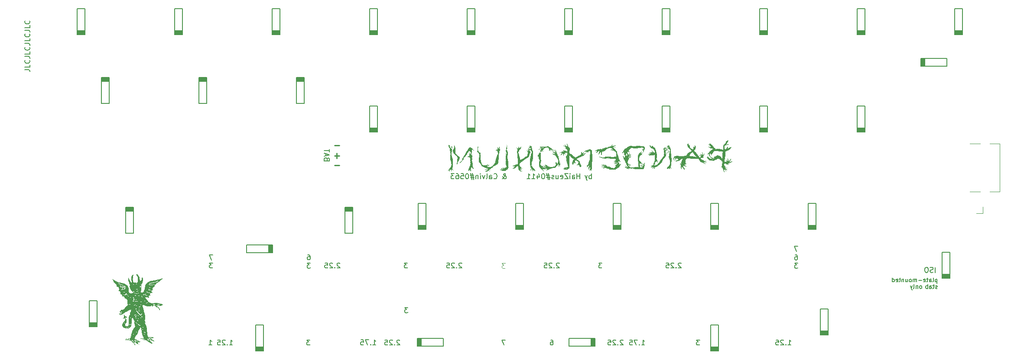
<source format=gbr>
%TF.GenerationSoftware,KiCad,Pcbnew,(7.0.0)*%
%TF.CreationDate,2023-05-17T15:52:52+02:00*%
%TF.ProjectId,Alpha-ISO BLE,416c7068-612d-4495-934f-20424c452e6b,rev?*%
%TF.SameCoordinates,Original*%
%TF.FileFunction,Legend,Bot*%
%TF.FilePolarity,Positive*%
%FSLAX46Y46*%
G04 Gerber Fmt 4.6, Leading zero omitted, Abs format (unit mm)*
G04 Created by KiCad (PCBNEW (7.0.0)) date 2023-05-17 15:52:52*
%MOMM*%
%LPD*%
G01*
G04 APERTURE LIST*
%ADD10C,0.250000*%
%ADD11C,0.150000*%
%ADD12C,0.200000*%
%ADD13C,0.125000*%
%ADD14C,0.120000*%
G04 APERTURE END LIST*
D10*
X94980008Y-59955684D02*
X94027628Y-59955684D01*
D11*
X88799961Y-81316802D02*
X88990437Y-81316802D01*
X88990437Y-81316802D02*
X89085675Y-81364422D01*
X89085675Y-81364422D02*
X89133294Y-81412041D01*
X89133294Y-81412041D02*
X89228532Y-81554898D01*
X89228532Y-81554898D02*
X89276151Y-81745374D01*
X89276151Y-81745374D02*
X89276151Y-82126326D01*
X89276151Y-82126326D02*
X89228532Y-82221564D01*
X89228532Y-82221564D02*
X89180913Y-82269183D01*
X89180913Y-82269183D02*
X89085675Y-82316802D01*
X89085675Y-82316802D02*
X88895199Y-82316802D01*
X88895199Y-82316802D02*
X88799961Y-82269183D01*
X88799961Y-82269183D02*
X88752342Y-82221564D01*
X88752342Y-82221564D02*
X88704723Y-82126326D01*
X88704723Y-82126326D02*
X88704723Y-81888231D01*
X88704723Y-81888231D02*
X88752342Y-81792993D01*
X88752342Y-81792993D02*
X88799961Y-81745374D01*
X88799961Y-81745374D02*
X88895199Y-81697755D01*
X88895199Y-81697755D02*
X89085675Y-81697755D01*
X89085675Y-81697755D02*
X89180913Y-81745374D01*
X89180913Y-81745374D02*
X89228532Y-81792993D01*
X89228532Y-81792993D02*
X89276151Y-81888231D01*
D12*
X144224404Y-66457380D02*
X144224404Y-65457380D01*
X144224404Y-65838333D02*
X144129166Y-65790714D01*
X144129166Y-65790714D02*
X143938690Y-65790714D01*
X143938690Y-65790714D02*
X143843452Y-65838333D01*
X143843452Y-65838333D02*
X143795833Y-65885952D01*
X143795833Y-65885952D02*
X143748214Y-65981190D01*
X143748214Y-65981190D02*
X143748214Y-66266904D01*
X143748214Y-66266904D02*
X143795833Y-66362142D01*
X143795833Y-66362142D02*
X143843452Y-66409761D01*
X143843452Y-66409761D02*
X143938690Y-66457380D01*
X143938690Y-66457380D02*
X144129166Y-66457380D01*
X144129166Y-66457380D02*
X144224404Y-66409761D01*
X143414880Y-65790714D02*
X143176785Y-66457380D01*
X142938690Y-65790714D02*
X143176785Y-66457380D01*
X143176785Y-66457380D02*
X143272023Y-66695476D01*
X143272023Y-66695476D02*
X143319642Y-66743095D01*
X143319642Y-66743095D02*
X143414880Y-66790714D01*
X141957737Y-66457380D02*
X141957737Y-65457380D01*
X141957737Y-65933571D02*
X141386309Y-65933571D01*
X141386309Y-66457380D02*
X141386309Y-65457380D01*
X140481547Y-66457380D02*
X140481547Y-65933571D01*
X140481547Y-65933571D02*
X140529166Y-65838333D01*
X140529166Y-65838333D02*
X140624404Y-65790714D01*
X140624404Y-65790714D02*
X140814880Y-65790714D01*
X140814880Y-65790714D02*
X140910118Y-65838333D01*
X140481547Y-66409761D02*
X140576785Y-66457380D01*
X140576785Y-66457380D02*
X140814880Y-66457380D01*
X140814880Y-66457380D02*
X140910118Y-66409761D01*
X140910118Y-66409761D02*
X140957737Y-66314523D01*
X140957737Y-66314523D02*
X140957737Y-66219285D01*
X140957737Y-66219285D02*
X140910118Y-66124047D01*
X140910118Y-66124047D02*
X140814880Y-66076428D01*
X140814880Y-66076428D02*
X140576785Y-66076428D01*
X140576785Y-66076428D02*
X140481547Y-66028809D01*
X140005356Y-66457380D02*
X140005356Y-65790714D01*
X140005356Y-65457380D02*
X140052975Y-65505000D01*
X140052975Y-65505000D02*
X140005356Y-65552619D01*
X140005356Y-65552619D02*
X139957737Y-65505000D01*
X139957737Y-65505000D02*
X140005356Y-65457380D01*
X140005356Y-65457380D02*
X140005356Y-65552619D01*
X139624404Y-65457380D02*
X138957738Y-65457380D01*
X138957738Y-65457380D02*
X139624404Y-66457380D01*
X139624404Y-66457380D02*
X138957738Y-66457380D01*
X138195833Y-66409761D02*
X138291071Y-66457380D01*
X138291071Y-66457380D02*
X138481547Y-66457380D01*
X138481547Y-66457380D02*
X138576785Y-66409761D01*
X138576785Y-66409761D02*
X138624404Y-66314523D01*
X138624404Y-66314523D02*
X138624404Y-65933571D01*
X138624404Y-65933571D02*
X138576785Y-65838333D01*
X138576785Y-65838333D02*
X138481547Y-65790714D01*
X138481547Y-65790714D02*
X138291071Y-65790714D01*
X138291071Y-65790714D02*
X138195833Y-65838333D01*
X138195833Y-65838333D02*
X138148214Y-65933571D01*
X138148214Y-65933571D02*
X138148214Y-66028809D01*
X138148214Y-66028809D02*
X138624404Y-66124047D01*
X137291071Y-65790714D02*
X137291071Y-66457380D01*
X137719642Y-65790714D02*
X137719642Y-66314523D01*
X137719642Y-66314523D02*
X137672023Y-66409761D01*
X137672023Y-66409761D02*
X137576785Y-66457380D01*
X137576785Y-66457380D02*
X137433928Y-66457380D01*
X137433928Y-66457380D02*
X137338690Y-66409761D01*
X137338690Y-66409761D02*
X137291071Y-66362142D01*
X136862499Y-66409761D02*
X136767261Y-66457380D01*
X136767261Y-66457380D02*
X136576785Y-66457380D01*
X136576785Y-66457380D02*
X136481547Y-66409761D01*
X136481547Y-66409761D02*
X136433928Y-66314523D01*
X136433928Y-66314523D02*
X136433928Y-66266904D01*
X136433928Y-66266904D02*
X136481547Y-66171666D01*
X136481547Y-66171666D02*
X136576785Y-66124047D01*
X136576785Y-66124047D02*
X136719642Y-66124047D01*
X136719642Y-66124047D02*
X136814880Y-66076428D01*
X136814880Y-66076428D02*
X136862499Y-65981190D01*
X136862499Y-65981190D02*
X136862499Y-65933571D01*
X136862499Y-65933571D02*
X136814880Y-65838333D01*
X136814880Y-65838333D02*
X136719642Y-65790714D01*
X136719642Y-65790714D02*
X136576785Y-65790714D01*
X136576785Y-65790714D02*
X136481547Y-65838333D01*
X136052975Y-65790714D02*
X135338690Y-65790714D01*
X135767261Y-65362142D02*
X136052975Y-66647857D01*
X135433928Y-66219285D02*
X136148213Y-66219285D01*
X135719642Y-66647857D02*
X135433928Y-65362142D01*
X134814880Y-65457380D02*
X134719642Y-65457380D01*
X134719642Y-65457380D02*
X134624404Y-65505000D01*
X134624404Y-65505000D02*
X134576785Y-65552619D01*
X134576785Y-65552619D02*
X134529166Y-65647857D01*
X134529166Y-65647857D02*
X134481547Y-65838333D01*
X134481547Y-65838333D02*
X134481547Y-66076428D01*
X134481547Y-66076428D02*
X134529166Y-66266904D01*
X134529166Y-66266904D02*
X134576785Y-66362142D01*
X134576785Y-66362142D02*
X134624404Y-66409761D01*
X134624404Y-66409761D02*
X134719642Y-66457380D01*
X134719642Y-66457380D02*
X134814880Y-66457380D01*
X134814880Y-66457380D02*
X134910118Y-66409761D01*
X134910118Y-66409761D02*
X134957737Y-66362142D01*
X134957737Y-66362142D02*
X135005356Y-66266904D01*
X135005356Y-66266904D02*
X135052975Y-66076428D01*
X135052975Y-66076428D02*
X135052975Y-65838333D01*
X135052975Y-65838333D02*
X135005356Y-65647857D01*
X135005356Y-65647857D02*
X134957737Y-65552619D01*
X134957737Y-65552619D02*
X134910118Y-65505000D01*
X134910118Y-65505000D02*
X134814880Y-65457380D01*
X133624404Y-65790714D02*
X133624404Y-66457380D01*
X133862499Y-65409761D02*
X134100594Y-66124047D01*
X134100594Y-66124047D02*
X133481547Y-66124047D01*
X132576785Y-66457380D02*
X133148213Y-66457380D01*
X132862499Y-66457380D02*
X132862499Y-65457380D01*
X132862499Y-65457380D02*
X132957737Y-65600238D01*
X132957737Y-65600238D02*
X133052975Y-65695476D01*
X133052975Y-65695476D02*
X133148213Y-65743095D01*
X131624404Y-66457380D02*
X132195832Y-66457380D01*
X131910118Y-66457380D02*
X131910118Y-65457380D01*
X131910118Y-65457380D02*
X132005356Y-65600238D01*
X132005356Y-65600238D02*
X132100594Y-65695476D01*
X132100594Y-65695476D02*
X132195832Y-65743095D01*
D13*
X127361072Y-82988700D02*
X126742025Y-82988700D01*
X126742025Y-82988700D02*
X127075358Y-83369653D01*
X127075358Y-83369653D02*
X126932501Y-83369653D01*
X126932501Y-83369653D02*
X126837263Y-83417272D01*
X126837263Y-83417272D02*
X126789644Y-83464891D01*
X126789644Y-83464891D02*
X126742025Y-83560129D01*
X126742025Y-83560129D02*
X126742025Y-83798224D01*
X126742025Y-83798224D02*
X126789644Y-83893462D01*
X126789644Y-83893462D02*
X126837263Y-83941081D01*
X126837263Y-83941081D02*
X126932501Y-83988700D01*
X126932501Y-83988700D02*
X127218215Y-83988700D01*
X127218215Y-83988700D02*
X127313453Y-83941081D01*
X127313453Y-83941081D02*
X127361072Y-83893462D01*
D11*
X127359400Y-98001129D02*
X126692734Y-98001129D01*
X126692734Y-98001129D02*
X127121305Y-99001129D01*
X150384092Y-98096369D02*
X150336473Y-98048750D01*
X150336473Y-98048750D02*
X150241235Y-98001130D01*
X150241235Y-98001130D02*
X150003140Y-98001130D01*
X150003140Y-98001130D02*
X149907902Y-98048750D01*
X149907902Y-98048750D02*
X149860283Y-98096369D01*
X149860283Y-98096369D02*
X149812664Y-98191607D01*
X149812664Y-98191607D02*
X149812664Y-98286845D01*
X149812664Y-98286845D02*
X149860283Y-98429702D01*
X149860283Y-98429702D02*
X150431711Y-99001130D01*
X150431711Y-99001130D02*
X149812664Y-99001130D01*
X149384092Y-98905892D02*
X149336473Y-98953511D01*
X149336473Y-98953511D02*
X149384092Y-99001130D01*
X149384092Y-99001130D02*
X149431711Y-98953511D01*
X149431711Y-98953511D02*
X149384092Y-98905892D01*
X149384092Y-98905892D02*
X149384092Y-99001130D01*
X148955521Y-98096369D02*
X148907902Y-98048750D01*
X148907902Y-98048750D02*
X148812664Y-98001130D01*
X148812664Y-98001130D02*
X148574569Y-98001130D01*
X148574569Y-98001130D02*
X148479331Y-98048750D01*
X148479331Y-98048750D02*
X148431712Y-98096369D01*
X148431712Y-98096369D02*
X148384093Y-98191607D01*
X148384093Y-98191607D02*
X148384093Y-98286845D01*
X148384093Y-98286845D02*
X148431712Y-98429702D01*
X148431712Y-98429702D02*
X149003140Y-99001130D01*
X149003140Y-99001130D02*
X148384093Y-99001130D01*
X147479331Y-98001130D02*
X147955521Y-98001130D01*
X147955521Y-98001130D02*
X148003140Y-98477321D01*
X148003140Y-98477321D02*
X147955521Y-98429702D01*
X147955521Y-98429702D02*
X147860283Y-98382083D01*
X147860283Y-98382083D02*
X147622188Y-98382083D01*
X147622188Y-98382083D02*
X147526950Y-98429702D01*
X147526950Y-98429702D02*
X147479331Y-98477321D01*
X147479331Y-98477321D02*
X147431712Y-98572559D01*
X147431712Y-98572559D02*
X147431712Y-98810654D01*
X147431712Y-98810654D02*
X147479331Y-98905892D01*
X147479331Y-98905892D02*
X147526950Y-98953511D01*
X147526950Y-98953511D02*
X147622188Y-99001130D01*
X147622188Y-99001130D02*
X147860283Y-99001130D01*
X147860283Y-99001130D02*
X147955521Y-98953511D01*
X147955521Y-98953511D02*
X148003140Y-98905892D01*
D10*
X94952380Y-63856294D02*
X94000000Y-63856294D01*
D11*
X165363170Y-98001130D02*
X164744123Y-98001130D01*
X164744123Y-98001130D02*
X165077456Y-98382083D01*
X165077456Y-98382083D02*
X164934599Y-98382083D01*
X164934599Y-98382083D02*
X164839361Y-98429702D01*
X164839361Y-98429702D02*
X164791742Y-98477321D01*
X164791742Y-98477321D02*
X164744123Y-98572559D01*
X164744123Y-98572559D02*
X164744123Y-98810654D01*
X164744123Y-98810654D02*
X164791742Y-98905892D01*
X164791742Y-98905892D02*
X164839361Y-98953511D01*
X164839361Y-98953511D02*
X164934599Y-99001130D01*
X164934599Y-99001130D02*
X165220313Y-99001130D01*
X165220313Y-99001130D02*
X165315551Y-98953511D01*
X165315551Y-98953511D02*
X165363170Y-98905892D01*
X137922023Y-83015119D02*
X137874404Y-82967500D01*
X137874404Y-82967500D02*
X137779166Y-82919880D01*
X137779166Y-82919880D02*
X137541071Y-82919880D01*
X137541071Y-82919880D02*
X137445833Y-82967500D01*
X137445833Y-82967500D02*
X137398214Y-83015119D01*
X137398214Y-83015119D02*
X137350595Y-83110357D01*
X137350595Y-83110357D02*
X137350595Y-83205595D01*
X137350595Y-83205595D02*
X137398214Y-83348452D01*
X137398214Y-83348452D02*
X137969642Y-83919880D01*
X137969642Y-83919880D02*
X137350595Y-83919880D01*
X136922023Y-83824642D02*
X136874404Y-83872261D01*
X136874404Y-83872261D02*
X136922023Y-83919880D01*
X136922023Y-83919880D02*
X136969642Y-83872261D01*
X136969642Y-83872261D02*
X136922023Y-83824642D01*
X136922023Y-83824642D02*
X136922023Y-83919880D01*
X136493452Y-83015119D02*
X136445833Y-82967500D01*
X136445833Y-82967500D02*
X136350595Y-82919880D01*
X136350595Y-82919880D02*
X136112500Y-82919880D01*
X136112500Y-82919880D02*
X136017262Y-82967500D01*
X136017262Y-82967500D02*
X135969643Y-83015119D01*
X135969643Y-83015119D02*
X135922024Y-83110357D01*
X135922024Y-83110357D02*
X135922024Y-83205595D01*
X135922024Y-83205595D02*
X135969643Y-83348452D01*
X135969643Y-83348452D02*
X136541071Y-83919880D01*
X136541071Y-83919880D02*
X135922024Y-83919880D01*
X135017262Y-82919880D02*
X135493452Y-82919880D01*
X135493452Y-82919880D02*
X135541071Y-83396071D01*
X135541071Y-83396071D02*
X135493452Y-83348452D01*
X135493452Y-83348452D02*
X135398214Y-83300833D01*
X135398214Y-83300833D02*
X135160119Y-83300833D01*
X135160119Y-83300833D02*
X135064881Y-83348452D01*
X135064881Y-83348452D02*
X135017262Y-83396071D01*
X135017262Y-83396071D02*
X134969643Y-83491309D01*
X134969643Y-83491309D02*
X134969643Y-83729404D01*
X134969643Y-83729404D02*
X135017262Y-83824642D01*
X135017262Y-83824642D02*
X135064881Y-83872261D01*
X135064881Y-83872261D02*
X135160119Y-83919880D01*
X135160119Y-83919880D02*
X135398214Y-83919880D01*
X135398214Y-83919880D02*
X135493452Y-83872261D01*
X135493452Y-83872261D02*
X135541071Y-83824642D01*
X154019345Y-99001130D02*
X154590773Y-99001130D01*
X154305059Y-99001130D02*
X154305059Y-98001130D01*
X154305059Y-98001130D02*
X154400297Y-98143988D01*
X154400297Y-98143988D02*
X154495535Y-98239226D01*
X154495535Y-98239226D02*
X154590773Y-98286845D01*
X153590773Y-98905892D02*
X153543154Y-98953511D01*
X153543154Y-98953511D02*
X153590773Y-99001130D01*
X153590773Y-99001130D02*
X153638392Y-98953511D01*
X153638392Y-98953511D02*
X153590773Y-98905892D01*
X153590773Y-98905892D02*
X153590773Y-99001130D01*
X153209821Y-98001130D02*
X152543155Y-98001130D01*
X152543155Y-98001130D02*
X152971726Y-99001130D01*
X151686012Y-98001130D02*
X152162202Y-98001130D01*
X152162202Y-98001130D02*
X152209821Y-98477321D01*
X152209821Y-98477321D02*
X152162202Y-98429702D01*
X152162202Y-98429702D02*
X152066964Y-98382083D01*
X152066964Y-98382083D02*
X151828869Y-98382083D01*
X151828869Y-98382083D02*
X151733631Y-98429702D01*
X151733631Y-98429702D02*
X151686012Y-98477321D01*
X151686012Y-98477321D02*
X151638393Y-98572559D01*
X151638393Y-98572559D02*
X151638393Y-98810654D01*
X151638393Y-98810654D02*
X151686012Y-98905892D01*
X151686012Y-98905892D02*
X151733631Y-98953511D01*
X151733631Y-98953511D02*
X151828869Y-99001130D01*
X151828869Y-99001130D02*
X152066964Y-99001130D01*
X152066964Y-99001130D02*
X152162202Y-98953511D01*
X152162202Y-98953511D02*
X152209821Y-98905892D01*
X182594345Y-99001130D02*
X183165773Y-99001130D01*
X182880059Y-99001130D02*
X182880059Y-98001130D01*
X182880059Y-98001130D02*
X182975297Y-98143988D01*
X182975297Y-98143988D02*
X183070535Y-98239226D01*
X183070535Y-98239226D02*
X183165773Y-98286845D01*
X182165773Y-98905892D02*
X182118154Y-98953511D01*
X182118154Y-98953511D02*
X182165773Y-99001130D01*
X182165773Y-99001130D02*
X182213392Y-98953511D01*
X182213392Y-98953511D02*
X182165773Y-98905892D01*
X182165773Y-98905892D02*
X182165773Y-99001130D01*
X181737202Y-98096369D02*
X181689583Y-98048750D01*
X181689583Y-98048750D02*
X181594345Y-98001130D01*
X181594345Y-98001130D02*
X181356250Y-98001130D01*
X181356250Y-98001130D02*
X181261012Y-98048750D01*
X181261012Y-98048750D02*
X181213393Y-98096369D01*
X181213393Y-98096369D02*
X181165774Y-98191607D01*
X181165774Y-98191607D02*
X181165774Y-98286845D01*
X181165774Y-98286845D02*
X181213393Y-98429702D01*
X181213393Y-98429702D02*
X181784821Y-99001130D01*
X181784821Y-99001130D02*
X181165774Y-99001130D01*
X180261012Y-98001130D02*
X180737202Y-98001130D01*
X180737202Y-98001130D02*
X180784821Y-98477321D01*
X180784821Y-98477321D02*
X180737202Y-98429702D01*
X180737202Y-98429702D02*
X180641964Y-98382083D01*
X180641964Y-98382083D02*
X180403869Y-98382083D01*
X180403869Y-98382083D02*
X180308631Y-98429702D01*
X180308631Y-98429702D02*
X180261012Y-98477321D01*
X180261012Y-98477321D02*
X180213393Y-98572559D01*
X180213393Y-98572559D02*
X180213393Y-98810654D01*
X180213393Y-98810654D02*
X180261012Y-98905892D01*
X180261012Y-98905892D02*
X180308631Y-98953511D01*
X180308631Y-98953511D02*
X180403869Y-99001130D01*
X180403869Y-99001130D02*
X180641964Y-99001130D01*
X180641964Y-99001130D02*
X180737202Y-98953511D01*
X180737202Y-98953511D02*
X180784821Y-98905892D01*
X108279718Y-82926002D02*
X107660671Y-82926002D01*
X107660671Y-82926002D02*
X107994004Y-83306955D01*
X107994004Y-83306955D02*
X107851147Y-83306955D01*
X107851147Y-83306955D02*
X107755909Y-83354574D01*
X107755909Y-83354574D02*
X107708290Y-83402193D01*
X107708290Y-83402193D02*
X107660671Y-83497431D01*
X107660671Y-83497431D02*
X107660671Y-83735526D01*
X107660671Y-83735526D02*
X107708290Y-83830764D01*
X107708290Y-83830764D02*
X107755909Y-83878383D01*
X107755909Y-83878383D02*
X107851147Y-83926002D01*
X107851147Y-83926002D02*
X108136861Y-83926002D01*
X108136861Y-83926002D02*
X108232099Y-83878383D01*
X108232099Y-83878383D02*
X108279718Y-83830764D01*
X95059523Y-83015119D02*
X95011904Y-82967500D01*
X95011904Y-82967500D02*
X94916666Y-82919880D01*
X94916666Y-82919880D02*
X94678571Y-82919880D01*
X94678571Y-82919880D02*
X94583333Y-82967500D01*
X94583333Y-82967500D02*
X94535714Y-83015119D01*
X94535714Y-83015119D02*
X94488095Y-83110357D01*
X94488095Y-83110357D02*
X94488095Y-83205595D01*
X94488095Y-83205595D02*
X94535714Y-83348452D01*
X94535714Y-83348452D02*
X95107142Y-83919880D01*
X95107142Y-83919880D02*
X94488095Y-83919880D01*
X94059523Y-83824642D02*
X94011904Y-83872261D01*
X94011904Y-83872261D02*
X94059523Y-83919880D01*
X94059523Y-83919880D02*
X94107142Y-83872261D01*
X94107142Y-83872261D02*
X94059523Y-83824642D01*
X94059523Y-83824642D02*
X94059523Y-83919880D01*
X93630952Y-83015119D02*
X93583333Y-82967500D01*
X93583333Y-82967500D02*
X93488095Y-82919880D01*
X93488095Y-82919880D02*
X93250000Y-82919880D01*
X93250000Y-82919880D02*
X93154762Y-82967500D01*
X93154762Y-82967500D02*
X93107143Y-83015119D01*
X93107143Y-83015119D02*
X93059524Y-83110357D01*
X93059524Y-83110357D02*
X93059524Y-83205595D01*
X93059524Y-83205595D02*
X93107143Y-83348452D01*
X93107143Y-83348452D02*
X93678571Y-83919880D01*
X93678571Y-83919880D02*
X93059524Y-83919880D01*
X92154762Y-82919880D02*
X92630952Y-82919880D01*
X92630952Y-82919880D02*
X92678571Y-83396071D01*
X92678571Y-83396071D02*
X92630952Y-83348452D01*
X92630952Y-83348452D02*
X92535714Y-83300833D01*
X92535714Y-83300833D02*
X92297619Y-83300833D01*
X92297619Y-83300833D02*
X92202381Y-83348452D01*
X92202381Y-83348452D02*
X92154762Y-83396071D01*
X92154762Y-83396071D02*
X92107143Y-83491309D01*
X92107143Y-83491309D02*
X92107143Y-83729404D01*
X92107143Y-83729404D02*
X92154762Y-83824642D01*
X92154762Y-83824642D02*
X92202381Y-83872261D01*
X92202381Y-83872261D02*
X92297619Y-83919880D01*
X92297619Y-83919880D02*
X92535714Y-83919880D01*
X92535714Y-83919880D02*
X92630952Y-83872261D01*
X92630952Y-83872261D02*
X92678571Y-83824642D01*
X73503004Y-99001130D02*
X74074432Y-99001130D01*
X73788718Y-99001130D02*
X73788718Y-98001130D01*
X73788718Y-98001130D02*
X73883956Y-98143988D01*
X73883956Y-98143988D02*
X73979194Y-98239226D01*
X73979194Y-98239226D02*
X74074432Y-98286845D01*
X73074432Y-98905892D02*
X73026813Y-98953511D01*
X73026813Y-98953511D02*
X73074432Y-99001130D01*
X73074432Y-99001130D02*
X73122051Y-98953511D01*
X73122051Y-98953511D02*
X73074432Y-98905892D01*
X73074432Y-98905892D02*
X73074432Y-99001130D01*
X72645861Y-98096369D02*
X72598242Y-98048750D01*
X72598242Y-98048750D02*
X72503004Y-98001130D01*
X72503004Y-98001130D02*
X72264909Y-98001130D01*
X72264909Y-98001130D02*
X72169671Y-98048750D01*
X72169671Y-98048750D02*
X72122052Y-98096369D01*
X72122052Y-98096369D02*
X72074433Y-98191607D01*
X72074433Y-98191607D02*
X72074433Y-98286845D01*
X72074433Y-98286845D02*
X72122052Y-98429702D01*
X72122052Y-98429702D02*
X72693480Y-99001130D01*
X72693480Y-99001130D02*
X72074433Y-99001130D01*
X71169671Y-98001130D02*
X71645861Y-98001130D01*
X71645861Y-98001130D02*
X71693480Y-98477321D01*
X71693480Y-98477321D02*
X71645861Y-98429702D01*
X71645861Y-98429702D02*
X71550623Y-98382083D01*
X71550623Y-98382083D02*
X71312528Y-98382083D01*
X71312528Y-98382083D02*
X71217290Y-98429702D01*
X71217290Y-98429702D02*
X71169671Y-98477321D01*
X71169671Y-98477321D02*
X71122052Y-98572559D01*
X71122052Y-98572559D02*
X71122052Y-98810654D01*
X71122052Y-98810654D02*
X71169671Y-98905892D01*
X71169671Y-98905892D02*
X71217290Y-98953511D01*
X71217290Y-98953511D02*
X71312528Y-99001130D01*
X71312528Y-99001130D02*
X71550623Y-99001130D01*
X71550623Y-99001130D02*
X71645861Y-98953511D01*
X71645861Y-98953511D02*
X71693480Y-98905892D01*
X69452130Y-99001130D02*
X70023558Y-99001130D01*
X69737844Y-99001130D02*
X69737844Y-98001130D01*
X69737844Y-98001130D02*
X69833082Y-98143988D01*
X69833082Y-98143988D02*
X69928320Y-98239226D01*
X69928320Y-98239226D02*
X70023558Y-98286845D01*
X211740773Y-86102821D02*
X211740773Y-86902821D01*
X211740773Y-86140916D02*
X211664583Y-86102821D01*
X211664583Y-86102821D02*
X211512202Y-86102821D01*
X211512202Y-86102821D02*
X211436011Y-86140916D01*
X211436011Y-86140916D02*
X211397916Y-86179011D01*
X211397916Y-86179011D02*
X211359821Y-86255202D01*
X211359821Y-86255202D02*
X211359821Y-86483773D01*
X211359821Y-86483773D02*
X211397916Y-86559964D01*
X211397916Y-86559964D02*
X211436011Y-86598059D01*
X211436011Y-86598059D02*
X211512202Y-86636154D01*
X211512202Y-86636154D02*
X211664583Y-86636154D01*
X211664583Y-86636154D02*
X211740773Y-86598059D01*
X210902678Y-86636154D02*
X210978868Y-86598059D01*
X210978868Y-86598059D02*
X211016963Y-86521869D01*
X211016963Y-86521869D02*
X211016963Y-85836154D01*
X210255058Y-86636154D02*
X210255058Y-86217107D01*
X210255058Y-86217107D02*
X210293153Y-86140916D01*
X210293153Y-86140916D02*
X210369344Y-86102821D01*
X210369344Y-86102821D02*
X210521725Y-86102821D01*
X210521725Y-86102821D02*
X210597915Y-86140916D01*
X210255058Y-86598059D02*
X210331249Y-86636154D01*
X210331249Y-86636154D02*
X210521725Y-86636154D01*
X210521725Y-86636154D02*
X210597915Y-86598059D01*
X210597915Y-86598059D02*
X210636011Y-86521869D01*
X210636011Y-86521869D02*
X210636011Y-86445678D01*
X210636011Y-86445678D02*
X210597915Y-86369488D01*
X210597915Y-86369488D02*
X210521725Y-86331392D01*
X210521725Y-86331392D02*
X210331249Y-86331392D01*
X210331249Y-86331392D02*
X210255058Y-86293297D01*
X209988391Y-86102821D02*
X209683629Y-86102821D01*
X209874105Y-85836154D02*
X209874105Y-86521869D01*
X209874105Y-86521869D02*
X209836010Y-86598059D01*
X209836010Y-86598059D02*
X209759820Y-86636154D01*
X209759820Y-86636154D02*
X209683629Y-86636154D01*
X209112200Y-86598059D02*
X209188391Y-86636154D01*
X209188391Y-86636154D02*
X209340772Y-86636154D01*
X209340772Y-86636154D02*
X209416962Y-86598059D01*
X209416962Y-86598059D02*
X209455058Y-86521869D01*
X209455058Y-86521869D02*
X209455058Y-86217107D01*
X209455058Y-86217107D02*
X209416962Y-86140916D01*
X209416962Y-86140916D02*
X209340772Y-86102821D01*
X209340772Y-86102821D02*
X209188391Y-86102821D01*
X209188391Y-86102821D02*
X209112200Y-86140916D01*
X209112200Y-86140916D02*
X209074105Y-86217107D01*
X209074105Y-86217107D02*
X209074105Y-86293297D01*
X209074105Y-86293297D02*
X209455058Y-86369488D01*
X208731248Y-86331392D02*
X208121725Y-86331392D01*
X207740772Y-86636154D02*
X207740772Y-86102821D01*
X207740772Y-86179011D02*
X207702677Y-86140916D01*
X207702677Y-86140916D02*
X207626487Y-86102821D01*
X207626487Y-86102821D02*
X207512201Y-86102821D01*
X207512201Y-86102821D02*
X207436010Y-86140916D01*
X207436010Y-86140916D02*
X207397915Y-86217107D01*
X207397915Y-86217107D02*
X207397915Y-86636154D01*
X207397915Y-86217107D02*
X207359820Y-86140916D01*
X207359820Y-86140916D02*
X207283629Y-86102821D01*
X207283629Y-86102821D02*
X207169344Y-86102821D01*
X207169344Y-86102821D02*
X207093153Y-86140916D01*
X207093153Y-86140916D02*
X207055058Y-86217107D01*
X207055058Y-86217107D02*
X207055058Y-86636154D01*
X206559820Y-86636154D02*
X206636010Y-86598059D01*
X206636010Y-86598059D02*
X206674105Y-86559964D01*
X206674105Y-86559964D02*
X206712201Y-86483773D01*
X206712201Y-86483773D02*
X206712201Y-86255202D01*
X206712201Y-86255202D02*
X206674105Y-86179011D01*
X206674105Y-86179011D02*
X206636010Y-86140916D01*
X206636010Y-86140916D02*
X206559820Y-86102821D01*
X206559820Y-86102821D02*
X206445534Y-86102821D01*
X206445534Y-86102821D02*
X206369343Y-86140916D01*
X206369343Y-86140916D02*
X206331248Y-86179011D01*
X206331248Y-86179011D02*
X206293153Y-86255202D01*
X206293153Y-86255202D02*
X206293153Y-86483773D01*
X206293153Y-86483773D02*
X206331248Y-86559964D01*
X206331248Y-86559964D02*
X206369343Y-86598059D01*
X206369343Y-86598059D02*
X206445534Y-86636154D01*
X206445534Y-86636154D02*
X206559820Y-86636154D01*
X205607438Y-86102821D02*
X205607438Y-86636154D01*
X205950295Y-86102821D02*
X205950295Y-86521869D01*
X205950295Y-86521869D02*
X205912200Y-86598059D01*
X205912200Y-86598059D02*
X205836010Y-86636154D01*
X205836010Y-86636154D02*
X205721724Y-86636154D01*
X205721724Y-86636154D02*
X205645533Y-86598059D01*
X205645533Y-86598059D02*
X205607438Y-86559964D01*
X205226485Y-86102821D02*
X205226485Y-86636154D01*
X205226485Y-86179011D02*
X205188390Y-86140916D01*
X205188390Y-86140916D02*
X205112200Y-86102821D01*
X205112200Y-86102821D02*
X204997914Y-86102821D01*
X204997914Y-86102821D02*
X204921723Y-86140916D01*
X204921723Y-86140916D02*
X204883628Y-86217107D01*
X204883628Y-86217107D02*
X204883628Y-86636154D01*
X204616961Y-86102821D02*
X204312199Y-86102821D01*
X204502675Y-85836154D02*
X204502675Y-86521869D01*
X204502675Y-86521869D02*
X204464580Y-86598059D01*
X204464580Y-86598059D02*
X204388390Y-86636154D01*
X204388390Y-86636154D02*
X204312199Y-86636154D01*
X203740770Y-86598059D02*
X203816961Y-86636154D01*
X203816961Y-86636154D02*
X203969342Y-86636154D01*
X203969342Y-86636154D02*
X204045532Y-86598059D01*
X204045532Y-86598059D02*
X204083628Y-86521869D01*
X204083628Y-86521869D02*
X204083628Y-86217107D01*
X204083628Y-86217107D02*
X204045532Y-86140916D01*
X204045532Y-86140916D02*
X203969342Y-86102821D01*
X203969342Y-86102821D02*
X203816961Y-86102821D01*
X203816961Y-86102821D02*
X203740770Y-86140916D01*
X203740770Y-86140916D02*
X203702675Y-86217107D01*
X203702675Y-86217107D02*
X203702675Y-86293297D01*
X203702675Y-86293297D02*
X204083628Y-86369488D01*
X203016961Y-86636154D02*
X203016961Y-85836154D01*
X203016961Y-86598059D02*
X203093152Y-86636154D01*
X203093152Y-86636154D02*
X203245533Y-86636154D01*
X203245533Y-86636154D02*
X203321723Y-86598059D01*
X203321723Y-86598059D02*
X203359818Y-86559964D01*
X203359818Y-86559964D02*
X203397914Y-86483773D01*
X203397914Y-86483773D02*
X203397914Y-86255202D01*
X203397914Y-86255202D02*
X203359818Y-86179011D01*
X203359818Y-86179011D02*
X203321723Y-86140916D01*
X203321723Y-86140916D02*
X203245533Y-86102821D01*
X203245533Y-86102821D02*
X203093152Y-86102821D01*
X203093152Y-86102821D02*
X203016961Y-86140916D01*
X211778869Y-87894059D02*
X211702678Y-87932154D01*
X211702678Y-87932154D02*
X211550297Y-87932154D01*
X211550297Y-87932154D02*
X211474107Y-87894059D01*
X211474107Y-87894059D02*
X211436011Y-87817869D01*
X211436011Y-87817869D02*
X211436011Y-87779773D01*
X211436011Y-87779773D02*
X211474107Y-87703583D01*
X211474107Y-87703583D02*
X211550297Y-87665488D01*
X211550297Y-87665488D02*
X211664583Y-87665488D01*
X211664583Y-87665488D02*
X211740773Y-87627392D01*
X211740773Y-87627392D02*
X211778869Y-87551202D01*
X211778869Y-87551202D02*
X211778869Y-87513107D01*
X211778869Y-87513107D02*
X211740773Y-87436916D01*
X211740773Y-87436916D02*
X211664583Y-87398821D01*
X211664583Y-87398821D02*
X211550297Y-87398821D01*
X211550297Y-87398821D02*
X211474107Y-87436916D01*
X211207440Y-87398821D02*
X210902678Y-87398821D01*
X211093154Y-87132154D02*
X211093154Y-87817869D01*
X211093154Y-87817869D02*
X211055059Y-87894059D01*
X211055059Y-87894059D02*
X210978869Y-87932154D01*
X210978869Y-87932154D02*
X210902678Y-87932154D01*
X210293154Y-87932154D02*
X210293154Y-87513107D01*
X210293154Y-87513107D02*
X210331249Y-87436916D01*
X210331249Y-87436916D02*
X210407440Y-87398821D01*
X210407440Y-87398821D02*
X210559821Y-87398821D01*
X210559821Y-87398821D02*
X210636011Y-87436916D01*
X210293154Y-87894059D02*
X210369345Y-87932154D01*
X210369345Y-87932154D02*
X210559821Y-87932154D01*
X210559821Y-87932154D02*
X210636011Y-87894059D01*
X210636011Y-87894059D02*
X210674107Y-87817869D01*
X210674107Y-87817869D02*
X210674107Y-87741678D01*
X210674107Y-87741678D02*
X210636011Y-87665488D01*
X210636011Y-87665488D02*
X210559821Y-87627392D01*
X210559821Y-87627392D02*
X210369345Y-87627392D01*
X210369345Y-87627392D02*
X210293154Y-87589297D01*
X209912201Y-87932154D02*
X209912201Y-87132154D01*
X209912201Y-87436916D02*
X209836011Y-87398821D01*
X209836011Y-87398821D02*
X209683630Y-87398821D01*
X209683630Y-87398821D02*
X209607439Y-87436916D01*
X209607439Y-87436916D02*
X209569344Y-87475011D01*
X209569344Y-87475011D02*
X209531249Y-87551202D01*
X209531249Y-87551202D02*
X209531249Y-87779773D01*
X209531249Y-87779773D02*
X209569344Y-87855964D01*
X209569344Y-87855964D02*
X209607439Y-87894059D01*
X209607439Y-87894059D02*
X209683630Y-87932154D01*
X209683630Y-87932154D02*
X209836011Y-87932154D01*
X209836011Y-87932154D02*
X209912201Y-87894059D01*
X208594106Y-87932154D02*
X208670296Y-87894059D01*
X208670296Y-87894059D02*
X208708391Y-87855964D01*
X208708391Y-87855964D02*
X208746487Y-87779773D01*
X208746487Y-87779773D02*
X208746487Y-87551202D01*
X208746487Y-87551202D02*
X208708391Y-87475011D01*
X208708391Y-87475011D02*
X208670296Y-87436916D01*
X208670296Y-87436916D02*
X208594106Y-87398821D01*
X208594106Y-87398821D02*
X208479820Y-87398821D01*
X208479820Y-87398821D02*
X208403629Y-87436916D01*
X208403629Y-87436916D02*
X208365534Y-87475011D01*
X208365534Y-87475011D02*
X208327439Y-87551202D01*
X208327439Y-87551202D02*
X208327439Y-87779773D01*
X208327439Y-87779773D02*
X208365534Y-87855964D01*
X208365534Y-87855964D02*
X208403629Y-87894059D01*
X208403629Y-87894059D02*
X208479820Y-87932154D01*
X208479820Y-87932154D02*
X208594106Y-87932154D01*
X207984581Y-87398821D02*
X207984581Y-87932154D01*
X207984581Y-87475011D02*
X207946486Y-87436916D01*
X207946486Y-87436916D02*
X207870296Y-87398821D01*
X207870296Y-87398821D02*
X207756010Y-87398821D01*
X207756010Y-87398821D02*
X207679819Y-87436916D01*
X207679819Y-87436916D02*
X207641724Y-87513107D01*
X207641724Y-87513107D02*
X207641724Y-87932154D01*
X207146486Y-87932154D02*
X207222676Y-87894059D01*
X207222676Y-87894059D02*
X207260771Y-87817869D01*
X207260771Y-87817869D02*
X207260771Y-87132154D01*
X206917914Y-87398821D02*
X206727438Y-87932154D01*
X206536961Y-87398821D02*
X206727438Y-87932154D01*
X206727438Y-87932154D02*
X206803628Y-88122630D01*
X206803628Y-88122630D02*
X206841723Y-88160726D01*
X206841723Y-88160726D02*
X206917914Y-88198821D01*
X146245818Y-82919879D02*
X145626771Y-82919879D01*
X145626771Y-82919879D02*
X145960104Y-83300832D01*
X145960104Y-83300832D02*
X145817247Y-83300832D01*
X145817247Y-83300832D02*
X145722009Y-83348451D01*
X145722009Y-83348451D02*
X145674390Y-83396070D01*
X145674390Y-83396070D02*
X145626771Y-83491308D01*
X145626771Y-83491308D02*
X145626771Y-83729403D01*
X145626771Y-83729403D02*
X145674390Y-83824641D01*
X145674390Y-83824641D02*
X145722009Y-83872260D01*
X145722009Y-83872260D02*
X145817247Y-83919879D01*
X145817247Y-83919879D02*
X146102961Y-83919879D01*
X146102961Y-83919879D02*
X146198199Y-83872260D01*
X146198199Y-83872260D02*
X146245818Y-83824641D01*
X70224897Y-81332379D02*
X69558231Y-81332379D01*
X69558231Y-81332379D02*
X69986802Y-82332379D01*
X136254059Y-98001129D02*
X136444535Y-98001129D01*
X136444535Y-98001129D02*
X136539773Y-98048749D01*
X136539773Y-98048749D02*
X136587392Y-98096368D01*
X136587392Y-98096368D02*
X136682630Y-98239225D01*
X136682630Y-98239225D02*
X136730249Y-98429701D01*
X136730249Y-98429701D02*
X136730249Y-98810653D01*
X136730249Y-98810653D02*
X136682630Y-98905891D01*
X136682630Y-98905891D02*
X136635011Y-98953510D01*
X136635011Y-98953510D02*
X136539773Y-99001129D01*
X136539773Y-99001129D02*
X136349297Y-99001129D01*
X136349297Y-99001129D02*
X136254059Y-98953510D01*
X136254059Y-98953510D02*
X136206440Y-98905891D01*
X136206440Y-98905891D02*
X136158821Y-98810653D01*
X136158821Y-98810653D02*
X136158821Y-98572558D01*
X136158821Y-98572558D02*
X136206440Y-98477320D01*
X136206440Y-98477320D02*
X136254059Y-98429701D01*
X136254059Y-98429701D02*
X136349297Y-98382082D01*
X136349297Y-98382082D02*
X136539773Y-98382082D01*
X136539773Y-98382082D02*
X136635011Y-98429701D01*
X136635011Y-98429701D02*
X136682630Y-98477320D01*
X136682630Y-98477320D02*
X136730249Y-98572558D01*
X118872023Y-83015119D02*
X118824404Y-82967500D01*
X118824404Y-82967500D02*
X118729166Y-82919880D01*
X118729166Y-82919880D02*
X118491071Y-82919880D01*
X118491071Y-82919880D02*
X118395833Y-82967500D01*
X118395833Y-82967500D02*
X118348214Y-83015119D01*
X118348214Y-83015119D02*
X118300595Y-83110357D01*
X118300595Y-83110357D02*
X118300595Y-83205595D01*
X118300595Y-83205595D02*
X118348214Y-83348452D01*
X118348214Y-83348452D02*
X118919642Y-83919880D01*
X118919642Y-83919880D02*
X118300595Y-83919880D01*
X117872023Y-83824642D02*
X117824404Y-83872261D01*
X117824404Y-83872261D02*
X117872023Y-83919880D01*
X117872023Y-83919880D02*
X117919642Y-83872261D01*
X117919642Y-83872261D02*
X117872023Y-83824642D01*
X117872023Y-83824642D02*
X117872023Y-83919880D01*
X117443452Y-83015119D02*
X117395833Y-82967500D01*
X117395833Y-82967500D02*
X117300595Y-82919880D01*
X117300595Y-82919880D02*
X117062500Y-82919880D01*
X117062500Y-82919880D02*
X116967262Y-82967500D01*
X116967262Y-82967500D02*
X116919643Y-83015119D01*
X116919643Y-83015119D02*
X116872024Y-83110357D01*
X116872024Y-83110357D02*
X116872024Y-83205595D01*
X116872024Y-83205595D02*
X116919643Y-83348452D01*
X116919643Y-83348452D02*
X117491071Y-83919880D01*
X117491071Y-83919880D02*
X116872024Y-83919880D01*
X115967262Y-82919880D02*
X116443452Y-82919880D01*
X116443452Y-82919880D02*
X116491071Y-83396071D01*
X116491071Y-83396071D02*
X116443452Y-83348452D01*
X116443452Y-83348452D02*
X116348214Y-83300833D01*
X116348214Y-83300833D02*
X116110119Y-83300833D01*
X116110119Y-83300833D02*
X116014881Y-83348452D01*
X116014881Y-83348452D02*
X115967262Y-83396071D01*
X115967262Y-83396071D02*
X115919643Y-83491309D01*
X115919643Y-83491309D02*
X115919643Y-83729404D01*
X115919643Y-83729404D02*
X115967262Y-83824642D01*
X115967262Y-83824642D02*
X116014881Y-83872261D01*
X116014881Y-83872261D02*
X116110119Y-83919880D01*
X116110119Y-83919880D02*
X116348214Y-83919880D01*
X116348214Y-83919880D02*
X116443452Y-83872261D01*
X116443452Y-83872261D02*
X116491071Y-83824642D01*
X106753780Y-98096369D02*
X106706161Y-98048750D01*
X106706161Y-98048750D02*
X106610923Y-98001130D01*
X106610923Y-98001130D02*
X106372828Y-98001130D01*
X106372828Y-98001130D02*
X106277590Y-98048750D01*
X106277590Y-98048750D02*
X106229971Y-98096369D01*
X106229971Y-98096369D02*
X106182352Y-98191607D01*
X106182352Y-98191607D02*
X106182352Y-98286845D01*
X106182352Y-98286845D02*
X106229971Y-98429702D01*
X106229971Y-98429702D02*
X106801399Y-99001130D01*
X106801399Y-99001130D02*
X106182352Y-99001130D01*
X105753780Y-98905892D02*
X105706161Y-98953511D01*
X105706161Y-98953511D02*
X105753780Y-99001130D01*
X105753780Y-99001130D02*
X105801399Y-98953511D01*
X105801399Y-98953511D02*
X105753780Y-98905892D01*
X105753780Y-98905892D02*
X105753780Y-99001130D01*
X105325209Y-98096369D02*
X105277590Y-98048750D01*
X105277590Y-98048750D02*
X105182352Y-98001130D01*
X105182352Y-98001130D02*
X104944257Y-98001130D01*
X104944257Y-98001130D02*
X104849019Y-98048750D01*
X104849019Y-98048750D02*
X104801400Y-98096369D01*
X104801400Y-98096369D02*
X104753781Y-98191607D01*
X104753781Y-98191607D02*
X104753781Y-98286845D01*
X104753781Y-98286845D02*
X104801400Y-98429702D01*
X104801400Y-98429702D02*
X105372828Y-99001130D01*
X105372828Y-99001130D02*
X104753781Y-99001130D01*
X103849019Y-98001130D02*
X104325209Y-98001130D01*
X104325209Y-98001130D02*
X104372828Y-98477321D01*
X104372828Y-98477321D02*
X104325209Y-98429702D01*
X104325209Y-98429702D02*
X104229971Y-98382083D01*
X104229971Y-98382083D02*
X103991876Y-98382083D01*
X103991876Y-98382083D02*
X103896638Y-98429702D01*
X103896638Y-98429702D02*
X103849019Y-98477321D01*
X103849019Y-98477321D02*
X103801400Y-98572559D01*
X103801400Y-98572559D02*
X103801400Y-98810654D01*
X103801400Y-98810654D02*
X103849019Y-98905892D01*
X103849019Y-98905892D02*
X103896638Y-98953511D01*
X103896638Y-98953511D02*
X103991876Y-99001130D01*
X103991876Y-99001130D02*
X104229971Y-99001130D01*
X104229971Y-99001130D02*
X104325209Y-98953511D01*
X104325209Y-98953511D02*
X104372828Y-98905892D01*
D12*
X92544331Y-62611753D02*
X92496712Y-62468896D01*
X92496712Y-62468896D02*
X92449093Y-62421277D01*
X92449093Y-62421277D02*
X92353855Y-62373658D01*
X92353855Y-62373658D02*
X92210998Y-62373658D01*
X92210998Y-62373658D02*
X92115760Y-62421277D01*
X92115760Y-62421277D02*
X92068141Y-62468896D01*
X92068141Y-62468896D02*
X92020522Y-62564134D01*
X92020522Y-62564134D02*
X92020522Y-62945086D01*
X92020522Y-62945086D02*
X93020522Y-62945086D01*
X93020522Y-62945086D02*
X93020522Y-62611753D01*
X93020522Y-62611753D02*
X92972903Y-62516515D01*
X92972903Y-62516515D02*
X92925283Y-62468896D01*
X92925283Y-62468896D02*
X92830045Y-62421277D01*
X92830045Y-62421277D02*
X92734807Y-62421277D01*
X92734807Y-62421277D02*
X92639569Y-62468896D01*
X92639569Y-62468896D02*
X92591950Y-62516515D01*
X92591950Y-62516515D02*
X92544331Y-62611753D01*
X92544331Y-62611753D02*
X92544331Y-62945086D01*
X92306236Y-61992705D02*
X92306236Y-61516515D01*
X92020522Y-62087943D02*
X93020522Y-61754610D01*
X93020522Y-61754610D02*
X92020522Y-61421277D01*
X93020522Y-61230800D02*
X93020522Y-60659372D01*
X92020522Y-60945086D02*
X93020522Y-60945086D01*
D11*
X101484655Y-98975410D02*
X102056083Y-98975410D01*
X101770369Y-98975410D02*
X101770369Y-97975410D01*
X101770369Y-97975410D02*
X101865607Y-98118268D01*
X101865607Y-98118268D02*
X101960845Y-98213506D01*
X101960845Y-98213506D02*
X102056083Y-98261125D01*
X101056083Y-98880172D02*
X101008464Y-98927791D01*
X101008464Y-98927791D02*
X101056083Y-98975410D01*
X101056083Y-98975410D02*
X101103702Y-98927791D01*
X101103702Y-98927791D02*
X101056083Y-98880172D01*
X101056083Y-98880172D02*
X101056083Y-98975410D01*
X100675131Y-97975410D02*
X100008465Y-97975410D01*
X100008465Y-97975410D02*
X100437036Y-98975410D01*
X99151322Y-97975410D02*
X99627512Y-97975410D01*
X99627512Y-97975410D02*
X99675131Y-98451601D01*
X99675131Y-98451601D02*
X99627512Y-98403982D01*
X99627512Y-98403982D02*
X99532274Y-98356363D01*
X99532274Y-98356363D02*
X99294179Y-98356363D01*
X99294179Y-98356363D02*
X99198941Y-98403982D01*
X99198941Y-98403982D02*
X99151322Y-98451601D01*
X99151322Y-98451601D02*
X99103703Y-98546839D01*
X99103703Y-98546839D02*
X99103703Y-98784934D01*
X99103703Y-98784934D02*
X99151322Y-98880172D01*
X99151322Y-98880172D02*
X99198941Y-98927791D01*
X99198941Y-98927791D02*
X99294179Y-98975410D01*
X99294179Y-98975410D02*
X99532274Y-98975410D01*
X99532274Y-98975410D02*
X99627512Y-98927791D01*
X99627512Y-98927791D02*
X99675131Y-98880172D01*
X70211072Y-82926002D02*
X69592025Y-82926002D01*
X69592025Y-82926002D02*
X69925358Y-83306955D01*
X69925358Y-83306955D02*
X69782501Y-83306955D01*
X69782501Y-83306955D02*
X69687263Y-83354574D01*
X69687263Y-83354574D02*
X69639644Y-83402193D01*
X69639644Y-83402193D02*
X69592025Y-83497431D01*
X69592025Y-83497431D02*
X69592025Y-83735526D01*
X69592025Y-83735526D02*
X69639644Y-83830764D01*
X69639644Y-83830764D02*
X69687263Y-83878383D01*
X69687263Y-83878383D02*
X69782501Y-83926002D01*
X69782501Y-83926002D02*
X70068215Y-83926002D01*
X70068215Y-83926002D02*
X70163453Y-83878383D01*
X70163453Y-83878383D02*
X70211072Y-83830764D01*
D10*
X94952380Y-61958035D02*
X94000000Y-61958035D01*
X94476190Y-62434226D02*
X94476190Y-61481845D01*
D11*
X89214565Y-98001130D02*
X88595518Y-98001130D01*
X88595518Y-98001130D02*
X88928851Y-98382083D01*
X88928851Y-98382083D02*
X88785994Y-98382083D01*
X88785994Y-98382083D02*
X88690756Y-98429702D01*
X88690756Y-98429702D02*
X88643137Y-98477321D01*
X88643137Y-98477321D02*
X88595518Y-98572559D01*
X88595518Y-98572559D02*
X88595518Y-98810654D01*
X88595518Y-98810654D02*
X88643137Y-98905892D01*
X88643137Y-98905892D02*
X88690756Y-98953511D01*
X88690756Y-98953511D02*
X88785994Y-99001130D01*
X88785994Y-99001130D02*
X89071708Y-99001130D01*
X89071708Y-99001130D02*
X89166946Y-98953511D01*
X89166946Y-98953511D02*
X89214565Y-98905892D01*
X108342293Y-91662590D02*
X107723246Y-91662590D01*
X107723246Y-91662590D02*
X108056579Y-92043543D01*
X108056579Y-92043543D02*
X107913722Y-92043543D01*
X107913722Y-92043543D02*
X107818484Y-92091162D01*
X107818484Y-92091162D02*
X107770865Y-92138781D01*
X107770865Y-92138781D02*
X107723246Y-92234019D01*
X107723246Y-92234019D02*
X107723246Y-92472114D01*
X107723246Y-92472114D02*
X107770865Y-92567352D01*
X107770865Y-92567352D02*
X107818484Y-92614971D01*
X107818484Y-92614971D02*
X107913722Y-92662590D01*
X107913722Y-92662590D02*
X108199436Y-92662590D01*
X108199436Y-92662590D02*
X108294674Y-92614971D01*
X108294674Y-92614971D02*
X108342293Y-92567352D01*
X211382003Y-84785005D02*
X211382003Y-83785005D01*
X210953432Y-84737386D02*
X210810575Y-84785005D01*
X210810575Y-84785005D02*
X210572480Y-84785005D01*
X210572480Y-84785005D02*
X210477242Y-84737386D01*
X210477242Y-84737386D02*
X210429623Y-84689767D01*
X210429623Y-84689767D02*
X210382004Y-84594529D01*
X210382004Y-84594529D02*
X210382004Y-84499291D01*
X210382004Y-84499291D02*
X210429623Y-84404053D01*
X210429623Y-84404053D02*
X210477242Y-84356434D01*
X210477242Y-84356434D02*
X210572480Y-84308815D01*
X210572480Y-84308815D02*
X210762956Y-84261196D01*
X210762956Y-84261196D02*
X210858194Y-84213577D01*
X210858194Y-84213577D02*
X210905813Y-84165958D01*
X210905813Y-84165958D02*
X210953432Y-84070720D01*
X210953432Y-84070720D02*
X210953432Y-83975482D01*
X210953432Y-83975482D02*
X210905813Y-83880244D01*
X210905813Y-83880244D02*
X210858194Y-83832625D01*
X210858194Y-83832625D02*
X210762956Y-83785005D01*
X210762956Y-83785005D02*
X210524861Y-83785005D01*
X210524861Y-83785005D02*
X210382004Y-83832625D01*
X209762956Y-83785005D02*
X209572480Y-83785005D01*
X209572480Y-83785005D02*
X209477242Y-83832625D01*
X209477242Y-83832625D02*
X209382004Y-83927863D01*
X209382004Y-83927863D02*
X209334385Y-84118339D01*
X209334385Y-84118339D02*
X209334385Y-84451672D01*
X209334385Y-84451672D02*
X209382004Y-84642148D01*
X209382004Y-84642148D02*
X209477242Y-84737386D01*
X209477242Y-84737386D02*
X209572480Y-84785005D01*
X209572480Y-84785005D02*
X209762956Y-84785005D01*
X209762956Y-84785005D02*
X209858194Y-84737386D01*
X209858194Y-84737386D02*
X209953432Y-84642148D01*
X209953432Y-84642148D02*
X210001051Y-84451672D01*
X210001051Y-84451672D02*
X210001051Y-84118339D01*
X210001051Y-84118339D02*
X209953432Y-83927863D01*
X209953432Y-83927863D02*
X209858194Y-83832625D01*
X209858194Y-83832625D02*
X209762956Y-83785005D01*
X184001514Y-81332379D02*
X184191990Y-81332379D01*
X184191990Y-81332379D02*
X184287228Y-81379999D01*
X184287228Y-81379999D02*
X184334847Y-81427618D01*
X184334847Y-81427618D02*
X184430085Y-81570475D01*
X184430085Y-81570475D02*
X184477704Y-81760951D01*
X184477704Y-81760951D02*
X184477704Y-82141903D01*
X184477704Y-82141903D02*
X184430085Y-82237141D01*
X184430085Y-82237141D02*
X184382466Y-82284760D01*
X184382466Y-82284760D02*
X184287228Y-82332379D01*
X184287228Y-82332379D02*
X184096752Y-82332379D01*
X184096752Y-82332379D02*
X184001514Y-82284760D01*
X184001514Y-82284760D02*
X183953895Y-82237141D01*
X183953895Y-82237141D02*
X183906276Y-82141903D01*
X183906276Y-82141903D02*
X183906276Y-81903808D01*
X183906276Y-81903808D02*
X183953895Y-81808570D01*
X183953895Y-81808570D02*
X184001514Y-81760951D01*
X184001514Y-81760951D02*
X184096752Y-81713332D01*
X184096752Y-81713332D02*
X184287228Y-81713332D01*
X184287228Y-81713332D02*
X184382466Y-81760951D01*
X184382466Y-81760951D02*
X184430085Y-81808570D01*
X184430085Y-81808570D02*
X184477704Y-81903808D01*
X89292427Y-82936192D02*
X88673380Y-82936192D01*
X88673380Y-82936192D02*
X89006713Y-83317145D01*
X89006713Y-83317145D02*
X88863856Y-83317145D01*
X88863856Y-83317145D02*
X88768618Y-83364764D01*
X88768618Y-83364764D02*
X88720999Y-83412383D01*
X88720999Y-83412383D02*
X88673380Y-83507621D01*
X88673380Y-83507621D02*
X88673380Y-83745716D01*
X88673380Y-83745716D02*
X88720999Y-83840954D01*
X88720999Y-83840954D02*
X88768618Y-83888573D01*
X88768618Y-83888573D02*
X88863856Y-83936192D01*
X88863856Y-83936192D02*
X89149570Y-83936192D01*
X89149570Y-83936192D02*
X89244808Y-83888573D01*
X89244808Y-83888573D02*
X89292427Y-83840954D01*
D12*
X126746130Y-66457380D02*
X126793750Y-66457380D01*
X126793750Y-66457380D02*
X126888988Y-66409761D01*
X126888988Y-66409761D02*
X127031845Y-66266904D01*
X127031845Y-66266904D02*
X127269940Y-65981190D01*
X127269940Y-65981190D02*
X127365178Y-65838333D01*
X127365178Y-65838333D02*
X127412797Y-65695476D01*
X127412797Y-65695476D02*
X127412797Y-65600238D01*
X127412797Y-65600238D02*
X127365178Y-65505000D01*
X127365178Y-65505000D02*
X127269940Y-65457380D01*
X127269940Y-65457380D02*
X127222321Y-65457380D01*
X127222321Y-65457380D02*
X127127083Y-65505000D01*
X127127083Y-65505000D02*
X127079464Y-65600238D01*
X127079464Y-65600238D02*
X127079464Y-65647857D01*
X127079464Y-65647857D02*
X127127083Y-65743095D01*
X127127083Y-65743095D02*
X127174702Y-65790714D01*
X127174702Y-65790714D02*
X127460416Y-65981190D01*
X127460416Y-65981190D02*
X127508035Y-66028809D01*
X127508035Y-66028809D02*
X127555654Y-66124047D01*
X127555654Y-66124047D02*
X127555654Y-66266904D01*
X127555654Y-66266904D02*
X127508035Y-66362142D01*
X127508035Y-66362142D02*
X127460416Y-66409761D01*
X127460416Y-66409761D02*
X127365178Y-66457380D01*
X127365178Y-66457380D02*
X127222321Y-66457380D01*
X127222321Y-66457380D02*
X127127083Y-66409761D01*
X127127083Y-66409761D02*
X127079464Y-66362142D01*
X127079464Y-66362142D02*
X126936607Y-66171666D01*
X126936607Y-66171666D02*
X126888988Y-66028809D01*
X126888988Y-66028809D02*
X126888988Y-65933571D01*
X125146131Y-66362142D02*
X125193750Y-66409761D01*
X125193750Y-66409761D02*
X125336607Y-66457380D01*
X125336607Y-66457380D02*
X125431845Y-66457380D01*
X125431845Y-66457380D02*
X125574702Y-66409761D01*
X125574702Y-66409761D02*
X125669940Y-66314523D01*
X125669940Y-66314523D02*
X125717559Y-66219285D01*
X125717559Y-66219285D02*
X125765178Y-66028809D01*
X125765178Y-66028809D02*
X125765178Y-65885952D01*
X125765178Y-65885952D02*
X125717559Y-65695476D01*
X125717559Y-65695476D02*
X125669940Y-65600238D01*
X125669940Y-65600238D02*
X125574702Y-65505000D01*
X125574702Y-65505000D02*
X125431845Y-65457380D01*
X125431845Y-65457380D02*
X125336607Y-65457380D01*
X125336607Y-65457380D02*
X125193750Y-65505000D01*
X125193750Y-65505000D02*
X125146131Y-65552619D01*
X124288988Y-66457380D02*
X124288988Y-65933571D01*
X124288988Y-65933571D02*
X124336607Y-65838333D01*
X124336607Y-65838333D02*
X124431845Y-65790714D01*
X124431845Y-65790714D02*
X124622321Y-65790714D01*
X124622321Y-65790714D02*
X124717559Y-65838333D01*
X124288988Y-66409761D02*
X124384226Y-66457380D01*
X124384226Y-66457380D02*
X124622321Y-66457380D01*
X124622321Y-66457380D02*
X124717559Y-66409761D01*
X124717559Y-66409761D02*
X124765178Y-66314523D01*
X124765178Y-66314523D02*
X124765178Y-66219285D01*
X124765178Y-66219285D02*
X124717559Y-66124047D01*
X124717559Y-66124047D02*
X124622321Y-66076428D01*
X124622321Y-66076428D02*
X124384226Y-66076428D01*
X124384226Y-66076428D02*
X124288988Y-66028809D01*
X123669940Y-66457380D02*
X123765178Y-66409761D01*
X123765178Y-66409761D02*
X123812797Y-66314523D01*
X123812797Y-66314523D02*
X123812797Y-65457380D01*
X123384225Y-65790714D02*
X123146130Y-66457380D01*
X123146130Y-66457380D02*
X122908035Y-65790714D01*
X122527082Y-66457380D02*
X122527082Y-65790714D01*
X122527082Y-65457380D02*
X122574701Y-65505000D01*
X122574701Y-65505000D02*
X122527082Y-65552619D01*
X122527082Y-65552619D02*
X122479463Y-65505000D01*
X122479463Y-65505000D02*
X122527082Y-65457380D01*
X122527082Y-65457380D02*
X122527082Y-65552619D01*
X122050892Y-65790714D02*
X122050892Y-66457380D01*
X122050892Y-65885952D02*
X122003273Y-65838333D01*
X122003273Y-65838333D02*
X121908035Y-65790714D01*
X121908035Y-65790714D02*
X121765178Y-65790714D01*
X121765178Y-65790714D02*
X121669940Y-65838333D01*
X121669940Y-65838333D02*
X121622321Y-65933571D01*
X121622321Y-65933571D02*
X121622321Y-66457380D01*
X121193749Y-65790714D02*
X120479464Y-65790714D01*
X120908035Y-65362142D02*
X121193749Y-66647857D01*
X120574702Y-66219285D02*
X121288987Y-66219285D01*
X120860416Y-66647857D02*
X120574702Y-65362142D01*
X119955654Y-65457380D02*
X119860416Y-65457380D01*
X119860416Y-65457380D02*
X119765178Y-65505000D01*
X119765178Y-65505000D02*
X119717559Y-65552619D01*
X119717559Y-65552619D02*
X119669940Y-65647857D01*
X119669940Y-65647857D02*
X119622321Y-65838333D01*
X119622321Y-65838333D02*
X119622321Y-66076428D01*
X119622321Y-66076428D02*
X119669940Y-66266904D01*
X119669940Y-66266904D02*
X119717559Y-66362142D01*
X119717559Y-66362142D02*
X119765178Y-66409761D01*
X119765178Y-66409761D02*
X119860416Y-66457380D01*
X119860416Y-66457380D02*
X119955654Y-66457380D01*
X119955654Y-66457380D02*
X120050892Y-66409761D01*
X120050892Y-66409761D02*
X120098511Y-66362142D01*
X120098511Y-66362142D02*
X120146130Y-66266904D01*
X120146130Y-66266904D02*
X120193749Y-66076428D01*
X120193749Y-66076428D02*
X120193749Y-65838333D01*
X120193749Y-65838333D02*
X120146130Y-65647857D01*
X120146130Y-65647857D02*
X120098511Y-65552619D01*
X120098511Y-65552619D02*
X120050892Y-65505000D01*
X120050892Y-65505000D02*
X119955654Y-65457380D01*
X118717559Y-65457380D02*
X119193749Y-65457380D01*
X119193749Y-65457380D02*
X119241368Y-65933571D01*
X119241368Y-65933571D02*
X119193749Y-65885952D01*
X119193749Y-65885952D02*
X119098511Y-65838333D01*
X119098511Y-65838333D02*
X118860416Y-65838333D01*
X118860416Y-65838333D02*
X118765178Y-65885952D01*
X118765178Y-65885952D02*
X118717559Y-65933571D01*
X118717559Y-65933571D02*
X118669940Y-66028809D01*
X118669940Y-66028809D02*
X118669940Y-66266904D01*
X118669940Y-66266904D02*
X118717559Y-66362142D01*
X118717559Y-66362142D02*
X118765178Y-66409761D01*
X118765178Y-66409761D02*
X118860416Y-66457380D01*
X118860416Y-66457380D02*
X119098511Y-66457380D01*
X119098511Y-66457380D02*
X119193749Y-66409761D01*
X119193749Y-66409761D02*
X119241368Y-66362142D01*
X117812797Y-65457380D02*
X118003273Y-65457380D01*
X118003273Y-65457380D02*
X118098511Y-65505000D01*
X118098511Y-65505000D02*
X118146130Y-65552619D01*
X118146130Y-65552619D02*
X118241368Y-65695476D01*
X118241368Y-65695476D02*
X118288987Y-65885952D01*
X118288987Y-65885952D02*
X118288987Y-66266904D01*
X118288987Y-66266904D02*
X118241368Y-66362142D01*
X118241368Y-66362142D02*
X118193749Y-66409761D01*
X118193749Y-66409761D02*
X118098511Y-66457380D01*
X118098511Y-66457380D02*
X117908035Y-66457380D01*
X117908035Y-66457380D02*
X117812797Y-66409761D01*
X117812797Y-66409761D02*
X117765178Y-66362142D01*
X117765178Y-66362142D02*
X117717559Y-66266904D01*
X117717559Y-66266904D02*
X117717559Y-66028809D01*
X117717559Y-66028809D02*
X117765178Y-65933571D01*
X117765178Y-65933571D02*
X117812797Y-65885952D01*
X117812797Y-65885952D02*
X117908035Y-65838333D01*
X117908035Y-65838333D02*
X118098511Y-65838333D01*
X118098511Y-65838333D02*
X118193749Y-65885952D01*
X118193749Y-65885952D02*
X118241368Y-65933571D01*
X118241368Y-65933571D02*
X118288987Y-66028809D01*
X117384225Y-65457380D02*
X116765178Y-65457380D01*
X116765178Y-65457380D02*
X117098511Y-65838333D01*
X117098511Y-65838333D02*
X116955654Y-65838333D01*
X116955654Y-65838333D02*
X116860416Y-65885952D01*
X116860416Y-65885952D02*
X116812797Y-65933571D01*
X116812797Y-65933571D02*
X116765178Y-66028809D01*
X116765178Y-66028809D02*
X116765178Y-66266904D01*
X116765178Y-66266904D02*
X116812797Y-66362142D01*
X116812797Y-66362142D02*
X116860416Y-66409761D01*
X116860416Y-66409761D02*
X116955654Y-66457380D01*
X116955654Y-66457380D02*
X117241368Y-66457380D01*
X117241368Y-66457380D02*
X117336606Y-66409761D01*
X117336606Y-66409761D02*
X117384225Y-66362142D01*
D11*
X184490806Y-79675562D02*
X183824140Y-79675562D01*
X183824140Y-79675562D02*
X184252711Y-80675562D01*
X33498630Y-45100298D02*
X34212916Y-45100298D01*
X34212916Y-45100298D02*
X34355773Y-45147917D01*
X34355773Y-45147917D02*
X34451011Y-45243155D01*
X34451011Y-45243155D02*
X34498630Y-45386012D01*
X34498630Y-45386012D02*
X34498630Y-45481250D01*
X34498630Y-44147917D02*
X34498630Y-44624107D01*
X34498630Y-44624107D02*
X33498630Y-44624107D01*
X34403392Y-43243155D02*
X34451011Y-43290774D01*
X34451011Y-43290774D02*
X34498630Y-43433631D01*
X34498630Y-43433631D02*
X34498630Y-43528869D01*
X34498630Y-43528869D02*
X34451011Y-43671726D01*
X34451011Y-43671726D02*
X34355773Y-43766964D01*
X34355773Y-43766964D02*
X34260535Y-43814583D01*
X34260535Y-43814583D02*
X34070059Y-43862202D01*
X34070059Y-43862202D02*
X33927202Y-43862202D01*
X33927202Y-43862202D02*
X33736726Y-43814583D01*
X33736726Y-43814583D02*
X33641488Y-43766964D01*
X33641488Y-43766964D02*
X33546250Y-43671726D01*
X33546250Y-43671726D02*
X33498630Y-43528869D01*
X33498630Y-43528869D02*
X33498630Y-43433631D01*
X33498630Y-43433631D02*
X33546250Y-43290774D01*
X33546250Y-43290774D02*
X33593869Y-43243155D01*
X33498630Y-42528869D02*
X34212916Y-42528869D01*
X34212916Y-42528869D02*
X34355773Y-42576488D01*
X34355773Y-42576488D02*
X34451011Y-42671726D01*
X34451011Y-42671726D02*
X34498630Y-42814583D01*
X34498630Y-42814583D02*
X34498630Y-42909821D01*
X34498630Y-41576488D02*
X34498630Y-42052678D01*
X34498630Y-42052678D02*
X33498630Y-42052678D01*
X34403392Y-40671726D02*
X34451011Y-40719345D01*
X34451011Y-40719345D02*
X34498630Y-40862202D01*
X34498630Y-40862202D02*
X34498630Y-40957440D01*
X34498630Y-40957440D02*
X34451011Y-41100297D01*
X34451011Y-41100297D02*
X34355773Y-41195535D01*
X34355773Y-41195535D02*
X34260535Y-41243154D01*
X34260535Y-41243154D02*
X34070059Y-41290773D01*
X34070059Y-41290773D02*
X33927202Y-41290773D01*
X33927202Y-41290773D02*
X33736726Y-41243154D01*
X33736726Y-41243154D02*
X33641488Y-41195535D01*
X33641488Y-41195535D02*
X33546250Y-41100297D01*
X33546250Y-41100297D02*
X33498630Y-40957440D01*
X33498630Y-40957440D02*
X33498630Y-40862202D01*
X33498630Y-40862202D02*
X33546250Y-40719345D01*
X33546250Y-40719345D02*
X33593869Y-40671726D01*
X33498630Y-39957440D02*
X34212916Y-39957440D01*
X34212916Y-39957440D02*
X34355773Y-40005059D01*
X34355773Y-40005059D02*
X34451011Y-40100297D01*
X34451011Y-40100297D02*
X34498630Y-40243154D01*
X34498630Y-40243154D02*
X34498630Y-40338392D01*
X34498630Y-39005059D02*
X34498630Y-39481249D01*
X34498630Y-39481249D02*
X33498630Y-39481249D01*
X34403392Y-38100297D02*
X34451011Y-38147916D01*
X34451011Y-38147916D02*
X34498630Y-38290773D01*
X34498630Y-38290773D02*
X34498630Y-38386011D01*
X34498630Y-38386011D02*
X34451011Y-38528868D01*
X34451011Y-38528868D02*
X34355773Y-38624106D01*
X34355773Y-38624106D02*
X34260535Y-38671725D01*
X34260535Y-38671725D02*
X34070059Y-38719344D01*
X34070059Y-38719344D02*
X33927202Y-38719344D01*
X33927202Y-38719344D02*
X33736726Y-38671725D01*
X33736726Y-38671725D02*
X33641488Y-38624106D01*
X33641488Y-38624106D02*
X33546250Y-38528868D01*
X33546250Y-38528868D02*
X33498630Y-38386011D01*
X33498630Y-38386011D02*
X33498630Y-38290773D01*
X33498630Y-38290773D02*
X33546250Y-38147916D01*
X33546250Y-38147916D02*
X33593869Y-38100297D01*
X33498630Y-37386011D02*
X34212916Y-37386011D01*
X34212916Y-37386011D02*
X34355773Y-37433630D01*
X34355773Y-37433630D02*
X34451011Y-37528868D01*
X34451011Y-37528868D02*
X34498630Y-37671725D01*
X34498630Y-37671725D02*
X34498630Y-37766963D01*
X34498630Y-36433630D02*
X34498630Y-36909820D01*
X34498630Y-36909820D02*
X33498630Y-36909820D01*
X34403392Y-35528868D02*
X34451011Y-35576487D01*
X34451011Y-35576487D02*
X34498630Y-35719344D01*
X34498630Y-35719344D02*
X34498630Y-35814582D01*
X34498630Y-35814582D02*
X34451011Y-35957439D01*
X34451011Y-35957439D02*
X34355773Y-36052677D01*
X34355773Y-36052677D02*
X34260535Y-36100296D01*
X34260535Y-36100296D02*
X34070059Y-36147915D01*
X34070059Y-36147915D02*
X33927202Y-36147915D01*
X33927202Y-36147915D02*
X33736726Y-36100296D01*
X33736726Y-36100296D02*
X33641488Y-36052677D01*
X33641488Y-36052677D02*
X33546250Y-35957439D01*
X33546250Y-35957439D02*
X33498630Y-35814582D01*
X33498630Y-35814582D02*
X33498630Y-35719344D01*
X33498630Y-35719344D02*
X33546250Y-35576487D01*
X33546250Y-35576487D02*
X33593869Y-35528868D01*
X184520846Y-82954885D02*
X183901799Y-82954885D01*
X183901799Y-82954885D02*
X184235132Y-83335838D01*
X184235132Y-83335838D02*
X184092275Y-83335838D01*
X184092275Y-83335838D02*
X183997037Y-83383457D01*
X183997037Y-83383457D02*
X183949418Y-83431076D01*
X183949418Y-83431076D02*
X183901799Y-83526314D01*
X183901799Y-83526314D02*
X183901799Y-83764409D01*
X183901799Y-83764409D02*
X183949418Y-83859647D01*
X183949418Y-83859647D02*
X183997037Y-83907266D01*
X183997037Y-83907266D02*
X184092275Y-83954885D01*
X184092275Y-83954885D02*
X184377989Y-83954885D01*
X184377989Y-83954885D02*
X184473227Y-83907266D01*
X184473227Y-83907266D02*
X184520846Y-83859647D01*
X161734523Y-83015119D02*
X161686904Y-82967500D01*
X161686904Y-82967500D02*
X161591666Y-82919880D01*
X161591666Y-82919880D02*
X161353571Y-82919880D01*
X161353571Y-82919880D02*
X161258333Y-82967500D01*
X161258333Y-82967500D02*
X161210714Y-83015119D01*
X161210714Y-83015119D02*
X161163095Y-83110357D01*
X161163095Y-83110357D02*
X161163095Y-83205595D01*
X161163095Y-83205595D02*
X161210714Y-83348452D01*
X161210714Y-83348452D02*
X161782142Y-83919880D01*
X161782142Y-83919880D02*
X161163095Y-83919880D01*
X160734523Y-83824642D02*
X160686904Y-83872261D01*
X160686904Y-83872261D02*
X160734523Y-83919880D01*
X160734523Y-83919880D02*
X160782142Y-83872261D01*
X160782142Y-83872261D02*
X160734523Y-83824642D01*
X160734523Y-83824642D02*
X160734523Y-83919880D01*
X160305952Y-83015119D02*
X160258333Y-82967500D01*
X160258333Y-82967500D02*
X160163095Y-82919880D01*
X160163095Y-82919880D02*
X159925000Y-82919880D01*
X159925000Y-82919880D02*
X159829762Y-82967500D01*
X159829762Y-82967500D02*
X159782143Y-83015119D01*
X159782143Y-83015119D02*
X159734524Y-83110357D01*
X159734524Y-83110357D02*
X159734524Y-83205595D01*
X159734524Y-83205595D02*
X159782143Y-83348452D01*
X159782143Y-83348452D02*
X160353571Y-83919880D01*
X160353571Y-83919880D02*
X159734524Y-83919880D01*
X158829762Y-82919880D02*
X159305952Y-82919880D01*
X159305952Y-82919880D02*
X159353571Y-83396071D01*
X159353571Y-83396071D02*
X159305952Y-83348452D01*
X159305952Y-83348452D02*
X159210714Y-83300833D01*
X159210714Y-83300833D02*
X158972619Y-83300833D01*
X158972619Y-83300833D02*
X158877381Y-83348452D01*
X158877381Y-83348452D02*
X158829762Y-83396071D01*
X158829762Y-83396071D02*
X158782143Y-83491309D01*
X158782143Y-83491309D02*
X158782143Y-83729404D01*
X158782143Y-83729404D02*
X158829762Y-83824642D01*
X158829762Y-83824642D02*
X158877381Y-83872261D01*
X158877381Y-83872261D02*
X158972619Y-83919880D01*
X158972619Y-83919880D02*
X159210714Y-83919880D01*
X159210714Y-83919880D02*
X159305952Y-83872261D01*
X159305952Y-83872261D02*
X159353571Y-83824642D01*
%TO.C,D6*%
X149987000Y-71278750D02*
X148463000Y-71278750D01*
X148463000Y-71278750D02*
X148463000Y-76358750D01*
X148463000Y-75596750D02*
X149987000Y-75596750D01*
X148463000Y-75723750D02*
X149987000Y-75723750D01*
X149987000Y-75850750D02*
X148463000Y-75850750D01*
X148463000Y-75977750D02*
X149987000Y-75977750D01*
X149987000Y-76104750D02*
X148463000Y-76104750D01*
X148463000Y-76231750D02*
X149987000Y-76231750D01*
X149987000Y-76358750D02*
X149987000Y-71278750D01*
X148463000Y-76358750D02*
X149987000Y-76358750D01*
%TO.C,D17*%
X86550500Y-51752500D02*
X88074500Y-51752500D01*
X88074500Y-51752500D02*
X88074500Y-46672500D01*
X88074500Y-47434500D02*
X86550500Y-47434500D01*
X88074500Y-47307500D02*
X86550500Y-47307500D01*
X86550500Y-47180500D02*
X88074500Y-47180500D01*
X88074500Y-47053500D02*
X86550500Y-47053500D01*
X86550500Y-46926500D02*
X88074500Y-46926500D01*
X88074500Y-46799500D02*
X86550500Y-46799500D01*
X86550500Y-46672500D02*
X86550500Y-51752500D01*
X88074500Y-46672500D02*
X86550500Y-46672500D01*
%TO.C,D35*%
X130937000Y-71278750D02*
X129413000Y-71278750D01*
X129413000Y-71278750D02*
X129413000Y-76358750D01*
X129413000Y-75596750D02*
X130937000Y-75596750D01*
X129413000Y-75723750D02*
X130937000Y-75723750D01*
X130937000Y-75850750D02*
X129413000Y-75850750D01*
X129413000Y-75977750D02*
X130937000Y-75977750D01*
X130937000Y-76104750D02*
X129413000Y-76104750D01*
X129413000Y-76231750D02*
X130937000Y-76231750D01*
X130937000Y-76358750D02*
X130937000Y-71278750D01*
X129413000Y-76358750D02*
X130937000Y-76358750D01*
%TO.C,D9*%
X159512000Y-33178750D02*
X157988000Y-33178750D01*
X157988000Y-33178750D02*
X157988000Y-38258750D01*
X157988000Y-37496750D02*
X159512000Y-37496750D01*
X157988000Y-37623750D02*
X159512000Y-37623750D01*
X159512000Y-37750750D02*
X157988000Y-37750750D01*
X157988000Y-37877750D02*
X159512000Y-37877750D01*
X159512000Y-38004750D02*
X157988000Y-38004750D01*
X157988000Y-38131750D02*
X159512000Y-38131750D01*
X159512000Y-38258750D02*
X159512000Y-33178750D01*
X157988000Y-38258750D02*
X159512000Y-38258750D01*
%TO.C,D24*%
X139827000Y-97663000D02*
X139827000Y-99187000D01*
X139827000Y-99187000D02*
X144907000Y-99187000D01*
X144145000Y-99187000D02*
X144145000Y-97663000D01*
X144272000Y-99187000D02*
X144272000Y-97663000D01*
X144399000Y-97663000D02*
X144399000Y-99187000D01*
X144526000Y-99187000D02*
X144526000Y-97663000D01*
X144653000Y-97663000D02*
X144653000Y-99187000D01*
X144780000Y-99187000D02*
X144780000Y-97663000D01*
X144907000Y-97663000D02*
X139827000Y-97663000D01*
X144907000Y-99187000D02*
X144907000Y-97663000D01*
%TO.C,D31*%
X197612000Y-52228750D02*
X196088000Y-52228750D01*
X196088000Y-52228750D02*
X196088000Y-57308750D01*
X196088000Y-56546750D02*
X197612000Y-56546750D01*
X196088000Y-56673750D02*
X197612000Y-56673750D01*
X197612000Y-56800750D02*
X196088000Y-56800750D01*
X196088000Y-56927750D02*
X197612000Y-56927750D01*
X197612000Y-57054750D02*
X196088000Y-57054750D01*
X196088000Y-57181750D02*
X197612000Y-57181750D01*
X197612000Y-57308750D02*
X197612000Y-52228750D01*
X196088000Y-57308750D02*
X197612000Y-57308750D01*
%TO.C,D13*%
X169037000Y-71278750D02*
X167513000Y-71278750D01*
X167513000Y-71278750D02*
X167513000Y-76358750D01*
X167513000Y-75596750D02*
X169037000Y-75596750D01*
X167513000Y-75723750D02*
X169037000Y-75723750D01*
X169037000Y-75850750D02*
X167513000Y-75850750D01*
X167513000Y-75977750D02*
X169037000Y-75977750D01*
X169037000Y-76104750D02*
X167513000Y-76104750D01*
X167513000Y-76231750D02*
X169037000Y-76231750D01*
X169037000Y-76358750D02*
X169037000Y-71278750D01*
X167513000Y-76358750D02*
X169037000Y-76358750D01*
%TO.C,D18*%
X178562000Y-52228750D02*
X177038000Y-52228750D01*
X177038000Y-52228750D02*
X177038000Y-57308750D01*
X177038000Y-56546750D02*
X178562000Y-56546750D01*
X177038000Y-56673750D02*
X178562000Y-56673750D01*
X178562000Y-56800750D02*
X177038000Y-56800750D01*
X177038000Y-56927750D02*
X178562000Y-56927750D01*
X178562000Y-57054750D02*
X177038000Y-57054750D01*
X177038000Y-57181750D02*
X178562000Y-57181750D01*
X178562000Y-57308750D02*
X178562000Y-52228750D01*
X177038000Y-57308750D02*
X178562000Y-57308750D01*
%TO.C,D12*%
X76835000Y-79406750D02*
X76835000Y-80930750D01*
X76835000Y-80930750D02*
X81915000Y-80930750D01*
X81153000Y-80930750D02*
X81153000Y-79406750D01*
X81280000Y-80930750D02*
X81280000Y-79406750D01*
X81407000Y-79406750D02*
X81407000Y-80930750D01*
X81534000Y-80930750D02*
X81534000Y-79406750D01*
X81661000Y-79406750D02*
X81661000Y-80930750D01*
X81788000Y-80930750D02*
X81788000Y-79406750D01*
X81915000Y-79406750D02*
X76835000Y-79406750D01*
X81915000Y-80930750D02*
X81915000Y-79406750D01*
%TO.C,D20*%
X188087000Y-71278750D02*
X186563000Y-71278750D01*
X186563000Y-71278750D02*
X186563000Y-76358750D01*
X186563000Y-75596750D02*
X188087000Y-75596750D01*
X186563000Y-75723750D02*
X188087000Y-75723750D01*
X188087000Y-75850750D02*
X186563000Y-75850750D01*
X186563000Y-75977750D02*
X188087000Y-75977750D01*
X188087000Y-76104750D02*
X186563000Y-76104750D01*
X186563000Y-76231750D02*
X188087000Y-76231750D01*
X188087000Y-76358750D02*
X188087000Y-71278750D01*
X186563000Y-76358750D02*
X188087000Y-76358750D01*
%TO.C,D37*%
X214280750Y-80803750D02*
X212756750Y-80803750D01*
X212756750Y-80803750D02*
X212756750Y-85883750D01*
X212756750Y-85121750D02*
X214280750Y-85121750D01*
X212756750Y-85248750D02*
X214280750Y-85248750D01*
X214280750Y-85375750D02*
X212756750Y-85375750D01*
X212756750Y-85502750D02*
X214280750Y-85502750D01*
X214280750Y-85629750D02*
X212756750Y-85629750D01*
X212756750Y-85756750D02*
X214280750Y-85756750D01*
X214280750Y-85883750D02*
X214280750Y-80803750D01*
X212756750Y-85883750D02*
X214280750Y-85883750D01*
%TO.C,D32*%
X213677500Y-44418250D02*
X213677500Y-42894250D01*
X213677500Y-42894250D02*
X208597500Y-42894250D01*
X209359500Y-42894250D02*
X209359500Y-44418250D01*
X209232500Y-42894250D02*
X209232500Y-44418250D01*
X209105500Y-44418250D02*
X209105500Y-42894250D01*
X208978500Y-42894250D02*
X208978500Y-44418250D01*
X208851500Y-44418250D02*
X208851500Y-42894250D01*
X208724500Y-42894250D02*
X208724500Y-44418250D01*
X208597500Y-44418250D02*
X213677500Y-44418250D01*
X208597500Y-42894250D02*
X208597500Y-44418250D01*
%TO.C,D29*%
X121412000Y-52228750D02*
X119888000Y-52228750D01*
X119888000Y-52228750D02*
X119888000Y-57308750D01*
X119888000Y-56546750D02*
X121412000Y-56546750D01*
X119888000Y-56673750D02*
X121412000Y-56673750D01*
X121412000Y-56800750D02*
X119888000Y-56800750D01*
X119888000Y-56927750D02*
X121412000Y-56927750D01*
X121412000Y-57054750D02*
X119888000Y-57054750D01*
X119888000Y-57181750D02*
X121412000Y-57181750D01*
X121412000Y-57308750D02*
X121412000Y-52228750D01*
X119888000Y-57308750D02*
X121412000Y-57308750D01*
%TO.C,D2*%
X140462000Y-33178750D02*
X138938000Y-33178750D01*
X138938000Y-33178750D02*
X138938000Y-38258750D01*
X138938000Y-37496750D02*
X140462000Y-37496750D01*
X138938000Y-37623750D02*
X140462000Y-37623750D01*
X140462000Y-37750750D02*
X138938000Y-37750750D01*
X138938000Y-37877750D02*
X140462000Y-37877750D01*
X140462000Y-38004750D02*
X138938000Y-38004750D01*
X138938000Y-38131750D02*
X140462000Y-38131750D01*
X140462000Y-38258750D02*
X140462000Y-33178750D01*
X138938000Y-38258750D02*
X140462000Y-38258750D01*
%TO.C,D15*%
X83312000Y-33178750D02*
X81788000Y-33178750D01*
X81788000Y-33178750D02*
X81788000Y-38258750D01*
X81788000Y-37496750D02*
X83312000Y-37496750D01*
X81788000Y-37623750D02*
X83312000Y-37623750D01*
X83312000Y-37750750D02*
X81788000Y-37750750D01*
X81788000Y-37877750D02*
X83312000Y-37877750D01*
X83312000Y-38004750D02*
X81788000Y-38004750D01*
X81788000Y-38131750D02*
X83312000Y-38131750D01*
X83312000Y-38258750D02*
X83312000Y-33178750D01*
X81788000Y-38258750D02*
X83312000Y-38258750D01*
%TO.C,D28*%
X102362000Y-52228750D02*
X100838000Y-52228750D01*
X100838000Y-52228750D02*
X100838000Y-57308750D01*
X100838000Y-56546750D02*
X102362000Y-56546750D01*
X100838000Y-56673750D02*
X102362000Y-56673750D01*
X102362000Y-56800750D02*
X100838000Y-56800750D01*
X100838000Y-56927750D02*
X102362000Y-56927750D01*
X102362000Y-57054750D02*
X100838000Y-57054750D01*
X100838000Y-57181750D02*
X102362000Y-57181750D01*
X102362000Y-57308750D02*
X102362000Y-52228750D01*
X100838000Y-57308750D02*
X102362000Y-57308750D01*
%TO.C,D34*%
X111887000Y-71278750D02*
X110363000Y-71278750D01*
X110363000Y-71278750D02*
X110363000Y-76358750D01*
X110363000Y-75596750D02*
X111887000Y-75596750D01*
X110363000Y-75723750D02*
X111887000Y-75723750D01*
X111887000Y-75850750D02*
X110363000Y-75850750D01*
X110363000Y-75977750D02*
X111887000Y-75977750D01*
X111887000Y-76104750D02*
X110363000Y-76104750D01*
X110363000Y-76231750D02*
X111887000Y-76231750D01*
X111887000Y-76358750D02*
X111887000Y-71278750D01*
X110363000Y-76358750D02*
X111887000Y-76358750D01*
%TO.C,D16*%
X178562000Y-33178750D02*
X177038000Y-33178750D01*
X177038000Y-33178750D02*
X177038000Y-38258750D01*
X177038000Y-37496750D02*
X178562000Y-37496750D01*
X177038000Y-37623750D02*
X178562000Y-37623750D01*
X178562000Y-37750750D02*
X177038000Y-37750750D01*
X177038000Y-37877750D02*
X178562000Y-37877750D01*
X178562000Y-38004750D02*
X177038000Y-38004750D01*
X177038000Y-38131750D02*
X178562000Y-38131750D01*
X178562000Y-38258750D02*
X178562000Y-33178750D01*
X177038000Y-38258750D02*
X178562000Y-38258750D01*
%TO.C,D40*%
X169037000Y-95091250D02*
X167513000Y-95091250D01*
X167513000Y-95091250D02*
X167513000Y-100171250D01*
X167513000Y-99409250D02*
X169037000Y-99409250D01*
X167513000Y-99536250D02*
X169037000Y-99536250D01*
X169037000Y-99663250D02*
X167513000Y-99663250D01*
X167513000Y-99790250D02*
X169037000Y-99790250D01*
X169037000Y-99917250D02*
X167513000Y-99917250D01*
X167513000Y-100044250D02*
X169037000Y-100044250D01*
X169037000Y-100171250D02*
X169037000Y-95091250D01*
X167513000Y-100171250D02*
X169037000Y-100171250D01*
%TO.C,D23*%
X121412000Y-33178750D02*
X119888000Y-33178750D01*
X119888000Y-33178750D02*
X119888000Y-38258750D01*
X119888000Y-37496750D02*
X121412000Y-37496750D01*
X119888000Y-37623750D02*
X121412000Y-37623750D01*
X121412000Y-37750750D02*
X119888000Y-37750750D01*
X119888000Y-37877750D02*
X121412000Y-37877750D01*
X121412000Y-38004750D02*
X119888000Y-38004750D01*
X119888000Y-38131750D02*
X121412000Y-38131750D01*
X121412000Y-38258750D02*
X121412000Y-33178750D01*
X119888000Y-38258750D02*
X121412000Y-38258750D01*
%TO.C,D4*%
X140462000Y-52228750D02*
X138938000Y-52228750D01*
X138938000Y-52228750D02*
X138938000Y-57308750D01*
X138938000Y-56546750D02*
X140462000Y-56546750D01*
X138938000Y-56673750D02*
X140462000Y-56673750D01*
X140462000Y-56800750D02*
X138938000Y-56800750D01*
X138938000Y-56927750D02*
X140462000Y-56927750D01*
X140462000Y-57054750D02*
X138938000Y-57054750D01*
X138938000Y-57181750D02*
X140462000Y-57181750D01*
X140462000Y-57308750D02*
X140462000Y-52228750D01*
X138938000Y-57308750D02*
X140462000Y-57308750D01*
%TO.C,D11*%
X159512000Y-52228750D02*
X157988000Y-52228750D01*
X157988000Y-52228750D02*
X157988000Y-57308750D01*
X157988000Y-56546750D02*
X159512000Y-56546750D01*
X157988000Y-56673750D02*
X159512000Y-56673750D01*
X159512000Y-56800750D02*
X157988000Y-56800750D01*
X157988000Y-56927750D02*
X159512000Y-56927750D01*
X159512000Y-57054750D02*
X157988000Y-57054750D01*
X157988000Y-57181750D02*
X159512000Y-57181750D01*
X159512000Y-57308750D02*
X159512000Y-52228750D01*
X157988000Y-57308750D02*
X159512000Y-57308750D01*
%TO.C,D3*%
X48450500Y-51752500D02*
X49974500Y-51752500D01*
X49974500Y-51752500D02*
X49974500Y-46672500D01*
X49974500Y-47434500D02*
X48450500Y-47434500D01*
X49974500Y-47307500D02*
X48450500Y-47307500D01*
X48450500Y-47180500D02*
X49974500Y-47180500D01*
X49974500Y-47053500D02*
X48450500Y-47053500D01*
X48450500Y-46926500D02*
X49974500Y-46926500D01*
X49974500Y-46799500D02*
X48450500Y-46799500D01*
X48450500Y-46672500D02*
X48450500Y-51752500D01*
X49974500Y-46672500D02*
X48450500Y-46672500D01*
%TO.C,D25*%
X197612000Y-33178750D02*
X196088000Y-33178750D01*
X196088000Y-33178750D02*
X196088000Y-38258750D01*
X196088000Y-37496750D02*
X197612000Y-37496750D01*
X196088000Y-37623750D02*
X197612000Y-37623750D01*
X197612000Y-37750750D02*
X196088000Y-37750750D01*
X196088000Y-37877750D02*
X197612000Y-37877750D01*
X197612000Y-38004750D02*
X196088000Y-38004750D01*
X196088000Y-38131750D02*
X197612000Y-38131750D01*
X197612000Y-38258750D02*
X197612000Y-33178750D01*
X196088000Y-38258750D02*
X197612000Y-38258750D01*
%TO.C,D19*%
X96075500Y-77152500D02*
X97599500Y-77152500D01*
X97599500Y-77152500D02*
X97599500Y-72072500D01*
X97599500Y-72834500D02*
X96075500Y-72834500D01*
X97599500Y-72707500D02*
X96075500Y-72707500D01*
X96075500Y-72580500D02*
X97599500Y-72580500D01*
X97599500Y-72453500D02*
X96075500Y-72453500D01*
X96075500Y-72326500D02*
X97599500Y-72326500D01*
X97599500Y-72199500D02*
X96075500Y-72199500D01*
X96075500Y-72072500D02*
X96075500Y-77152500D01*
X97599500Y-72072500D02*
X96075500Y-72072500D01*
%TO.C,D14*%
X80137000Y-95091250D02*
X78613000Y-95091250D01*
X78613000Y-95091250D02*
X78613000Y-100171250D01*
X78613000Y-99409250D02*
X80137000Y-99409250D01*
X78613000Y-99536250D02*
X80137000Y-99536250D01*
X80137000Y-99663250D02*
X78613000Y-99663250D01*
X78613000Y-99790250D02*
X80137000Y-99790250D01*
X80137000Y-99917250D02*
X78613000Y-99917250D01*
X78613000Y-100044250D02*
X80137000Y-100044250D01*
X80137000Y-100171250D02*
X80137000Y-95091250D01*
X78613000Y-100171250D02*
X80137000Y-100171250D01*
%TO.C,D22*%
X102362000Y-33178750D02*
X100838000Y-33178750D01*
X100838000Y-33178750D02*
X100838000Y-38258750D01*
X100838000Y-37496750D02*
X102362000Y-37496750D01*
X100838000Y-37623750D02*
X102362000Y-37623750D01*
X102362000Y-37750750D02*
X100838000Y-37750750D01*
X100838000Y-37877750D02*
X102362000Y-37877750D01*
X102362000Y-38004750D02*
X100838000Y-38004750D01*
X100838000Y-38131750D02*
X102362000Y-38131750D01*
X102362000Y-38258750D02*
X102362000Y-33178750D01*
X100838000Y-38258750D02*
X102362000Y-38258750D01*
%TO.C,D1*%
X45212000Y-33178750D02*
X43688000Y-33178750D01*
X43688000Y-33178750D02*
X43688000Y-38258750D01*
X43688000Y-37496750D02*
X45212000Y-37496750D01*
X43688000Y-37623750D02*
X45212000Y-37623750D01*
X45212000Y-37750750D02*
X43688000Y-37750750D01*
X43688000Y-37877750D02*
X45212000Y-37877750D01*
X45212000Y-38004750D02*
X43688000Y-38004750D01*
X43688000Y-38131750D02*
X45212000Y-38131750D01*
X45212000Y-38258750D02*
X45212000Y-33178750D01*
X43688000Y-38258750D02*
X45212000Y-38258750D01*
%TO.C,D10*%
X67500500Y-51752500D02*
X69024500Y-51752500D01*
X69024500Y-51752500D02*
X69024500Y-46672500D01*
X69024500Y-47434500D02*
X67500500Y-47434500D01*
X69024500Y-47307500D02*
X67500500Y-47307500D01*
X67500500Y-47180500D02*
X69024500Y-47180500D01*
X69024500Y-47053500D02*
X67500500Y-47053500D01*
X67500500Y-46926500D02*
X69024500Y-46926500D01*
X69024500Y-46799500D02*
X67500500Y-46799500D01*
X67500500Y-46672500D02*
X67500500Y-51752500D01*
X69024500Y-46672500D02*
X67500500Y-46672500D01*
%TO.C,D7*%
X47593250Y-90328750D02*
X46069250Y-90328750D01*
X46069250Y-90328750D02*
X46069250Y-95408750D01*
X46069250Y-94646750D02*
X47593250Y-94646750D01*
X46069250Y-94773750D02*
X47593250Y-94773750D01*
X47593250Y-94900750D02*
X46069250Y-94900750D01*
X46069250Y-95027750D02*
X47593250Y-95027750D01*
X47593250Y-95154750D02*
X46069250Y-95154750D01*
X46069250Y-95281750D02*
X47593250Y-95281750D01*
X47593250Y-95408750D02*
X47593250Y-90328750D01*
X46069250Y-95408750D02*
X47593250Y-95408750D01*
%TO.C,D5*%
X53213000Y-77152500D02*
X54737000Y-77152500D01*
X54737000Y-77152500D02*
X54737000Y-72072500D01*
X54737000Y-72834500D02*
X53213000Y-72834500D01*
X54737000Y-72707500D02*
X53213000Y-72707500D01*
X53213000Y-72580500D02*
X54737000Y-72580500D01*
X54737000Y-72453500D02*
X53213000Y-72453500D01*
X53213000Y-72326500D02*
X54737000Y-72326500D01*
X54737000Y-72199500D02*
X53213000Y-72199500D01*
X53213000Y-72072500D02*
X53213000Y-77152500D01*
X54737000Y-72072500D02*
X53213000Y-72072500D01*
%TO.C,D27*%
X190468250Y-91916250D02*
X188944250Y-91916250D01*
X188944250Y-91916250D02*
X188944250Y-96996250D01*
X188944250Y-96234250D02*
X190468250Y-96234250D01*
X188944250Y-96361250D02*
X190468250Y-96361250D01*
X190468250Y-96488250D02*
X188944250Y-96488250D01*
X188944250Y-96615250D02*
X190468250Y-96615250D01*
X190468250Y-96742250D02*
X188944250Y-96742250D01*
X188944250Y-96869250D02*
X190468250Y-96869250D01*
X190468250Y-96996250D02*
X190468250Y-91916250D01*
X188944250Y-96996250D02*
X190468250Y-96996250D01*
%TO.C,D21*%
X115252500Y-99187000D02*
X115252500Y-97663000D01*
X115252500Y-97663000D02*
X110172500Y-97663000D01*
X110934500Y-97663000D02*
X110934500Y-99187000D01*
X110807500Y-97663000D02*
X110807500Y-99187000D01*
X110680500Y-99187000D02*
X110680500Y-97663000D01*
X110553500Y-97663000D02*
X110553500Y-99187000D01*
X110426500Y-99187000D02*
X110426500Y-97663000D01*
X110299500Y-97663000D02*
X110299500Y-99187000D01*
X110172500Y-99187000D02*
X115252500Y-99187000D01*
X110172500Y-97663000D02*
X110172500Y-99187000D01*
%TO.C,D8*%
X64262000Y-33178750D02*
X62738000Y-33178750D01*
X62738000Y-33178750D02*
X62738000Y-38258750D01*
X62738000Y-37496750D02*
X64262000Y-37496750D01*
X62738000Y-37623750D02*
X64262000Y-37623750D01*
X64262000Y-37750750D02*
X62738000Y-37750750D01*
X62738000Y-37877750D02*
X64262000Y-37877750D01*
X64262000Y-38004750D02*
X62738000Y-38004750D01*
X62738000Y-38131750D02*
X64262000Y-38131750D01*
X64262000Y-38258750D02*
X64262000Y-33178750D01*
X62738000Y-38258750D02*
X64262000Y-38258750D01*
%TO.C,D26*%
X216662000Y-33178750D02*
X215138000Y-33178750D01*
X215138000Y-33178750D02*
X215138000Y-38258750D01*
X215138000Y-37496750D02*
X216662000Y-37496750D01*
X215138000Y-37623750D02*
X216662000Y-37623750D01*
X216662000Y-37750750D02*
X215138000Y-37750750D01*
X215138000Y-37877750D02*
X216662000Y-37877750D01*
X216662000Y-38004750D02*
X215138000Y-38004750D01*
X215138000Y-38131750D02*
X216662000Y-38131750D01*
X216662000Y-38258750D02*
X216662000Y-33178750D01*
X215138000Y-38258750D02*
X216662000Y-38258750D01*
D14*
%TO.C,J1*%
X219386662Y-73249580D02*
X220716662Y-73249580D01*
X220716662Y-73249580D02*
X220716662Y-71919580D01*
X218154662Y-68999580D02*
X220154662Y-68999580D01*
X222054662Y-68999580D02*
X223954662Y-68999580D01*
X218154662Y-59599580D02*
X220154662Y-59599580D01*
X222054662Y-59599580D02*
X223954662Y-59599580D01*
X223954662Y-59599580D02*
X223954662Y-68999580D01*
%TO.C,G\u002A\u002A\u002A*%
G36*
X170348237Y-63177441D02*
G01*
X170338117Y-63187560D01*
X170327998Y-63177441D01*
X170338117Y-63167321D01*
X170348237Y-63177441D01*
G37*
G36*
X170287520Y-63460787D02*
G01*
X170277400Y-63470907D01*
X170267281Y-63460787D01*
X170277400Y-63450668D01*
X170287520Y-63460787D01*
G37*
G36*
X167919551Y-61598795D02*
G01*
X167909432Y-61608915D01*
X167899312Y-61598795D01*
X167909432Y-61588676D01*
X167919551Y-61598795D01*
G37*
G36*
X167777878Y-62934572D02*
G01*
X167767759Y-62944692D01*
X167757639Y-62934572D01*
X167767759Y-62924453D01*
X167777878Y-62934572D01*
G37*
G36*
X167535010Y-60849951D02*
G01*
X167524890Y-60860070D01*
X167514771Y-60849951D01*
X167524890Y-60839831D01*
X167535010Y-60849951D01*
G37*
G36*
X167433814Y-60930907D02*
G01*
X167423695Y-60941026D01*
X167413575Y-60930907D01*
X167423695Y-60920787D01*
X167433814Y-60930907D01*
G37*
G36*
X159237002Y-61113058D02*
G01*
X159226882Y-61123178D01*
X159216763Y-61113058D01*
X159226882Y-61102939D01*
X159237002Y-61113058D01*
G37*
G36*
X159075089Y-61335688D02*
G01*
X159064970Y-61345807D01*
X159054850Y-61335688D01*
X159064970Y-61325568D01*
X159075089Y-61335688D01*
G37*
G36*
X158994133Y-61659512D02*
G01*
X158984014Y-61669632D01*
X158973894Y-61659512D01*
X158984014Y-61649393D01*
X158994133Y-61659512D01*
G37*
G36*
X158953655Y-61517839D02*
G01*
X158943536Y-61527959D01*
X158933416Y-61517839D01*
X158943536Y-61507720D01*
X158953655Y-61517839D01*
G37*
G36*
X158811982Y-61274971D02*
G01*
X158801862Y-61285090D01*
X158791743Y-61274971D01*
X158801862Y-61264851D01*
X158811982Y-61274971D01*
G37*
G36*
X158771504Y-61295210D02*
G01*
X158761384Y-61305329D01*
X158751265Y-61295210D01*
X158761384Y-61285090D01*
X158771504Y-61295210D01*
G37*
G36*
X154723695Y-60829712D02*
G01*
X154713575Y-60839831D01*
X154703456Y-60829712D01*
X154713575Y-60819592D01*
X154723695Y-60829712D01*
G37*
G36*
X154582022Y-60910668D02*
G01*
X154571902Y-60920787D01*
X154561783Y-60910668D01*
X154571902Y-60900548D01*
X154582022Y-60910668D01*
G37*
G36*
X147215010Y-60323736D02*
G01*
X147204890Y-60333855D01*
X147194771Y-60323736D01*
X147204890Y-60313616D01*
X147215010Y-60323736D01*
G37*
G36*
X144179153Y-64331066D02*
G01*
X144169034Y-64341186D01*
X144158914Y-64331066D01*
X144169034Y-64320947D01*
X144179153Y-64331066D01*
G37*
G36*
X143632699Y-59655847D02*
G01*
X143622579Y-59665967D01*
X143612460Y-59655847D01*
X143622579Y-59645728D01*
X143632699Y-59655847D01*
G37*
G36*
X143511265Y-60768995D02*
G01*
X143501145Y-60779114D01*
X143491026Y-60768995D01*
X143501145Y-60758875D01*
X143511265Y-60768995D01*
G37*
G36*
X143369591Y-60667799D02*
G01*
X143359472Y-60677919D01*
X143349352Y-60667799D01*
X143359472Y-60657680D01*
X143369591Y-60667799D01*
G37*
G36*
X138066962Y-63197680D02*
G01*
X138056842Y-63207799D01*
X138046723Y-63197680D01*
X138056842Y-63187560D01*
X138066962Y-63197680D01*
G37*
G36*
X127765289Y-60445170D02*
G01*
X127755169Y-60455289D01*
X127745049Y-60445170D01*
X127755169Y-60435050D01*
X127765289Y-60445170D01*
G37*
G36*
X127765289Y-60384453D02*
G01*
X127755169Y-60394572D01*
X127745049Y-60384453D01*
X127755169Y-60374333D01*
X127765289Y-60384453D01*
G37*
G36*
X127481942Y-64209632D02*
G01*
X127471822Y-64219751D01*
X127461703Y-64209632D01*
X127471822Y-64199512D01*
X127481942Y-64209632D01*
G37*
G36*
X127481942Y-62954811D02*
G01*
X127471822Y-62964931D01*
X127461703Y-62954811D01*
X127471822Y-62944692D01*
X127481942Y-62954811D01*
G37*
G36*
X126186643Y-61720230D02*
G01*
X126176524Y-61730349D01*
X126166404Y-61720230D01*
X126176524Y-61710110D01*
X126186643Y-61720230D01*
G37*
G36*
X126186643Y-61558317D02*
G01*
X126176524Y-61568437D01*
X126166404Y-61558317D01*
X126176524Y-61548198D01*
X126186643Y-61558317D01*
G37*
G36*
X126146165Y-62145249D02*
G01*
X126136046Y-62155369D01*
X126125926Y-62145249D01*
X126136046Y-62135130D01*
X126146165Y-62145249D01*
G37*
G36*
X126125926Y-62104771D02*
G01*
X126115806Y-62114891D01*
X126105687Y-62104771D01*
X126115806Y-62094652D01*
X126125926Y-62104771D01*
G37*
G36*
X124567520Y-64654891D02*
G01*
X124557400Y-64665010D01*
X124547281Y-64654891D01*
X124557400Y-64644771D01*
X124567520Y-64654891D01*
G37*
G36*
X124344890Y-64756086D02*
G01*
X124334771Y-64766206D01*
X124324651Y-64756086D01*
X124334771Y-64745967D01*
X124344890Y-64756086D01*
G37*
G36*
X122280508Y-60991624D02*
G01*
X122270388Y-61001744D01*
X122260269Y-60991624D01*
X122270388Y-60981504D01*
X122280508Y-60991624D01*
G37*
G36*
X122260269Y-60951146D02*
G01*
X122250149Y-60961265D01*
X122240030Y-60951146D01*
X122250149Y-60941026D01*
X122260269Y-60951146D01*
G37*
G36*
X120964970Y-62104771D02*
G01*
X120954850Y-62114891D01*
X120944731Y-62104771D01*
X120954850Y-62094652D01*
X120964970Y-62104771D01*
G37*
G36*
X120033974Y-61457122D02*
G01*
X120023854Y-61467242D01*
X120013735Y-61457122D01*
X120023854Y-61447002D01*
X120033974Y-61457122D01*
G37*
G36*
X118677958Y-63056006D02*
G01*
X118667838Y-63066126D01*
X118657719Y-63056006D01*
X118667838Y-63045887D01*
X118677958Y-63056006D01*
G37*
G36*
X117706484Y-60890429D02*
G01*
X117696364Y-60900548D01*
X117686245Y-60890429D01*
X117696364Y-60880309D01*
X117706484Y-60890429D01*
G37*
G36*
X117443376Y-59858238D02*
G01*
X117433257Y-59868357D01*
X117423137Y-59858238D01*
X117433257Y-59848118D01*
X117443376Y-59858238D01*
G37*
G36*
X117139791Y-60404692D02*
G01*
X117129671Y-60414811D01*
X117119551Y-60404692D01*
X117129671Y-60394572D01*
X117139791Y-60404692D01*
G37*
G36*
X167265156Y-59794147D02*
G01*
X167268322Y-59800235D01*
X167251663Y-59807640D01*
X167240949Y-59806179D01*
X167238170Y-59794147D01*
X167241137Y-59791725D01*
X167265156Y-59794147D01*
G37*
G36*
X161704567Y-63175754D02*
G01*
X161703136Y-63196282D01*
X161693937Y-63202318D01*
X161689927Y-63195158D01*
X161692339Y-63163526D01*
X161699624Y-63154158D01*
X161704567Y-63175754D01*
G37*
G36*
X143288635Y-60819592D02*
G01*
X143287175Y-60830307D01*
X143275142Y-60833085D01*
X143272720Y-60830118D01*
X143275142Y-60806099D01*
X143281230Y-60802933D01*
X143288635Y-60819592D01*
G37*
G36*
X137923691Y-62649539D02*
G01*
X137922260Y-62670067D01*
X137913061Y-62676103D01*
X137909050Y-62668942D01*
X137911463Y-62637311D01*
X137918748Y-62627943D01*
X137923691Y-62649539D01*
G37*
G36*
X126164806Y-61799499D02*
G01*
X126163375Y-61820027D01*
X126154176Y-61826063D01*
X126150166Y-61818903D01*
X126152579Y-61787271D01*
X126159863Y-61777903D01*
X126164806Y-61799499D01*
G37*
G36*
X125275886Y-63956644D02*
G01*
X125274426Y-63967358D01*
X125262393Y-63970137D01*
X125259971Y-63967170D01*
X125262393Y-63943151D01*
X125268481Y-63939985D01*
X125275886Y-63956644D01*
G37*
G36*
X166174314Y-62867727D02*
G01*
X166158755Y-62883975D01*
X166140421Y-62895322D01*
X166121272Y-62902178D01*
X166128396Y-62883975D01*
X166132728Y-62878463D01*
X166165009Y-62864045D01*
X166174314Y-62867727D01*
G37*
G36*
X117381506Y-60446435D02*
G01*
X117370039Y-60484865D01*
X117361750Y-60501062D01*
X117347945Y-60508278D01*
X117346541Y-60495404D01*
X117359949Y-60461867D01*
X117376798Y-60438768D01*
X117381506Y-60446435D01*
G37*
G36*
X117289295Y-60431347D02*
G01*
X117290752Y-60439612D01*
X117270454Y-60448543D01*
X117262976Y-60448423D01*
X117242152Y-60442408D01*
X117259826Y-60425795D01*
X117265827Y-60423138D01*
X117289295Y-60431347D01*
G37*
G36*
X117189337Y-60407089D02*
G01*
X117204871Y-60414098D01*
X117220747Y-60427096D01*
X117215137Y-60434636D01*
X117191939Y-60431820D01*
X117170292Y-60415043D01*
X117168445Y-60405674D01*
X117189337Y-60407089D01*
G37*
G36*
X170393199Y-64240763D02*
G01*
X170419073Y-64260230D01*
X170420977Y-64270657D01*
X170400029Y-64280469D01*
X170384950Y-64277992D01*
X170368476Y-64260230D01*
X170369021Y-64255428D01*
X170387520Y-64239991D01*
X170393199Y-64240763D01*
G37*
G36*
X167241544Y-62843496D02*
G01*
X167258517Y-62858789D01*
X167271902Y-62875698D01*
X167267890Y-62877629D01*
X167241544Y-62871055D01*
X167227351Y-62863209D01*
X167211185Y-62838853D01*
X167216889Y-62831181D01*
X167241544Y-62843496D01*
G37*
G36*
X166412186Y-62768536D02*
G01*
X166401623Y-62792899D01*
X166365997Y-62814040D01*
X166313129Y-62823133D01*
X166249830Y-62823008D01*
X166307801Y-62792774D01*
X166349538Y-62773640D01*
X166392733Y-62762114D01*
X166412186Y-62768536D01*
G37*
G36*
X160536223Y-62443025D02*
G01*
X160542420Y-62458955D01*
X160535205Y-62466859D01*
X160500747Y-62479194D01*
X160487890Y-62477107D01*
X160471583Y-62458955D01*
X160479725Y-62446973D01*
X160513256Y-62438716D01*
X160536223Y-62443025D01*
G37*
G36*
X159145454Y-60762295D02*
G01*
X159156046Y-60789234D01*
X159155166Y-60803065D01*
X159148091Y-60819592D01*
X159142853Y-60815863D01*
X159128487Y-60789234D01*
X159125306Y-60773710D01*
X159136442Y-60758875D01*
X159145454Y-60762295D01*
G37*
G36*
X159135837Y-61417583D02*
G01*
X159166761Y-61435548D01*
X159170929Y-61444338D01*
X159142061Y-61446285D01*
X159113285Y-61442516D01*
X159084377Y-61425417D01*
X159075656Y-61403798D01*
X159091194Y-61397933D01*
X159135837Y-61417583D01*
G37*
G36*
X158954873Y-61767942D02*
G01*
X158966215Y-61803626D01*
X158966777Y-61818287D01*
X158958297Y-61822694D01*
X158952437Y-61814190D01*
X158941095Y-61778506D01*
X158940533Y-61763846D01*
X158949013Y-61759439D01*
X158954873Y-61767942D01*
G37*
G36*
X158964949Y-60457189D02*
G01*
X158958793Y-60469640D01*
X158924491Y-60475528D01*
X158924404Y-60475528D01*
X158881594Y-60471992D01*
X158877571Y-60462664D01*
X158913157Y-60449430D01*
X158938772Y-60446719D01*
X158964949Y-60457189D01*
G37*
G36*
X154521304Y-61000549D02*
G01*
X154520527Y-61006424D01*
X154501065Y-61021983D01*
X154496485Y-61021751D01*
X154480826Y-61013057D01*
X154481758Y-61009811D01*
X154501065Y-60991624D01*
X154508905Y-60988462D01*
X154521304Y-61000549D01*
G37*
G36*
X146754192Y-63694314D02*
G01*
X146769751Y-63713775D01*
X146769519Y-63718356D01*
X146760826Y-63734014D01*
X146757579Y-63733083D01*
X146739392Y-63713775D01*
X146736230Y-63705936D01*
X146748317Y-63693536D01*
X146754192Y-63694314D01*
G37*
G36*
X143172039Y-60880897D02*
G01*
X143187440Y-60900548D01*
X143186852Y-60905386D01*
X143167201Y-60920787D01*
X143162363Y-60920199D01*
X143146962Y-60900548D01*
X143147550Y-60895711D01*
X143167201Y-60880309D01*
X143172039Y-60880897D01*
G37*
G36*
X131724451Y-61353386D02*
G01*
X131732141Y-61386285D01*
X131730697Y-61409732D01*
X131724382Y-61426763D01*
X131717787Y-61418982D01*
X131706038Y-61386285D01*
X131703386Y-61361925D01*
X131713797Y-61345807D01*
X131724451Y-61353386D01*
G37*
G36*
X125041532Y-64120145D02*
G01*
X125043137Y-64138795D01*
X125038983Y-64144852D01*
X125021704Y-64159034D01*
X125019684Y-64158508D01*
X125012779Y-64138795D01*
X125013602Y-64133248D01*
X125034212Y-64118556D01*
X125041532Y-64120145D01*
G37*
G36*
X122232933Y-60527409D02*
G01*
X122234926Y-60566604D01*
X122234664Y-60588045D01*
X122231595Y-60617109D01*
X122226124Y-60612378D01*
X122222457Y-60584157D01*
X122225715Y-60531422D01*
X122228362Y-60521463D01*
X122232933Y-60527409D01*
G37*
G36*
X167117194Y-59993283D02*
G01*
X167115849Y-60030290D01*
X167106289Y-60053905D01*
X167087390Y-60070747D01*
X167083684Y-60070462D01*
X167070172Y-60050766D01*
X167081752Y-60001682D01*
X167085834Y-59992687D01*
X167103987Y-59978062D01*
X167117194Y-59993283D01*
G37*
G36*
X165817951Y-63314631D02*
G01*
X165834930Y-63341831D01*
X165834676Y-63350766D01*
X165826602Y-63363956D01*
X165799512Y-63347558D01*
X165776741Y-63330273D01*
X165755660Y-63314721D01*
X165760025Y-63311152D01*
X165791079Y-63308995D01*
X165817951Y-63314631D01*
G37*
G36*
X154366457Y-63397365D02*
G01*
X154397985Y-63419138D01*
X154427377Y-63448765D01*
X154440348Y-63474044D01*
X154434055Y-63489455D01*
X154409507Y-63483241D01*
X154372560Y-63448744D01*
X154350809Y-63416557D01*
X154347699Y-63394897D01*
X154366457Y-63397365D01*
G37*
G36*
X139896630Y-60240719D02*
G01*
X139908715Y-60275616D01*
X139908548Y-60285435D01*
X139901619Y-60306413D01*
X139878356Y-60293377D01*
X139861845Y-60276797D01*
X139847998Y-60250421D01*
X139851404Y-60242271D01*
X139878356Y-60232660D01*
X139896630Y-60240719D01*
G37*
G36*
X138165842Y-63379831D02*
G01*
X138173738Y-63396910D01*
X138200623Y-63460596D01*
X138218635Y-63511385D01*
X138233104Y-63561983D01*
X138188984Y-63519415D01*
X138156564Y-63470428D01*
X138136191Y-63387861D01*
X138127519Y-63298875D01*
X138165842Y-63379831D01*
G37*
G36*
X129951105Y-64523337D02*
G01*
X129960865Y-64540540D01*
X129971034Y-64570069D01*
X129969676Y-64575277D01*
X129951105Y-64573935D01*
X129941489Y-64563797D01*
X129931176Y-64527202D01*
X129931245Y-64522600D01*
X129935387Y-64504371D01*
X129951105Y-64523337D01*
G37*
G36*
X169733713Y-64365638D02*
G01*
X169750707Y-64389459D01*
X169751780Y-64435752D01*
X169745004Y-64451514D01*
X169734136Y-64460287D01*
X169720077Y-64432261D01*
X169710685Y-64405076D01*
X169702010Y-64362148D01*
X169701895Y-64354683D01*
X169708928Y-64344907D01*
X169733713Y-64365638D01*
G37*
G36*
X168095437Y-62925730D02*
G01*
X168128657Y-62928707D01*
X168129716Y-62936780D01*
X168103684Y-62952828D01*
X168058633Y-62968412D01*
X168004729Y-62966464D01*
X167968639Y-62942249D01*
X167971037Y-62936025D01*
X168001121Y-62928002D01*
X168054971Y-62925170D01*
X168095437Y-62925730D01*
G37*
G36*
X148160334Y-59937102D02*
G01*
X148145433Y-59950640D01*
X148094864Y-59978405D01*
X148041683Y-60003261D01*
X148012600Y-60007705D01*
X148004332Y-59990986D01*
X148007627Y-59977101D01*
X148039840Y-59953312D01*
X148108857Y-59938260D01*
X148140577Y-59934894D01*
X148160334Y-59937102D01*
G37*
G36*
X147035857Y-62545568D02*
G01*
X147063217Y-62560150D01*
X147064393Y-62562913D01*
X147049746Y-62575595D01*
X147003694Y-62580389D01*
X146993367Y-62580180D01*
X146949476Y-62573438D01*
X146931663Y-62560150D01*
X146949073Y-62545881D01*
X146991186Y-62539911D01*
X147035857Y-62545568D01*
G37*
G36*
X117969591Y-63729967D02*
G01*
X117966613Y-63740691D01*
X117945304Y-63770445D01*
X117944977Y-63770770D01*
X117915531Y-63781492D01*
X117894421Y-63765943D01*
X117897665Y-63735778D01*
X117898614Y-63734337D01*
X117924518Y-63717233D01*
X117954941Y-63715229D01*
X117969591Y-63729967D01*
G37*
G36*
X170646893Y-64333574D02*
G01*
X170695050Y-64349065D01*
X170735826Y-64368321D01*
X170753018Y-64385730D01*
X170742453Y-64395943D01*
X170706288Y-64401903D01*
X170665918Y-64394506D01*
X170624138Y-64374941D01*
X170596241Y-64351084D01*
X170594682Y-64330863D01*
X170607554Y-64327463D01*
X170646893Y-64333574D01*
G37*
G36*
X160512617Y-62804191D02*
G01*
X160526748Y-62828874D01*
X160538128Y-62872746D01*
X160543302Y-62918731D01*
X160538816Y-62949751D01*
X160523167Y-62964327D01*
X160498931Y-62954989D01*
X160479906Y-62914378D01*
X160474680Y-62863664D01*
X160485136Y-62820403D01*
X160509129Y-62803018D01*
X160512617Y-62804191D01*
G37*
G36*
X151519063Y-64525978D02*
G01*
X151570724Y-64532044D01*
X151596763Y-64543576D01*
X151598129Y-64552097D01*
X151575406Y-64560517D01*
X151525200Y-64557676D01*
X151455089Y-64543576D01*
X151435905Y-64538491D01*
X151418854Y-64531465D01*
X151435532Y-64527798D01*
X151489313Y-64525732D01*
X151519063Y-64525978D01*
G37*
G36*
X146985708Y-64395188D02*
G01*
X147032858Y-64400664D01*
X147037813Y-64401002D01*
X147053011Y-64406095D01*
X147032858Y-64422142D01*
X147030473Y-64423645D01*
X146985092Y-64440383D01*
X146947398Y-64436714D01*
X146931663Y-64413813D01*
X146937240Y-64399053D01*
X146967081Y-64392026D01*
X146985708Y-64395188D01*
G37*
G36*
X138879470Y-60314751D02*
G01*
X138935879Y-60322466D01*
X138980084Y-60337867D01*
X138997958Y-60356455D01*
X138987445Y-60369713D01*
X138952202Y-60373785D01*
X138906443Y-60364973D01*
X138865213Y-60344618D01*
X138843250Y-60327445D01*
X138838303Y-60316462D01*
X138866404Y-60314536D01*
X138879470Y-60314751D01*
G37*
G36*
X118838945Y-62861118D02*
G01*
X118820383Y-62888680D01*
X118785486Y-62928405D01*
X118751257Y-62962190D01*
X118725720Y-62982715D01*
X118720969Y-62979573D01*
X118741257Y-62950627D01*
X118759620Y-62928479D01*
X118799106Y-62885414D01*
X118828405Y-62859372D01*
X118839870Y-62857568D01*
X118838945Y-62861118D01*
G37*
G36*
X118540233Y-63248582D02*
G01*
X118549352Y-63265879D01*
X118539386Y-63311963D01*
X118509730Y-63389951D01*
X118497380Y-63417776D01*
X118487897Y-63425362D01*
X118481155Y-63398744D01*
X118480822Y-63360432D01*
X118492975Y-63308422D01*
X118513666Y-63265888D01*
X118537147Y-63248277D01*
X118540233Y-63248582D01*
G37*
G36*
X117709739Y-60672370D02*
G01*
X117719518Y-60708762D01*
X117722727Y-60764342D01*
X117720912Y-60806042D01*
X117715381Y-60825337D01*
X117705185Y-60809473D01*
X117702946Y-60803504D01*
X117691590Y-60755897D01*
X117688183Y-60708507D01*
X117692723Y-60674493D01*
X117705210Y-60667012D01*
X117709739Y-60672370D01*
G37*
G36*
X154585274Y-63730246D02*
G01*
X154608942Y-63770444D01*
X154630655Y-63827576D01*
X154631228Y-63880071D01*
X154630301Y-63882962D01*
X154620047Y-63905018D01*
X154608351Y-63896806D01*
X154588866Y-63854497D01*
X154586517Y-63848718D01*
X154569861Y-63791081D01*
X154566580Y-63744870D01*
X154572913Y-63723477D01*
X154585274Y-63730246D01*
G37*
G36*
X151364308Y-64548319D02*
G01*
X151407254Y-64562439D01*
X151424731Y-64585573D01*
X151414936Y-64592457D01*
X151374678Y-64598809D01*
X151313895Y-64600083D01*
X151292674Y-64599404D01*
X151240043Y-64595050D01*
X151219707Y-64586084D01*
X151225298Y-64570372D01*
X151258898Y-64551456D01*
X151310115Y-64544296D01*
X151364308Y-64548319D01*
G37*
G36*
X117157214Y-60468778D02*
G01*
X117204186Y-60484794D01*
X117240052Y-60502455D01*
X117250522Y-60516951D01*
X117241624Y-60525922D01*
X117201686Y-60535805D01*
X117151765Y-60527747D01*
X117109914Y-60503478D01*
X117091346Y-60480869D01*
X117086186Y-60461669D01*
X117087110Y-60460902D01*
X117113425Y-60459211D01*
X117157214Y-60468778D01*
G37*
G36*
X162779773Y-63496429D02*
G01*
X162807611Y-63520796D01*
X162817675Y-63554372D01*
X162794014Y-63578937D01*
X162774886Y-63586332D01*
X162759171Y-63586284D01*
X162766318Y-63560931D01*
X162769859Y-63545562D01*
X162759762Y-63541022D01*
X162740432Y-63542293D01*
X162724265Y-63521314D01*
X162727981Y-63491560D01*
X162742047Y-63483429D01*
X162779773Y-63496429D01*
G37*
G36*
X159146765Y-61300971D02*
G01*
X159145529Y-61329922D01*
X159157290Y-61356696D01*
X159161675Y-61359905D01*
X159176285Y-61386845D01*
X159173561Y-61395398D01*
X159153710Y-61396357D01*
X159126511Y-61379023D01*
X159106269Y-61350769D01*
X159104816Y-61326107D01*
X159124538Y-61287684D01*
X159136438Y-61276231D01*
X159149978Y-61270964D01*
X159146765Y-61300971D01*
G37*
G36*
X158848960Y-61689932D02*
G01*
X158868892Y-61709095D01*
X158889913Y-61752158D01*
X158906055Y-61804061D01*
X158911352Y-61849744D01*
X158910456Y-61855124D01*
X158902405Y-61848558D01*
X158889288Y-61811305D01*
X158887412Y-61804924D01*
X158867643Y-61751035D01*
X158848157Y-61715170D01*
X158838268Y-61699911D01*
X158848002Y-61689871D01*
X158848960Y-61689932D01*
G37*
G36*
X154055806Y-61245190D02*
G01*
X154051607Y-61253762D01*
X154020763Y-61278500D01*
X153969791Y-61305874D01*
X153965660Y-61307740D01*
X153906459Y-61332093D01*
X153867660Y-61343722D01*
X153854859Y-61341544D01*
X153873655Y-61324475D01*
X153887595Y-61315215D01*
X153946215Y-61280758D01*
X154000445Y-61254705D01*
X154040303Y-61241401D01*
X154055806Y-61245190D01*
G37*
G36*
X127758394Y-60502482D02*
G01*
X127756461Y-60508700D01*
X127748343Y-60558093D01*
X127745049Y-60620051D01*
X127744551Y-60638988D01*
X127738543Y-60679048D01*
X127727910Y-60689954D01*
X127720759Y-60665731D01*
X127721855Y-60617435D01*
X127729283Y-60560310D01*
X127741063Y-60509562D01*
X127755215Y-60480394D01*
X127762495Y-60478978D01*
X127758394Y-60502482D01*
G37*
G36*
X127699637Y-59873748D02*
G01*
X127723299Y-59912919D01*
X127744922Y-59965065D01*
X127759253Y-60021156D01*
X127761592Y-60036939D01*
X127762651Y-60078485D01*
X127749802Y-60083804D01*
X127733242Y-60064381D01*
X127708560Y-60016153D01*
X127685654Y-59956413D01*
X127670362Y-59900861D01*
X127668520Y-59865197D01*
X127679188Y-59856580D01*
X127699637Y-59873748D01*
G37*
G36*
X127479452Y-61487418D02*
G01*
X127504711Y-61516458D01*
X127520793Y-61540258D01*
X127543689Y-61600581D01*
X127543828Y-61655303D01*
X127520059Y-61691330D01*
X127512593Y-61695499D01*
X127485122Y-61697092D01*
X127468819Y-61666082D01*
X127461353Y-61598795D01*
X127460155Y-61569609D01*
X127459565Y-61509451D01*
X127465200Y-61483568D01*
X127479452Y-61487418D01*
G37*
G36*
X167376623Y-60961311D02*
G01*
X167408815Y-60971478D01*
X167405847Y-60996366D01*
X167368038Y-61031555D01*
X167361765Y-61035736D01*
X167309594Y-61055712D01*
X167263088Y-61052652D01*
X167236382Y-61027042D01*
X167242111Y-61009719D01*
X167280335Y-61001744D01*
X167315249Y-60996537D01*
X167332619Y-60981504D01*
X167340210Y-60969741D01*
X167373097Y-60961265D01*
X167376623Y-60961311D01*
G37*
G36*
X148182726Y-59994167D02*
G01*
X148172118Y-60006286D01*
X148133299Y-60026342D01*
X148069905Y-60051381D01*
X148035396Y-60063741D01*
X147989180Y-60080541D01*
X147968914Y-60088281D01*
X147968114Y-60088485D01*
X147963854Y-60073203D01*
X147967894Y-60064595D01*
X148001251Y-60042321D01*
X148060434Y-60018646D01*
X148135886Y-59997761D01*
X148161485Y-59992941D01*
X148182726Y-59994167D01*
G37*
G36*
X146273894Y-62189442D02*
G01*
X146323976Y-62194824D01*
X146412702Y-62206234D01*
X146486404Y-62217799D01*
X146523005Y-62225051D01*
X146530979Y-62228905D01*
X146502566Y-62228561D01*
X146435806Y-62224270D01*
X146360369Y-62217308D01*
X146280767Y-62206858D01*
X146223297Y-62195913D01*
X146203346Y-62190468D01*
X146190515Y-62184512D01*
X146213270Y-62184267D01*
X146273894Y-62189442D01*
G37*
G36*
X145911884Y-62136741D02*
G01*
X145930787Y-62146376D01*
X145910862Y-62164106D01*
X145852481Y-62189248D01*
X145849036Y-62190495D01*
X145793505Y-62205529D01*
X145737494Y-62213733D01*
X145694206Y-62213928D01*
X145676842Y-62204934D01*
X145683869Y-62195010D01*
X145719404Y-62175626D01*
X145773162Y-62156157D01*
X145831795Y-62141144D01*
X145881956Y-62135130D01*
X145911884Y-62136741D01*
G37*
G36*
X142882793Y-61427125D02*
G01*
X142881608Y-61441181D01*
X142864231Y-61495482D01*
X142832527Y-61553619D01*
X142817128Y-61575807D01*
X142788562Y-61614033D01*
X142773945Y-61629154D01*
X142773341Y-61629066D01*
X142772776Y-61610647D01*
X142784354Y-61568688D01*
X142803619Y-61515562D01*
X142826112Y-61463646D01*
X142847374Y-61425316D01*
X142881731Y-61376166D01*
X142882793Y-61427125D01*
G37*
G36*
X154336862Y-60568883D02*
G01*
X154339153Y-60604271D01*
X154337137Y-60624906D01*
X154315576Y-60661957D01*
X154263257Y-60696780D01*
X154246837Y-60705071D01*
X154191850Y-60728066D01*
X154152577Y-60737741D01*
X154135989Y-60735042D01*
X154127663Y-60715529D01*
X154146468Y-60684053D01*
X154189060Y-60648774D01*
X154231658Y-60621266D01*
X154288555Y-60584515D01*
X154322548Y-60564506D01*
X154336862Y-60568883D01*
G37*
G36*
X147613427Y-62460458D02*
G01*
X147640633Y-62490295D01*
X147649149Y-62524336D01*
X147632821Y-62547462D01*
X147599087Y-62554635D01*
X147543486Y-62558152D01*
X147483354Y-62557224D01*
X147433642Y-62552136D01*
X147409298Y-62543175D01*
X147408301Y-62540863D01*
X147420257Y-62519268D01*
X147457097Y-62493431D01*
X147506509Y-62469466D01*
X147556183Y-62453481D01*
X147593807Y-62451588D01*
X147613427Y-62460458D01*
G37*
G36*
X137939048Y-62756003D02*
G01*
X137954629Y-62787055D01*
X137977045Y-62843965D01*
X138004246Y-62922736D01*
X138025627Y-62989248D01*
X138040898Y-63038965D01*
X138046723Y-63061036D01*
X138045186Y-63063542D01*
X138023476Y-63061750D01*
X138010644Y-63048880D01*
X137990143Y-63000824D01*
X137966021Y-62916083D01*
X137937718Y-62792899D01*
X137936584Y-62787474D01*
X137932349Y-62754810D01*
X137939048Y-62756003D01*
G37*
G36*
X124512310Y-64686614D02*
G01*
X124511739Y-64688564D01*
X124485009Y-64724867D01*
X124438400Y-64755448D01*
X124432759Y-64757914D01*
X124389189Y-64776344D01*
X124366661Y-64784794D01*
X124366660Y-64784794D01*
X124369500Y-64775154D01*
X124393017Y-64748540D01*
X124427411Y-64714617D01*
X124462884Y-64683050D01*
X124489637Y-64663503D01*
X124495573Y-64660431D01*
X124515112Y-64657991D01*
X124512310Y-64686614D01*
G37*
G36*
X124443483Y-64800307D02*
G01*
X124441415Y-64813675D01*
X124415267Y-64845023D01*
X124362240Y-64899125D01*
X124343269Y-64917917D01*
X124295261Y-64963373D01*
X124267214Y-64983778D01*
X124253059Y-64982479D01*
X124246725Y-64962822D01*
X124246251Y-64955953D01*
X124262933Y-64911489D01*
X124304601Y-64864117D01*
X124360482Y-64823913D01*
X124419803Y-64800951D01*
X124424271Y-64800146D01*
X124443483Y-64800307D01*
G37*
G36*
X121204427Y-60812100D02*
G01*
X121245666Y-60842084D01*
X121255010Y-60849878D01*
X121292246Y-60890900D01*
X121307914Y-60925847D01*
X121301950Y-60948589D01*
X121272795Y-60960455D01*
X121227112Y-60947941D01*
X121173549Y-60911941D01*
X121167357Y-60906540D01*
X121135344Y-60874761D01*
X121130989Y-60853080D01*
X121150651Y-60828178D01*
X121155963Y-60822865D01*
X121179361Y-60806401D01*
X121204427Y-60812100D01*
G37*
G36*
X153929293Y-63891170D02*
G01*
X153987779Y-63910393D01*
X154054217Y-63935238D01*
X154117452Y-63961444D01*
X154166331Y-63984753D01*
X154189699Y-64000905D01*
X154193275Y-64018443D01*
X154186949Y-64059134D01*
X154176127Y-64083062D01*
X154160344Y-64094226D01*
X154085130Y-64057594D01*
X153980080Y-63999720D01*
X153910067Y-63950653D01*
X153876338Y-63911333D01*
X153880136Y-63882699D01*
X153889915Y-63881828D01*
X153929293Y-63891170D01*
G37*
G36*
X148340372Y-59790086D02*
G01*
X148339780Y-59807598D01*
X148320923Y-59837258D01*
X148291962Y-59867925D01*
X148261057Y-59888455D01*
X148260336Y-59888742D01*
X148208410Y-59901051D01*
X148146006Y-59906002D01*
X148129375Y-59905872D01*
X148102930Y-59903738D01*
X148103083Y-59895960D01*
X148133190Y-59878699D01*
X148196603Y-59848118D01*
X148258247Y-59819646D01*
X148308716Y-59797858D01*
X148333929Y-59788951D01*
X148340372Y-59790086D01*
G37*
G36*
X143705718Y-61070617D02*
G01*
X143711945Y-61073580D01*
X143720925Y-61089437D01*
X143711299Y-61121546D01*
X143681085Y-61178584D01*
X143658758Y-61215791D01*
X143622591Y-61268795D01*
X143595261Y-61300269D01*
X143590629Y-61303989D01*
X143551152Y-61327547D01*
X143532913Y-61318435D01*
X143535640Y-61275893D01*
X143559062Y-61199161D01*
X143585933Y-61133180D01*
X143619812Y-61081601D01*
X143658040Y-61062237D01*
X143705718Y-61070617D01*
G37*
G36*
X143522562Y-63699663D02*
G01*
X143513232Y-63729064D01*
X143490398Y-63772610D01*
X143460313Y-63818898D01*
X143429232Y-63856525D01*
X143395885Y-63885610D01*
X143365054Y-63891782D01*
X143318994Y-63875688D01*
X143298847Y-63864089D01*
X143303814Y-63856871D01*
X143315060Y-63853144D01*
X143329113Y-63825943D01*
X143329169Y-63825052D01*
X143346626Y-63800873D01*
X143386734Y-63766944D01*
X143437059Y-63731954D01*
X143485166Y-63704589D01*
X143518622Y-63693536D01*
X143522562Y-63699663D01*
G37*
G36*
X124519478Y-64581819D02*
G01*
X124488889Y-64618786D01*
X124446166Y-64659337D01*
X124403688Y-64692046D01*
X124373835Y-64705489D01*
X124344673Y-64717022D01*
X124304412Y-64745967D01*
X124277672Y-64768352D01*
X124251203Y-64785400D01*
X124243695Y-64778605D01*
X124247143Y-64774101D01*
X124274364Y-64748968D01*
X124322802Y-64707661D01*
X124385368Y-64656298D01*
X124418578Y-64630088D01*
X124474270Y-64589427D01*
X124512708Y-64565941D01*
X124527042Y-64564084D01*
X124519478Y-64581819D01*
G37*
G36*
X146522432Y-63620861D02*
G01*
X146590737Y-63651907D01*
X146608198Y-63660741D01*
X146652705Y-63677967D01*
X146676453Y-63678892D01*
X146682584Y-63676799D01*
X146688795Y-63696910D01*
X146685268Y-63711067D01*
X146658436Y-63727268D01*
X146644518Y-63725379D01*
X146628077Y-63710402D01*
X146627902Y-63707901D01*
X146612898Y-63698349D01*
X146605204Y-63699048D01*
X146568379Y-63690116D01*
X146522262Y-63670748D01*
X146482857Y-63648359D01*
X146466165Y-63630364D01*
X146479921Y-63614036D01*
X146522432Y-63620861D01*
G37*
G36*
X153914387Y-63699704D02*
G01*
X153982505Y-63725617D01*
X154072633Y-63767010D01*
X154150171Y-63806265D01*
X154212491Y-63842571D01*
X154244296Y-63869322D01*
X154249554Y-63889258D01*
X154244634Y-63903845D01*
X154237958Y-63938060D01*
X154236247Y-63950027D01*
X154226297Y-63953583D01*
X154201537Y-63943929D01*
X154155413Y-63918396D01*
X154081372Y-63874315D01*
X154027473Y-63841408D01*
X153940996Y-63785012D01*
X153886955Y-63743061D01*
X153862686Y-63713324D01*
X153865526Y-63693570D01*
X153873613Y-63691163D01*
X153914387Y-63699704D01*
G37*
G36*
X158932123Y-61574014D02*
G01*
X158944980Y-61595262D01*
X158949047Y-61607867D01*
X158929746Y-61593911D01*
X158908183Y-61579317D01*
X158889396Y-61581093D01*
X158892000Y-61611425D01*
X158916724Y-61666264D01*
X158957387Y-61740469D01*
X158903923Y-61679751D01*
X158896774Y-61671507D01*
X158856269Y-61620599D01*
X158827907Y-61578556D01*
X158819348Y-61562729D01*
X158815912Y-61549089D01*
X158837393Y-61564499D01*
X158840413Y-61566954D01*
X158867496Y-61580020D01*
X158886759Y-61559957D01*
X158893907Y-61548811D01*
X158909606Y-61544671D01*
X158932123Y-61574014D01*
G37*
G36*
X146850707Y-63704129D02*
G01*
X146869447Y-63706947D01*
X146932648Y-63720499D01*
X147010279Y-63740724D01*
X147091581Y-63764398D01*
X147165797Y-63788293D01*
X147222170Y-63809185D01*
X147249943Y-63823847D01*
X147243387Y-63831493D01*
X147207432Y-63834283D01*
X147151952Y-63832493D01*
X147087472Y-63827026D01*
X147024517Y-63818790D01*
X146973610Y-63808690D01*
X146945276Y-63797631D01*
X146929461Y-63787002D01*
X146908771Y-63783892D01*
X146905989Y-63784725D01*
X146880246Y-63773319D01*
X146839796Y-63744316D01*
X146779870Y-63695692D01*
X146850707Y-63704129D01*
G37*
G36*
X138013732Y-63225854D02*
G01*
X138034127Y-63239533D01*
X138046723Y-63238158D01*
X138052606Y-63234148D01*
X138077081Y-63248277D01*
X138096341Y-63276846D01*
X138106630Y-63326652D01*
X138105819Y-63379831D01*
X138075625Y-63324174D01*
X138057739Y-63293016D01*
X138039692Y-63272167D01*
X138033809Y-63288993D01*
X138038398Y-63344413D01*
X138040839Y-63373849D01*
X138037210Y-63390206D01*
X138026840Y-63375122D01*
X138012290Y-63333167D01*
X137996119Y-63268913D01*
X137995870Y-63267773D01*
X137987868Y-63223655D01*
X137992913Y-63211904D01*
X138013732Y-63225854D01*
G37*
G36*
X119454987Y-62343322D02*
G01*
X119453413Y-62346953D01*
X119452157Y-62349573D01*
X119421409Y-62402455D01*
X119398127Y-62416709D01*
X119380988Y-62393178D01*
X119377936Y-62376412D01*
X119379243Y-62369073D01*
X119386324Y-62369073D01*
X119386521Y-62371903D01*
X119398237Y-62376360D01*
X119418616Y-62354632D01*
X119423540Y-62343322D01*
X119409691Y-62345707D01*
X119400700Y-62351955D01*
X119386324Y-62369073D01*
X119379243Y-62369073D01*
X119387058Y-62325193D01*
X119413466Y-62276923D01*
X119448315Y-62250367D01*
X119468306Y-62246776D01*
X119484640Y-62255137D01*
X119479573Y-62286589D01*
X119454987Y-62343322D01*
G37*
G36*
X132225855Y-60795893D02*
G01*
X132232895Y-60842938D01*
X132235587Y-60909635D01*
X132237619Y-60973630D01*
X132244176Y-61037839D01*
X132253689Y-61076607D01*
X132260597Y-61105949D01*
X132265856Y-61167485D01*
X132267763Y-61246388D01*
X132266061Y-61330215D01*
X132260493Y-61406524D01*
X132260053Y-61410324D01*
X132254438Y-61426714D01*
X132240205Y-61406524D01*
X132237744Y-61400349D01*
X132230024Y-61358920D01*
X132222911Y-61291133D01*
X132216719Y-61205328D01*
X132211764Y-61109844D01*
X132208360Y-61013019D01*
X132206821Y-60923195D01*
X132207462Y-60848710D01*
X132210597Y-60797903D01*
X132216541Y-60779114D01*
X132225855Y-60795893D01*
G37*
G36*
X122149690Y-60401717D02*
G01*
X122155345Y-60430581D01*
X122160924Y-60490556D01*
X122167675Y-60586291D01*
X122171528Y-60655484D01*
X122173351Y-60737313D01*
X122170910Y-60792598D01*
X122164307Y-60814474D01*
X122163138Y-60815006D01*
X122153417Y-60839516D01*
X122153705Y-60885863D01*
X122153818Y-60886825D01*
X122157442Y-60928725D01*
X122150944Y-60935456D01*
X122129888Y-60911859D01*
X122123205Y-60900197D01*
X122109586Y-60846571D01*
X122101585Y-60768394D01*
X122099268Y-60676908D01*
X122102700Y-60583360D01*
X122111950Y-60498992D01*
X122127081Y-60435050D01*
X122133162Y-60418740D01*
X122142711Y-60399319D01*
X122149690Y-60401717D01*
G37*
G36*
X154354120Y-60707250D02*
G01*
X154357917Y-60746755D01*
X154359392Y-60806937D01*
X154359392Y-60915717D01*
X154253137Y-60956468D01*
X154172997Y-60984525D01*
X154111043Y-60999278D01*
X154084755Y-60995708D01*
X154094760Y-60975352D01*
X154141686Y-60939747D01*
X154226160Y-60890429D01*
X154286787Y-60855279D01*
X154326202Y-60826922D01*
X154337138Y-60811183D01*
X154317664Y-60811032D01*
X154265845Y-60829440D01*
X154254430Y-60834121D01*
X154182735Y-60857835D01*
X154144364Y-60859899D01*
X154140328Y-60842884D01*
X154171638Y-60809361D01*
X154239303Y-60761900D01*
X154285883Y-60733519D01*
X154330125Y-60707995D01*
X154350617Y-60698158D01*
X154354120Y-60707250D01*
G37*
G36*
X161657736Y-63344461D02*
G01*
X161657885Y-63374208D01*
X161680407Y-63407503D01*
X161690425Y-63414101D01*
X161700156Y-63431935D01*
X161695036Y-63464822D01*
X161674504Y-63523830D01*
X161659805Y-63560217D01*
X161634984Y-63611223D01*
X161616128Y-63637569D01*
X161580950Y-63651415D01*
X161528929Y-63636285D01*
X161522804Y-63631243D01*
X161522995Y-63609491D01*
X161555889Y-63574566D01*
X161556514Y-63574022D01*
X161590516Y-63533064D01*
X161596744Y-63498903D01*
X161593344Y-63482472D01*
X161608641Y-63483295D01*
X161621047Y-63487573D01*
X161621449Y-63469167D01*
X161620280Y-63464732D01*
X161622894Y-63423659D01*
X161638535Y-63369712D01*
X161645552Y-63352632D01*
X161657135Y-63331462D01*
X161657736Y-63344461D01*
G37*
G36*
X158673787Y-60329537D02*
G01*
X158743368Y-60337228D01*
X158807466Y-60348815D01*
X158854453Y-60362008D01*
X158872699Y-60374520D01*
X158872640Y-60376344D01*
X158852082Y-60407176D01*
X158800770Y-60429755D01*
X158727745Y-60439997D01*
X158704653Y-60441178D01*
X158654545Y-60447051D01*
X158629830Y-60455150D01*
X158606123Y-60476936D01*
X158552673Y-60513548D01*
X158492093Y-60547203D01*
X158442215Y-60567244D01*
X158403168Y-60581344D01*
X158356444Y-60624743D01*
X158340948Y-60693160D01*
X158340471Y-60748755D01*
X158314032Y-60688038D01*
X158301504Y-60656602D01*
X158285810Y-60580042D01*
X158302225Y-60523637D01*
X158351544Y-60483042D01*
X158368552Y-60473674D01*
X158431371Y-60433592D01*
X158493419Y-60387897D01*
X158557447Y-60346549D01*
X158635092Y-60327757D01*
X158673787Y-60329537D01*
G37*
G36*
X117074390Y-60263018D02*
G01*
X117077635Y-60267293D01*
X117054704Y-60292154D01*
X116993057Y-60319263D01*
X116917848Y-60342395D01*
X116863704Y-60348721D01*
X116821851Y-60336061D01*
X116779871Y-60303496D01*
X116774137Y-60298232D01*
X116727577Y-60263018D01*
X116815966Y-60263018D01*
X116826085Y-60273138D01*
X116836205Y-60263018D01*
X116826085Y-60252899D01*
X116815966Y-60263018D01*
X116727577Y-60263018D01*
X116726353Y-60262092D01*
X116689948Y-60256171D01*
X116653579Y-60278198D01*
X116651857Y-60279687D01*
X116643984Y-60282940D01*
X116660800Y-60260154D01*
X116693581Y-60233472D01*
X116731514Y-60225882D01*
X116734246Y-60226505D01*
X116785401Y-60225532D01*
X116867015Y-60210001D01*
X116972818Y-60181076D01*
X117007430Y-60177059D01*
X117018356Y-60197775D01*
X117021795Y-60213177D01*
X117048715Y-60239979D01*
X117061188Y-60245624D01*
X117074390Y-60263018D01*
G37*
G36*
X158894263Y-61364729D02*
G01*
X158906090Y-61377627D01*
X158913487Y-61365490D01*
X158915913Y-61350580D01*
X158928666Y-61357952D01*
X158937568Y-61368271D01*
X158973894Y-61392357D01*
X158979050Y-61395979D01*
X158963204Y-61400927D01*
X158918237Y-61401554D01*
X158907303Y-61401054D01*
X158851482Y-61391551D01*
X158832221Y-61372209D01*
X158830883Y-61361848D01*
X158817042Y-61350867D01*
X158813209Y-61351541D01*
X158802849Y-61344820D01*
X158811982Y-61335688D01*
X158803180Y-61326886D01*
X158837183Y-61326886D01*
X158842340Y-61345807D01*
X158846498Y-61351798D01*
X158864968Y-61366046D01*
X158867737Y-61364729D01*
X158862579Y-61345807D01*
X158858421Y-61339816D01*
X158839951Y-61325568D01*
X158837183Y-61326886D01*
X158803180Y-61326886D01*
X158801862Y-61325568D01*
X158791743Y-61335688D01*
X158797234Y-61341178D01*
X158791743Y-61337617D01*
X158789342Y-61332368D01*
X158795264Y-61316105D01*
X158821626Y-61315365D01*
X158855238Y-61328057D01*
X158882915Y-61352087D01*
X158883717Y-61353227D01*
X158894263Y-61364729D01*
G37*
G36*
X137231935Y-60849951D02*
G01*
X137250562Y-60878913D01*
X137293504Y-60951401D01*
X137330981Y-61019456D01*
X137335775Y-61028161D01*
X137373796Y-61103224D01*
X137403987Y-61170618D01*
X137422767Y-61224373D01*
X137432348Y-61260747D01*
X137445398Y-61313552D01*
X137447644Y-61335029D01*
X137438815Y-61330511D01*
X137418639Y-61305329D01*
X137393412Y-61268707D01*
X137378432Y-61228916D01*
X137370434Y-61170144D01*
X137369320Y-61163744D01*
X137350033Y-61129666D01*
X137342259Y-61124805D01*
X137348358Y-61141484D01*
X137355291Y-61158041D01*
X137340947Y-61155137D01*
X137332048Y-61147691D01*
X137319978Y-61116592D01*
X137321920Y-61092153D01*
X137315568Y-61055805D01*
X137294751Y-61054274D01*
X137283826Y-61059131D01*
X137285198Y-61046364D01*
X137283823Y-61026325D01*
X137256060Y-61001026D01*
X137230527Y-60980395D01*
X137228932Y-60971385D01*
X137237161Y-60971385D01*
X137247281Y-60981504D01*
X137248180Y-60980605D01*
X137279380Y-60980605D01*
X137295367Y-61007141D01*
X137298032Y-61009756D01*
X137312858Y-61019456D01*
X137306696Y-60995811D01*
X137296603Y-60976923D01*
X137281548Y-60970849D01*
X137281429Y-60971385D01*
X137279380Y-60980605D01*
X137248180Y-60980605D01*
X137257400Y-60971385D01*
X137247281Y-60961265D01*
X137237161Y-60971385D01*
X137228932Y-60971385D01*
X137223247Y-60939266D01*
X137226228Y-60917853D01*
X137217994Y-60910005D01*
X137217486Y-60910291D01*
X137199038Y-60900291D01*
X137176655Y-60863712D01*
X137171167Y-60849951D01*
X137196683Y-60849951D01*
X137206802Y-60860070D01*
X137216922Y-60849951D01*
X137206802Y-60839831D01*
X137196683Y-60849951D01*
X137171167Y-60849951D01*
X137156324Y-60812730D01*
X137144029Y-60759522D01*
X137143689Y-60751090D01*
X137153513Y-60746786D01*
X137176986Y-60770635D01*
X137210529Y-60816668D01*
X137231935Y-60849951D01*
G37*
G36*
X159281153Y-60971385D02*
G01*
X159289441Y-60980074D01*
X159307331Y-61019457D01*
X159313329Y-61052006D01*
X159310712Y-61052341D01*
X159299948Y-61053719D01*
X159287004Y-61054110D01*
X159294118Y-61086603D01*
X159301087Y-61112518D01*
X159301401Y-61118458D01*
X159303505Y-61158220D01*
X159295231Y-61183895D01*
X159293665Y-61188754D01*
X159273929Y-61191820D01*
X159266341Y-61195554D01*
X159277640Y-61224672D01*
X159290964Y-61253032D01*
X159283583Y-61264214D01*
X159244240Y-61258276D01*
X159240603Y-61257529D01*
X159209932Y-61252901D01*
X159210973Y-61256978D01*
X159211355Y-61257147D01*
X159225406Y-61273745D01*
X159211164Y-61306772D01*
X159185383Y-61338745D01*
X159167400Y-61341484D01*
X159165357Y-61310389D01*
X159165296Y-61289737D01*
X159148387Y-61245787D01*
X159147376Y-61244483D01*
X159136183Y-61225957D01*
X159154174Y-61233772D01*
X159157859Y-61235905D01*
X159174688Y-61237372D01*
X159171248Y-61207299D01*
X159168377Y-61183895D01*
X159206643Y-61183895D01*
X159210797Y-61189952D01*
X159228077Y-61204134D01*
X159230096Y-61203608D01*
X159237002Y-61183895D01*
X159236178Y-61178348D01*
X159215568Y-61163656D01*
X159208248Y-61165245D01*
X159206643Y-61183895D01*
X159168377Y-61183895D01*
X159167892Y-61179946D01*
X159176921Y-61163656D01*
X159186129Y-61158327D01*
X159195483Y-61128238D01*
X159195971Y-61117246D01*
X159196754Y-61107658D01*
X159205007Y-61107658D01*
X159215034Y-61132229D01*
X159221482Y-61134934D01*
X159246053Y-61124906D01*
X159248758Y-61118458D01*
X159238730Y-61093888D01*
X159232282Y-61091183D01*
X159207711Y-61101210D01*
X159205007Y-61107658D01*
X159196754Y-61107658D01*
X159201269Y-61052341D01*
X159237002Y-61052341D01*
X159247121Y-61062461D01*
X159257241Y-61052341D01*
X159247121Y-61042222D01*
X159237002Y-61052341D01*
X159201269Y-61052341D01*
X159201388Y-61050884D01*
X159210459Y-61019092D01*
X159224539Y-61016669D01*
X159233372Y-61017925D01*
X159231525Y-60996424D01*
X159230219Y-60973239D01*
X159231358Y-60971385D01*
X159237002Y-60971385D01*
X159247121Y-60981504D01*
X159257241Y-60971385D01*
X159247121Y-60961265D01*
X159237002Y-60971385D01*
X159231358Y-60971385D01*
X159252209Y-60937446D01*
X159270907Y-60925039D01*
X159271119Y-60934238D01*
X159266809Y-60944866D01*
X159274678Y-60964597D01*
X159281153Y-60971385D01*
G37*
G36*
X117463615Y-59919167D02*
G01*
X117463846Y-59922604D01*
X117473652Y-59961473D01*
X117495026Y-60023674D01*
X117523984Y-60097453D01*
X117547527Y-60158487D01*
X117576446Y-60242676D01*
X117604491Y-60332342D01*
X117629182Y-60418742D01*
X117648038Y-60493133D01*
X117658579Y-60546771D01*
X117658323Y-60570913D01*
X117653816Y-60573884D01*
X117631766Y-60563107D01*
X117605704Y-60522076D01*
X117579511Y-60458157D01*
X117557068Y-60378715D01*
X117548254Y-60341716D01*
X117523952Y-60253912D01*
X117499310Y-60181610D01*
X117476811Y-60130767D01*
X117458934Y-60107338D01*
X117448161Y-60117280D01*
X117449579Y-60150684D01*
X117468704Y-60198237D01*
X117487512Y-60238787D01*
X117510444Y-60305217D01*
X117532028Y-60382198D01*
X117552957Y-60457044D01*
X117578398Y-60532113D01*
X117601119Y-60584588D01*
X117607732Y-60597920D01*
X117621251Y-60639872D01*
X117629807Y-60698083D01*
X117634295Y-60780605D01*
X117635607Y-60895489D01*
X117635610Y-60902173D01*
X117636011Y-60996104D01*
X117636992Y-61072783D01*
X117638412Y-61124468D01*
X117640128Y-61143417D01*
X117640681Y-61143078D01*
X117649678Y-61121816D01*
X117663602Y-61077640D01*
X117664545Y-61074412D01*
X117676897Y-61041976D01*
X117683455Y-61043776D01*
X117684071Y-61074304D01*
X117678597Y-61128050D01*
X117666883Y-61199506D01*
X117664668Y-61212061D01*
X117657810Y-61296565D01*
X117665471Y-61364181D01*
X117673526Y-61409617D01*
X117663398Y-61426763D01*
X117656710Y-61428296D01*
X117655839Y-61446926D01*
X117664567Y-61466623D01*
X117676807Y-61511259D01*
X117689215Y-61544085D01*
X117720125Y-61587650D01*
X117772138Y-61641658D01*
X117848418Y-61709082D01*
X117952128Y-61792895D01*
X118086434Y-61896069D01*
X118149001Y-61943992D01*
X118233914Y-62011261D01*
X118304113Y-62069538D01*
X118353633Y-62113826D01*
X118376511Y-62139127D01*
X118388133Y-62157548D01*
X118424325Y-62205345D01*
X118470067Y-62259012D01*
X118492793Y-62284747D01*
X118522376Y-62325222D01*
X118529686Y-62355774D01*
X118519429Y-62388776D01*
X118497401Y-62420001D01*
X118451714Y-62438716D01*
X118445303Y-62438786D01*
X118420652Y-62444526D01*
X118431042Y-62463002D01*
X118445264Y-62481869D01*
X118456145Y-62538930D01*
X118435264Y-62605390D01*
X118384492Y-62672814D01*
X118375574Y-62682018D01*
X118330215Y-62742788D01*
X118313655Y-62794881D01*
X118307337Y-62843612D01*
X118285284Y-62912706D01*
X118253259Y-62979682D01*
X118217431Y-63032057D01*
X118183968Y-63057347D01*
X118182257Y-63057800D01*
X118159319Y-63071088D01*
X118139716Y-63101571D01*
X118119914Y-63156791D01*
X118096379Y-63244289D01*
X118089738Y-63271097D01*
X118068148Y-63361973D01*
X118049977Y-63443701D01*
X118038602Y-63501265D01*
X118036921Y-63510525D01*
X118019094Y-63579792D01*
X117996725Y-63637879D01*
X117985846Y-63658149D01*
X117962468Y-63688089D01*
X117947339Y-63681017D01*
X117939797Y-63635939D01*
X117939176Y-63551863D01*
X117939307Y-63546104D01*
X117938508Y-63477410D01*
X117933687Y-63428698D01*
X117925810Y-63410190D01*
X117911878Y-63396748D01*
X117909275Y-63362360D01*
X117918104Y-63324980D01*
X117936556Y-63302703D01*
X117957070Y-63283006D01*
X117974227Y-63239820D01*
X117975587Y-63232407D01*
X117978637Y-63194266D01*
X117968945Y-63194347D01*
X117948236Y-63233098D01*
X117944402Y-63240878D01*
X117936924Y-63242530D01*
X117935915Y-63208635D01*
X117941212Y-63136963D01*
X117947100Y-63060981D01*
X117950921Y-62984539D01*
X117951264Y-62931035D01*
X117951195Y-62929394D01*
X117955415Y-62881239D01*
X117969060Y-62853944D01*
X117982436Y-62855747D01*
X117989830Y-62886153D01*
X117992730Y-62913278D01*
X118002153Y-62917780D01*
X118013264Y-62894204D01*
X118020966Y-62848683D01*
X118023286Y-62822041D01*
X118029751Y-62755754D01*
X118037564Y-62681584D01*
X118042805Y-62631264D01*
X118044424Y-62601003D01*
X118039737Y-62605325D01*
X118028008Y-62641106D01*
X118026758Y-62645145D01*
X118006396Y-62705089D01*
X117987537Y-62752421D01*
X117978919Y-62770293D01*
X117972985Y-62774977D01*
X117977440Y-62742301D01*
X117978512Y-62736186D01*
X117987974Y-62686160D01*
X118002450Y-62612839D01*
X118019271Y-62529791D01*
X118033769Y-62451409D01*
X118042208Y-62361315D01*
X118033920Y-62288682D01*
X118006988Y-62221240D01*
X117959499Y-62146720D01*
X117928295Y-62100316D01*
X117899675Y-62051182D01*
X117888635Y-62022580D01*
X117888578Y-62021436D01*
X117871442Y-61993866D01*
X117832978Y-61962274D01*
X117829936Y-61960284D01*
X117784704Y-61927559D01*
X117722517Y-61879112D01*
X117655886Y-61824662D01*
X117517097Y-61704135D01*
X117397930Y-61588559D01*
X117305613Y-61481050D01*
X117235966Y-61375188D01*
X117184809Y-61264550D01*
X117147964Y-61142717D01*
X117121250Y-61003266D01*
X117098228Y-60852996D01*
X117157087Y-60790756D01*
X117164701Y-60782312D01*
X117209031Y-60719261D01*
X117239564Y-60654410D01*
X117268265Y-60593964D01*
X117309367Y-60565247D01*
X117360539Y-60575717D01*
X117386386Y-60605818D01*
X117389443Y-60661660D01*
X117387312Y-60683486D01*
X117386415Y-60707164D01*
X117392744Y-60695783D01*
X117408739Y-60647560D01*
X117414657Y-60627600D01*
X117422650Y-60583509D01*
X117422888Y-60532052D01*
X117414987Y-60462522D01*
X117398562Y-60364214D01*
X117397287Y-60357083D01*
X117373716Y-60221873D01*
X117357676Y-60120371D01*
X117348626Y-60046890D01*
X117346025Y-59995740D01*
X117349333Y-59961231D01*
X117358009Y-59937676D01*
X117360960Y-59932583D01*
X117374393Y-59919357D01*
X117386398Y-59935279D01*
X117401769Y-59985599D01*
X117404724Y-59996301D01*
X117423450Y-60050676D01*
X117436666Y-60068205D01*
X117441679Y-60048460D01*
X117435800Y-59991013D01*
X117433969Y-59977946D01*
X117432890Y-59925758D01*
X117443332Y-59898743D01*
X117454127Y-59897161D01*
X117463615Y-59919167D01*
G37*
G36*
X159493405Y-60136551D02*
G01*
X159509153Y-60178600D01*
X159544028Y-60262947D01*
X159582800Y-60350192D01*
X159602855Y-60395087D01*
X159626435Y-60454186D01*
X159636672Y-60489833D01*
X159631399Y-60495548D01*
X159615680Y-60477963D01*
X159599707Y-60437632D01*
X159596982Y-60421518D01*
X159587999Y-60429695D01*
X159591412Y-60456016D01*
X159614520Y-60503912D01*
X159651342Y-60559765D01*
X159694927Y-60611741D01*
X159695216Y-60612041D01*
X159709944Y-60634228D01*
X159721735Y-60669645D01*
X159731025Y-60722835D01*
X159738253Y-60798338D01*
X159743854Y-60900694D01*
X159748267Y-61034446D01*
X159751927Y-61204134D01*
X159752253Y-61221242D01*
X159755844Y-61352894D01*
X159760959Y-61475701D01*
X159767148Y-61581754D01*
X159773959Y-61663145D01*
X159780939Y-61711966D01*
X159792342Y-61772259D01*
X159806969Y-61876800D01*
X159821372Y-62005670D01*
X159834803Y-62149923D01*
X159846513Y-62300612D01*
X159855751Y-62448790D01*
X159861770Y-62585509D01*
X159863820Y-62701823D01*
X159862611Y-62789403D01*
X159857909Y-62921644D01*
X159850517Y-63050409D01*
X159841348Y-63157202D01*
X159838510Y-63184556D01*
X159827867Y-63309394D01*
X159819267Y-63443422D01*
X159814353Y-63561983D01*
X159813317Y-63598219D01*
X159807859Y-63692336D01*
X159796798Y-63766373D01*
X159783041Y-63814971D01*
X159777139Y-63835820D01*
X159745889Y-63916166D01*
X159737719Y-63935915D01*
X159709544Y-64007803D01*
X159689794Y-64064205D01*
X159682330Y-64094304D01*
X159682661Y-64097502D01*
X159694571Y-64132664D01*
X159720148Y-64190632D01*
X159754704Y-64260637D01*
X159761364Y-64273708D01*
X159793649Y-64343833D01*
X159814787Y-64401394D01*
X159820481Y-64435005D01*
X159818107Y-64444954D01*
X159798302Y-64473747D01*
X159771124Y-64466731D01*
X159744122Y-64424904D01*
X159714296Y-64372213D01*
X159670514Y-64319418D01*
X159668124Y-64317144D01*
X159635145Y-64278843D01*
X159621544Y-64249719D01*
X159612482Y-64226285D01*
X159583075Y-64191211D01*
X159554900Y-64172155D01*
X159534087Y-64177293D01*
X159521783Y-64212204D01*
X159516827Y-64280353D01*
X159518057Y-64385202D01*
X159518798Y-64415108D01*
X159518734Y-64498130D01*
X159515704Y-64565381D01*
X159510152Y-64604534D01*
X159491151Y-64636398D01*
X159463783Y-64642649D01*
X159441383Y-64620193D01*
X159435115Y-64573627D01*
X159435379Y-64549525D01*
X159427151Y-64483460D01*
X159410036Y-64412022D01*
X159400211Y-64377018D01*
X159384989Y-64307460D01*
X159378894Y-64255170D01*
X159378892Y-64254681D01*
X159370188Y-64212059D01*
X159341446Y-64199512D01*
X159327301Y-64201781D01*
X159291117Y-64234850D01*
X159263436Y-64307005D01*
X159244438Y-64417843D01*
X159233552Y-64494245D01*
X159215598Y-64559196D01*
X159190436Y-64593972D01*
X159155333Y-64604293D01*
X159136067Y-64602453D01*
X159116375Y-64585074D01*
X159133816Y-64552684D01*
X159139071Y-64540212D01*
X159143171Y-64497946D01*
X159141948Y-64441135D01*
X159136427Y-64383531D01*
X159127630Y-64338885D01*
X159116580Y-64320947D01*
X159108575Y-64326945D01*
X159085587Y-64359926D01*
X159056985Y-64412088D01*
X159025448Y-64464576D01*
X158984564Y-64512296D01*
X158946737Y-64538809D01*
X158919946Y-64536852D01*
X158921177Y-64517186D01*
X158939663Y-64479555D01*
X158944427Y-64471511D01*
X158970873Y-64415832D01*
X158994729Y-64351305D01*
X159002622Y-64330020D01*
X159039669Y-64259918D01*
X159086390Y-64196243D01*
X159106044Y-64173560D01*
X159148529Y-64119787D01*
X159176254Y-64078135D01*
X159178338Y-64074276D01*
X159199846Y-64040700D01*
X159208745Y-64038792D01*
X159205727Y-64062452D01*
X159191487Y-64105581D01*
X159166717Y-64162082D01*
X159113949Y-64270349D01*
X159163733Y-64211335D01*
X159167157Y-64207163D01*
X159203717Y-64148567D01*
X159225241Y-64089900D01*
X159236835Y-64057844D01*
X159268393Y-63996478D01*
X159307839Y-63930102D01*
X159338197Y-63930102D01*
X159339473Y-63944328D01*
X159352570Y-63956068D01*
X159375994Y-63935502D01*
X159404958Y-63885807D01*
X159411844Y-63870946D01*
X159427778Y-63831000D01*
X159429734Y-63814971D01*
X159408613Y-63828064D01*
X159377652Y-63861835D01*
X159350100Y-63900979D01*
X159338197Y-63930102D01*
X159307839Y-63930102D01*
X159313991Y-63919750D01*
X159368226Y-63837207D01*
X159374081Y-63828723D01*
X159438107Y-63736532D01*
X159481383Y-63675892D01*
X159505603Y-63644902D01*
X159512461Y-63641663D01*
X159503651Y-63664273D01*
X159480867Y-63710831D01*
X159465882Y-63742718D01*
X159453816Y-63777530D01*
X159458430Y-63785355D01*
X159470270Y-63773031D01*
X159497175Y-63733041D01*
X159526886Y-63681103D01*
X159550929Y-63632390D01*
X159560826Y-63602072D01*
X159559937Y-63598902D01*
X159542475Y-63601294D01*
X159541942Y-63601607D01*
X159533265Y-63594470D01*
X159536077Y-63566361D01*
X159546869Y-63533320D01*
X159562136Y-63511385D01*
X159563695Y-63510093D01*
X159575635Y-63479073D01*
X159581830Y-63424926D01*
X159581412Y-63363087D01*
X159573513Y-63308995D01*
X159568216Y-63287303D01*
X159558132Y-63232898D01*
X159548968Y-63161095D01*
X159539827Y-63064213D01*
X159529811Y-62934572D01*
X159528268Y-62914814D01*
X159506963Y-62764902D01*
X159471146Y-62651226D01*
X159447478Y-62595242D01*
X159399418Y-62457703D01*
X159362331Y-62317328D01*
X159339263Y-62186772D01*
X159333261Y-62078688D01*
X159334937Y-62051605D01*
X159343923Y-61966002D01*
X159359011Y-61852877D01*
X159378817Y-61720624D01*
X159401957Y-61577637D01*
X159427048Y-61432310D01*
X159452705Y-61293039D01*
X159477544Y-61168216D01*
X159500181Y-61066238D01*
X159506175Y-61041075D01*
X159527097Y-60945362D01*
X159536539Y-60877913D01*
X159534334Y-60829998D01*
X159520317Y-60792887D01*
X159494322Y-60757849D01*
X159449260Y-60710099D01*
X159378634Y-60644476D01*
X159301511Y-60580082D01*
X159226646Y-60523790D01*
X159162794Y-60482472D01*
X159118711Y-60463002D01*
X159112430Y-60461474D01*
X159066378Y-60435932D01*
X159027069Y-60394053D01*
X159003776Y-60348305D01*
X159005772Y-60311158D01*
X159015112Y-60301767D01*
X159054666Y-60293462D01*
X159103820Y-60305057D01*
X159145926Y-60333855D01*
X159169555Y-60353701D01*
X159216670Y-60369769D01*
X159290736Y-60374333D01*
X159333620Y-60372924D01*
X159380639Y-60366714D01*
X159398914Y-60357231D01*
X159397417Y-60348732D01*
X159368942Y-60314820D01*
X159309729Y-60279381D01*
X159226882Y-60246967D01*
X159131355Y-60214728D01*
X159042696Y-60178620D01*
X158990799Y-60147696D01*
X158973894Y-60121073D01*
X158976133Y-60107360D01*
X158994133Y-60090987D01*
X159003444Y-60087561D01*
X159004304Y-60085441D01*
X159089869Y-60085441D01*
X159095313Y-60102280D01*
X159136925Y-60123436D01*
X159140707Y-60124780D01*
X159202343Y-60142144D01*
X159254659Y-60150164D01*
X159276025Y-60148660D01*
X159288724Y-60136551D01*
X159273805Y-60117435D01*
X159237325Y-60097267D01*
X159185339Y-60082002D01*
X159170259Y-60079454D01*
X159116286Y-60076604D01*
X159089869Y-60085441D01*
X159004304Y-60085441D01*
X159014372Y-60060628D01*
X159020020Y-60043606D01*
X159047207Y-60030216D01*
X159102358Y-60025544D01*
X159191464Y-60028505D01*
X159214282Y-60029394D01*
X159259504Y-60027501D01*
X159277480Y-60020682D01*
X159271889Y-60013760D01*
X159238988Y-59993116D01*
X159186404Y-59967467D01*
X159175458Y-59962358D01*
X159127395Y-59932231D01*
X159098246Y-59901634D01*
X159093132Y-59877898D01*
X159117175Y-59868357D01*
X159118532Y-59868419D01*
X159151622Y-59877033D01*
X159208507Y-59896852D01*
X159277038Y-59923081D01*
X159345072Y-59950925D01*
X159400460Y-59975588D01*
X159431057Y-59992275D01*
X159437275Y-59999168D01*
X159458109Y-60038413D01*
X159478593Y-60094705D01*
X159484002Y-60111443D01*
X159493405Y-60136551D01*
G37*
G36*
X116511466Y-59957222D02*
G01*
X116523334Y-59994726D01*
X116532619Y-60082693D01*
X116532647Y-60086475D01*
X116538117Y-60134375D01*
X116550200Y-60160180D01*
X116554719Y-60165115D01*
X116569043Y-60200568D01*
X116581266Y-60255379D01*
X116583679Y-60268616D01*
X116584981Y-60273138D01*
X116603448Y-60337297D01*
X116629462Y-60392528D01*
X116658562Y-60438441D01*
X116686581Y-60485735D01*
X116706990Y-60510784D01*
X116747298Y-60533538D01*
X116770818Y-60537022D01*
X116773013Y-60528667D01*
X116747734Y-60498873D01*
X116739683Y-60488943D01*
X116721993Y-60445170D01*
X116735010Y-60445170D01*
X116745129Y-60455289D01*
X116755249Y-60445170D01*
X116745129Y-60435050D01*
X116735010Y-60445170D01*
X116721993Y-60445170D01*
X116721804Y-60444703D01*
X116731329Y-60409152D01*
X116766097Y-60394572D01*
X116786151Y-60401241D01*
X116786404Y-60432541D01*
X116786269Y-60445170D01*
X116786082Y-60462752D01*
X116818027Y-60481932D01*
X116845553Y-60495535D01*
X116849294Y-60525685D01*
X116844920Y-60541015D01*
X116851402Y-60557636D01*
X116881151Y-60570702D01*
X116942460Y-60585538D01*
X116946122Y-60586343D01*
X116971474Y-60593739D01*
X116986810Y-60607792D01*
X116994580Y-60636956D01*
X116997236Y-60689687D01*
X116997229Y-60774440D01*
X116994333Y-60859000D01*
X116983220Y-60959560D01*
X116965210Y-61032102D01*
X116930358Y-61134224D01*
X116891076Y-61302392D01*
X116877141Y-61457122D01*
X116882265Y-61561625D01*
X116897662Y-61699095D01*
X116921748Y-61856836D01*
X116952927Y-62025456D01*
X116989604Y-62195561D01*
X117030182Y-62357759D01*
X117104158Y-62630987D01*
X117117793Y-63329234D01*
X117118990Y-63391132D01*
X117122200Y-63568541D01*
X117124228Y-63711745D01*
X117124933Y-63825537D01*
X117124176Y-63914709D01*
X117121816Y-63984055D01*
X117117714Y-64038368D01*
X117111729Y-64082440D01*
X117103722Y-64121064D01*
X117093552Y-64159034D01*
X117068426Y-64248028D01*
X117051164Y-64321510D01*
X117046013Y-64377280D01*
X117053362Y-64426538D01*
X117073597Y-64480486D01*
X117107109Y-64550324D01*
X117133293Y-64607159D01*
X117165191Y-64694843D01*
X117179458Y-64764459D01*
X117175190Y-64810367D01*
X117151480Y-64826923D01*
X117147450Y-64826309D01*
X117122147Y-64803413D01*
X117099847Y-64757705D01*
X117098151Y-64752735D01*
X117073399Y-64699096D01*
X117046200Y-64662924D01*
X117038610Y-64655556D01*
X117007466Y-64613998D01*
X116975335Y-64558830D01*
X116970373Y-64549423D01*
X116934880Y-64500187D01*
X116902863Y-64486640D01*
X116889627Y-64493990D01*
X116879754Y-64515701D01*
X116873558Y-64558138D01*
X116870118Y-64627880D01*
X116868509Y-64731509D01*
X116868028Y-64774011D01*
X116865198Y-64869638D01*
X116859611Y-64933124D01*
X116850519Y-64970607D01*
X116837171Y-64988222D01*
X116820361Y-64997028D01*
X116796212Y-64996010D01*
X116783468Y-64964960D01*
X116778814Y-64898797D01*
X116778277Y-64885192D01*
X116766262Y-64792523D01*
X116740689Y-64676593D01*
X116704032Y-64548977D01*
X116692776Y-64530681D01*
X116668508Y-64532616D01*
X116638377Y-64563739D01*
X116606158Y-64618459D01*
X116575625Y-64691184D01*
X116550552Y-64776325D01*
X116540635Y-64815724D01*
X116507635Y-64912446D01*
X116471213Y-64969875D01*
X116430904Y-64988835D01*
X116407764Y-64983210D01*
X116390946Y-64958477D01*
X116393229Y-64944511D01*
X116411185Y-64928118D01*
X116421180Y-64911453D01*
X116428625Y-64863403D01*
X116431424Y-64793426D01*
X116431424Y-64658735D01*
X116352132Y-64781415D01*
X116304556Y-64846930D01*
X116251343Y-64901115D01*
X116205981Y-64926681D01*
X116173458Y-64919767D01*
X116173057Y-64919310D01*
X116177919Y-64897163D01*
X116204308Y-64862057D01*
X116225736Y-64834228D01*
X116262198Y-64773904D01*
X116296702Y-64704474D01*
X116320832Y-64654725D01*
X116354587Y-64597190D01*
X116382148Y-64563005D01*
X116397505Y-64547895D01*
X116435326Y-64501331D01*
X116475359Y-64443478D01*
X116507605Y-64396768D01*
X116527318Y-64377701D01*
X116529812Y-64390740D01*
X116514807Y-64433377D01*
X116482022Y-64503098D01*
X116461807Y-64544287D01*
X116439925Y-64593096D01*
X116431424Y-64618438D01*
X116437353Y-64622282D01*
X116455980Y-64599821D01*
X116482525Y-64556878D01*
X116512058Y-64502115D01*
X116539652Y-64444195D01*
X116560377Y-64391783D01*
X116573049Y-64357637D01*
X116604746Y-64289565D01*
X116636018Y-64239991D01*
X116641717Y-64233183D01*
X116662983Y-64210567D01*
X116664834Y-64214531D01*
X116661143Y-64234549D01*
X116672582Y-64275249D01*
X116687621Y-64295051D01*
X116693916Y-64282777D01*
X116696286Y-64271835D01*
X116712774Y-64227793D01*
X116741484Y-64162244D01*
X116778289Y-64084875D01*
X116798427Y-64042953D01*
X116828629Y-63974719D01*
X116847059Y-63925308D01*
X116850316Y-63903292D01*
X116849524Y-63902828D01*
X116834752Y-63917494D01*
X116809657Y-63960171D01*
X116779195Y-64022549D01*
X116777860Y-64025484D01*
X116745109Y-64092238D01*
X116715698Y-64143485D01*
X116695848Y-64168340D01*
X116692491Y-64166980D01*
X116699356Y-64140581D01*
X116720791Y-64089166D01*
X116754050Y-64019746D01*
X116770733Y-63985921D01*
X116804266Y-63913402D01*
X116827510Y-63856585D01*
X116836205Y-63825539D01*
X116837983Y-63811220D01*
X116851626Y-63794732D01*
X116854723Y-63793304D01*
X116862976Y-63767041D01*
X116866354Y-63718235D01*
X116865028Y-63660744D01*
X116859167Y-63608425D01*
X116848939Y-63575139D01*
X116840522Y-63554605D01*
X116826994Y-63501270D01*
X116815036Y-63433465D01*
X116814639Y-63430675D01*
X116791477Y-63271355D01*
X116772037Y-63146658D01*
X116755140Y-63051114D01*
X116739605Y-62979255D01*
X116724253Y-62925612D01*
X116707902Y-62884715D01*
X116689374Y-62851094D01*
X116685940Y-62845572D01*
X116647400Y-62770747D01*
X116620293Y-62686920D01*
X116603963Y-62587960D01*
X116597753Y-62467739D01*
X116601007Y-62320127D01*
X116613067Y-62138995D01*
X116614455Y-62137617D01*
X116633814Y-62145249D01*
X116638022Y-62145020D01*
X116647180Y-62117499D01*
X116653467Y-62053047D01*
X116656583Y-61954173D01*
X116658111Y-61857004D01*
X116660823Y-61766128D01*
X116665132Y-61695790D01*
X116671752Y-61635020D01*
X116681396Y-61572845D01*
X116682677Y-61564734D01*
X116684545Y-61526573D01*
X116676882Y-61516239D01*
X116675507Y-61516533D01*
X116668403Y-61497019D01*
X116663780Y-61447730D01*
X116662582Y-61377802D01*
X116661421Y-61302219D01*
X116654644Y-61250945D01*
X116641908Y-61238079D01*
X116641420Y-61238240D01*
X116626485Y-61222672D01*
X116610136Y-61171356D01*
X116593811Y-61088760D01*
X116592862Y-61083004D01*
X116574466Y-60980650D01*
X116551500Y-60864601D01*
X116528704Y-60758875D01*
X116517363Y-60705457D01*
X116500316Y-60581736D01*
X116502362Y-60480588D01*
X116502566Y-60478904D01*
X116507903Y-60410939D01*
X116503840Y-60379002D01*
X116491153Y-60384368D01*
X116470616Y-60428313D01*
X116456892Y-60460844D01*
X116443587Y-60468103D01*
X116423703Y-60443492D01*
X116405568Y-60409954D01*
X116375943Y-60324836D01*
X116361568Y-60262612D01*
X116455987Y-60262612D01*
X116458409Y-60286631D01*
X116464497Y-60289797D01*
X116471902Y-60273138D01*
X116470441Y-60262423D01*
X116458409Y-60259645D01*
X116455987Y-60262612D01*
X116361568Y-60262612D01*
X116349611Y-60210851D01*
X116328465Y-60075321D01*
X116315451Y-59993356D01*
X116297652Y-59912768D01*
X116290076Y-59888596D01*
X116394614Y-59888596D01*
X116397571Y-59928326D01*
X116409074Y-59989791D01*
X116415625Y-60011407D01*
X116425596Y-60025175D01*
X116437116Y-60004095D01*
X116437957Y-60001620D01*
X116438299Y-59957222D01*
X116422656Y-59902900D01*
X116420580Y-59898165D01*
X116402919Y-59860812D01*
X116395771Y-59858391D01*
X116394614Y-59888596D01*
X116290076Y-59888596D01*
X116279434Y-59854644D01*
X116267384Y-59823223D01*
X116258466Y-59780499D01*
X116271350Y-59770216D01*
X116305552Y-59793505D01*
X116336023Y-59811341D01*
X116382369Y-59815747D01*
X116420245Y-59819768D01*
X116462622Y-59855226D01*
X116498493Y-59916225D01*
X116511466Y-59957222D01*
G37*
G36*
X136421539Y-60514689D02*
G01*
X136450296Y-60540826D01*
X136513288Y-60589842D01*
X136578616Y-60652523D01*
X136637090Y-60748755D01*
X136638776Y-60751530D01*
X136663084Y-60799196D01*
X136695117Y-60848661D01*
X136720060Y-60872604D01*
X136746442Y-60889906D01*
X136745508Y-60911066D01*
X136709980Y-60920787D01*
X136704328Y-60920343D01*
X136661312Y-60902018D01*
X136616053Y-60865130D01*
X136563572Y-60809473D01*
X136574616Y-60895489D01*
X136578950Y-60946363D01*
X136574899Y-60976601D01*
X136562254Y-60970896D01*
X136543109Y-60930698D01*
X136519560Y-60857453D01*
X136516046Y-60845567D01*
X136485266Y-60768953D01*
X136473369Y-60748755D01*
X136508555Y-60748755D01*
X136518675Y-60758875D01*
X136528795Y-60748755D01*
X136518675Y-60738636D01*
X136508555Y-60748755D01*
X136473369Y-60748755D01*
X136446013Y-60702309D01*
X136404897Y-60655262D01*
X136368527Y-60637441D01*
X136366021Y-60638313D01*
X136359180Y-60653851D01*
X136353296Y-60693112D01*
X136347714Y-60761678D01*
X136341779Y-60865130D01*
X136341954Y-60923268D01*
X136347574Y-60979623D01*
X136348078Y-61012442D01*
X136331176Y-61037063D01*
X136317771Y-61035378D01*
X136292559Y-61006898D01*
X136269243Y-60954926D01*
X136252111Y-60890151D01*
X136245448Y-60823262D01*
X136239390Y-60747069D01*
X136223074Y-60683266D01*
X136200301Y-60638931D01*
X136174874Y-60619076D01*
X136150600Y-60628715D01*
X136131283Y-60672859D01*
X136129973Y-60677899D01*
X136109771Y-60736599D01*
X136082167Y-60799353D01*
X136071964Y-60820589D01*
X136048530Y-60875789D01*
X136031598Y-60924084D01*
X136024423Y-60955421D01*
X136030258Y-60959745D01*
X136033819Y-60955072D01*
X136050856Y-60920950D01*
X136071824Y-60868669D01*
X136100922Y-60789234D01*
X136101705Y-60860070D01*
X136101276Y-60875866D01*
X136088310Y-60937462D01*
X136062103Y-60983589D01*
X136029067Y-61001744D01*
X136006003Y-60990655D01*
X135982240Y-60949985D01*
X135969180Y-60891214D01*
X135970989Y-60826885D01*
X135972848Y-60772437D01*
X135952292Y-60694727D01*
X135903367Y-60604925D01*
X135823622Y-60497552D01*
X135806779Y-60476846D01*
X135926585Y-60476846D01*
X135931743Y-60495767D01*
X135935901Y-60501759D01*
X135954371Y-60516006D01*
X135957139Y-60514689D01*
X135951982Y-60495767D01*
X135947824Y-60489776D01*
X135929354Y-60475528D01*
X135926585Y-60476846D01*
X135806779Y-60476846D01*
X135755979Y-60414394D01*
X135813502Y-60435570D01*
X135871026Y-60456745D01*
X135810308Y-60407093D01*
X135805266Y-60403083D01*
X135746366Y-60366207D01*
X135688874Y-60343335D01*
X135628157Y-60329229D01*
X135678755Y-60313320D01*
X135705518Y-60301541D01*
X135698994Y-60295398D01*
X135658879Y-60297985D01*
X135588902Y-60308823D01*
X135503126Y-60325539D01*
X135413630Y-60345585D01*
X135332492Y-60366414D01*
X135271788Y-60385480D01*
X135253113Y-60392226D01*
X135165705Y-60416597D01*
X135102040Y-60421315D01*
X135067624Y-60405829D01*
X135058956Y-60395890D01*
X135043416Y-60394973D01*
X135039193Y-60418013D01*
X135050417Y-60453556D01*
X135057966Y-60468640D01*
X135059755Y-60490869D01*
X135030623Y-60495767D01*
X135007039Y-60500164D01*
X135000747Y-60516006D01*
X134999567Y-60528454D01*
X134971583Y-60536245D01*
X134946918Y-60541811D01*
X134929910Y-60567745D01*
X134929058Y-60573925D01*
X134909399Y-60611002D01*
X134871890Y-60653761D01*
X134817073Y-60711748D01*
X134776645Y-60776905D01*
X134752253Y-60855634D01*
X134738097Y-60961265D01*
X134731516Y-61030199D01*
X134721568Y-61108353D01*
X134710714Y-61155325D01*
X134697448Y-61176769D01*
X134680264Y-61178337D01*
X134677337Y-61176432D01*
X134664687Y-61144317D01*
X134654170Y-61077283D01*
X134646563Y-60979893D01*
X134640486Y-60889725D01*
X134632621Y-60829812D01*
X134621928Y-60798357D01*
X134607141Y-60789234D01*
X134600307Y-60791537D01*
X134579595Y-60821439D01*
X134554983Y-60887473D01*
X134525671Y-60991624D01*
X134509806Y-61051506D01*
X134487251Y-61131124D01*
X134468524Y-61190889D01*
X134456554Y-61221077D01*
X134444506Y-61234062D01*
X134419477Y-61228011D01*
X134413757Y-61210299D01*
X134412959Y-61159139D01*
X134419241Y-61086436D01*
X134431309Y-61002550D01*
X134447869Y-60917840D01*
X134467626Y-60842668D01*
X134473898Y-60820700D01*
X134477756Y-60776367D01*
X134460146Y-60745935D01*
X134451630Y-60738420D01*
X134434125Y-60735521D01*
X134415548Y-60758681D01*
X134389640Y-60813935D01*
X134379042Y-60839796D01*
X134347927Y-60927960D01*
X134324031Y-61011863D01*
X134312052Y-61056553D01*
X134282719Y-61133624D01*
X134250261Y-61185277D01*
X134218718Y-61204134D01*
X134206318Y-61191347D01*
X134209463Y-61148477D01*
X134216224Y-61115430D01*
X134228225Y-61047481D01*
X134240193Y-60971385D01*
X134247635Y-60924076D01*
X134264916Y-60841275D01*
X134283019Y-60794088D01*
X134303057Y-60779114D01*
X134303699Y-60779069D01*
X134319073Y-60760083D01*
X134333157Y-60717038D01*
X134336081Y-60662780D01*
X134309682Y-60610783D01*
X134308495Y-60609366D01*
X134288161Y-60583233D01*
X134289257Y-60580131D01*
X134291562Y-60581579D01*
X134322905Y-60582854D01*
X134367224Y-60571923D01*
X134406804Y-60554532D01*
X134423934Y-60536431D01*
X134419924Y-60527048D01*
X134392524Y-60508284D01*
X134375983Y-60504607D01*
X134374316Y-60517592D01*
X134377291Y-60527216D01*
X134360188Y-60535201D01*
X134332366Y-60532642D01*
X134278820Y-60541941D01*
X134252033Y-60576312D01*
X134241837Y-60599548D01*
X134225370Y-60614394D01*
X134199756Y-60612962D01*
X134140417Y-60629353D01*
X134073660Y-60677201D01*
X134034212Y-60708028D01*
X133984124Y-60739896D01*
X133938930Y-60762679D01*
X133908083Y-60771714D01*
X133901038Y-60762339D01*
X133901065Y-60762273D01*
X133922956Y-60734560D01*
X133968301Y-60691347D01*
X134027560Y-60640508D01*
X134091195Y-60589918D01*
X134149668Y-60547449D01*
X134193440Y-60520975D01*
X134204835Y-60515316D01*
X134245558Y-60490439D01*
X134262022Y-60472121D01*
X134270921Y-60460987D01*
X134307433Y-60435621D01*
X134362544Y-60405033D01*
X134417000Y-60378111D01*
X134462238Y-60358682D01*
X134480534Y-60356774D01*
X134476606Y-60370977D01*
X134476461Y-60371216D01*
X134465822Y-60402091D01*
X134454884Y-60451933D01*
X134452593Y-60466522D01*
X134453653Y-60504970D01*
X134473048Y-60516006D01*
X134485696Y-60514143D01*
X134516942Y-60492640D01*
X134521867Y-60481330D01*
X134508017Y-60483715D01*
X134496827Y-60487483D01*
X134484651Y-60470940D01*
X134492296Y-60455071D01*
X134525129Y-60443724D01*
X134548625Y-60446831D01*
X134565607Y-60460338D01*
X134572453Y-60466625D01*
X134601026Y-60458833D01*
X134640864Y-60447879D01*
X134697161Y-60445505D01*
X134809474Y-60453119D01*
X134900292Y-60455337D01*
X134956566Y-60450155D01*
X134981200Y-60436850D01*
X134977094Y-60414694D01*
X134947148Y-60382962D01*
X134943926Y-60380170D01*
X134919736Y-60363075D01*
X134918522Y-60370918D01*
X134919981Y-60377485D01*
X134899808Y-60387490D01*
X134851243Y-60388050D01*
X134781999Y-60379926D01*
X134699792Y-60363881D01*
X134612337Y-60340677D01*
X134551740Y-60324809D01*
X134494361Y-60320038D01*
X134442345Y-60331460D01*
X134420163Y-60338721D01*
X134332592Y-60353576D01*
X134258985Y-60336859D01*
X134187682Y-60286512D01*
X134169095Y-60268557D01*
X134133695Y-60223567D01*
X134129271Y-60194118D01*
X134130240Y-60192605D01*
X134150289Y-60182343D01*
X134182923Y-60203982D01*
X134199570Y-60217344D01*
X134222942Y-60226896D01*
X134257564Y-60228199D01*
X134312916Y-60221366D01*
X134398483Y-60206506D01*
X134527473Y-60185416D01*
X134830909Y-60154745D01*
X135148401Y-60149676D01*
X135209666Y-60150367D01*
X135385556Y-60142958D01*
X135536330Y-60120277D01*
X135600369Y-60107708D01*
X135702203Y-60097127D01*
X135784981Y-60106395D01*
X135860462Y-60137627D01*
X135940405Y-60192937D01*
X135990996Y-60230410D01*
X136039937Y-60261285D01*
X136069178Y-60273138D01*
X136085609Y-60278391D01*
X136127867Y-60304084D01*
X136179245Y-60343975D01*
X136212439Y-60370481D01*
X136260748Y-60402369D01*
X136292487Y-60414811D01*
X136300176Y-60416180D01*
X136337213Y-60437353D01*
X136380346Y-60476001D01*
X136390570Y-60486541D01*
X136421539Y-60514689D01*
G37*
G36*
X144384968Y-62873855D02*
G01*
X144378369Y-62939032D01*
X144360289Y-63059310D01*
X144339234Y-63151357D01*
X144315892Y-63209065D01*
X144311953Y-63216138D01*
X144295329Y-63270968D01*
X144283064Y-63360922D01*
X144280523Y-63400070D01*
X144274776Y-63488595D01*
X144272170Y-63567673D01*
X144272216Y-63642382D01*
X144275855Y-63684835D01*
X144282924Y-63690986D01*
X144288452Y-63691723D01*
X144292747Y-63724756D01*
X144293225Y-63790844D01*
X144289739Y-63885807D01*
X144289719Y-63886190D01*
X144285757Y-63978194D01*
X144281582Y-64099768D01*
X144277509Y-64240068D01*
X144277261Y-64250110D01*
X144273853Y-64388247D01*
X144270930Y-64533457D01*
X144270195Y-64575007D01*
X144267932Y-64697567D01*
X144265834Y-64803630D01*
X144264027Y-64887203D01*
X144262640Y-64942291D01*
X144261800Y-64962901D01*
X144258583Y-64963811D01*
X144233562Y-64957139D01*
X144232350Y-64956654D01*
X144198332Y-64921518D01*
X144176185Y-64848990D01*
X144165824Y-64738611D01*
X144167166Y-64589919D01*
X144170543Y-64515658D01*
X144174742Y-64435296D01*
X144178432Y-64377055D01*
X144181082Y-64350099D01*
X144181876Y-64338862D01*
X144173956Y-64300708D01*
X144171706Y-64294258D01*
X144162541Y-64250110D01*
X144179153Y-64250110D01*
X144189273Y-64260230D01*
X144199392Y-64250110D01*
X144189273Y-64239991D01*
X144179153Y-64250110D01*
X144162541Y-64250110D01*
X144159947Y-64237613D01*
X144152275Y-64162456D01*
X144149309Y-64083400D01*
X144151672Y-64015058D01*
X144159984Y-63972044D01*
X144162699Y-63965111D01*
X144170752Y-63902896D01*
X144163499Y-63814971D01*
X144158342Y-63782181D01*
X144152229Y-63750868D01*
X144147529Y-63746176D01*
X144143275Y-63771552D01*
X144138497Y-63830440D01*
X144132229Y-63926285D01*
X144128820Y-63989846D01*
X144125317Y-64100412D01*
X144124751Y-64202558D01*
X144127344Y-64280326D01*
X144129810Y-64358596D01*
X144121287Y-64429208D01*
X144098114Y-64492836D01*
X144078972Y-64537769D01*
X144049703Y-64617990D01*
X144023828Y-64700429D01*
X144004364Y-64762278D01*
X143985633Y-64809039D01*
X143972778Y-64826923D01*
X143967743Y-64841413D01*
X143977264Y-64878838D01*
X143993830Y-64930711D01*
X143992351Y-64960333D01*
X143969780Y-64968596D01*
X143936487Y-64959907D01*
X143900249Y-64919454D01*
X143879097Y-64851848D01*
X143873887Y-64763579D01*
X143885473Y-64661135D01*
X143914712Y-64551005D01*
X143931072Y-64498333D01*
X143952439Y-64412668D01*
X143964592Y-64341186D01*
X143966559Y-64322933D01*
X143976660Y-64247907D01*
X143987778Y-64184958D01*
X143987956Y-64184125D01*
X143994385Y-64129907D01*
X143990525Y-64090393D01*
X143975422Y-64073174D01*
X143942229Y-64070591D01*
X143910172Y-64088689D01*
X143895806Y-64121950D01*
X143890551Y-64145312D01*
X143870244Y-64200410D01*
X143838218Y-64275035D01*
X143798278Y-64359901D01*
X143789281Y-64378331D01*
X143747399Y-64468444D01*
X143723073Y-64531647D01*
X143714019Y-64574911D01*
X143717955Y-64605210D01*
X143718173Y-64605805D01*
X143721176Y-64651435D01*
X143696090Y-64673515D01*
X143651611Y-64664300D01*
X143642925Y-64658439D01*
X143615859Y-64612569D01*
X143605290Y-64538249D01*
X143610506Y-64442066D01*
X143630798Y-64330604D01*
X143665454Y-64210453D01*
X143713765Y-64088198D01*
X143735813Y-64036600D01*
X143760988Y-63960070D01*
X143764549Y-63912368D01*
X143746086Y-63895927D01*
X143733433Y-63893696D01*
X143708613Y-63870682D01*
X143695068Y-63866473D01*
X143673273Y-63895981D01*
X143668861Y-63903464D01*
X143637977Y-63944058D01*
X143592212Y-63995357D01*
X143539847Y-64049105D01*
X143489166Y-64097046D01*
X143448448Y-64130926D01*
X143425977Y-64142487D01*
X143420172Y-64145717D01*
X143423766Y-64171178D01*
X143425348Y-64175649D01*
X143422003Y-64195551D01*
X143387619Y-64196234D01*
X143372819Y-64193215D01*
X143344536Y-64172187D01*
X143332891Y-64123616D01*
X143332504Y-64119122D01*
X143334956Y-64075444D01*
X143348070Y-64057839D01*
X143359966Y-64051536D01*
X143369591Y-64020271D01*
X143374601Y-63999388D01*
X143398870Y-63950335D01*
X143436493Y-63893777D01*
X143442071Y-63886280D01*
X143494097Y-63808231D01*
X143537668Y-63729313D01*
X143567304Y-63660453D01*
X143577525Y-63612580D01*
X143578174Y-63595507D01*
X143586858Y-63535116D01*
X143603251Y-63452906D01*
X143615448Y-63400070D01*
X144179153Y-63400070D01*
X144189273Y-63410190D01*
X144199392Y-63400070D01*
X144189273Y-63389951D01*
X144179153Y-63400070D01*
X143615448Y-63400070D01*
X143624579Y-63360514D01*
X143648071Y-63269576D01*
X143670954Y-63191728D01*
X143690455Y-63138607D01*
X143695777Y-63126675D01*
X143726939Y-63047393D01*
X143752124Y-62970034D01*
X143758018Y-62950957D01*
X143783949Y-62890349D01*
X143795084Y-62873855D01*
X144300587Y-62873855D01*
X144310707Y-62883975D01*
X144320826Y-62873855D01*
X144310707Y-62863736D01*
X144300587Y-62873855D01*
X143795084Y-62873855D01*
X143812133Y-62848600D01*
X143815895Y-62844858D01*
X143855143Y-62795419D01*
X143880118Y-62736570D01*
X143892063Y-62660814D01*
X143892222Y-62560655D01*
X143881840Y-62428596D01*
X143881284Y-62422964D01*
X143875249Y-62329054D01*
X143874322Y-62236827D01*
X143878732Y-62165489D01*
X143885435Y-62113392D01*
X143905592Y-61943196D01*
X143923008Y-61775651D01*
X143937055Y-61618236D01*
X143947109Y-61478433D01*
X143952542Y-61363719D01*
X143952728Y-61281576D01*
X143948141Y-61205574D01*
X143939077Y-61147330D01*
X143922780Y-61107050D01*
X143896005Y-61072791D01*
X143864312Y-61043528D01*
X143823505Y-61027263D01*
X143764531Y-61029739D01*
X143750173Y-61031370D01*
X143682563Y-61036762D01*
X143594463Y-61041633D01*
X143501145Y-61045093D01*
X143441066Y-61046837D01*
X143388092Y-61049024D01*
X143372417Y-61051210D01*
X143392172Y-61053802D01*
X143445488Y-61057207D01*
X143505527Y-61061684D01*
X143553564Y-61067611D01*
X143571982Y-61073242D01*
X143568567Y-61085518D01*
X143546661Y-61126417D01*
X143511461Y-61180624D01*
X143471170Y-61236467D01*
X143433993Y-61282271D01*
X143408134Y-61306365D01*
X143399585Y-61310729D01*
X143375309Y-61314210D01*
X143369591Y-61285152D01*
X143369723Y-61280877D01*
X143379151Y-61231432D01*
X143398917Y-61173125D01*
X143415320Y-61126398D01*
X143414956Y-61105165D01*
X143398313Y-61113999D01*
X143368622Y-61150996D01*
X143329113Y-61214253D01*
X143295970Y-61266571D01*
X143261743Y-61309207D01*
X143238239Y-61325568D01*
X143227586Y-61327336D01*
X143201100Y-61350867D01*
X143198921Y-61354722D01*
X143197647Y-61340389D01*
X143202508Y-61297523D01*
X143203292Y-61292436D01*
X143222031Y-61217328D01*
X143249645Y-61145730D01*
X143285424Y-61072580D01*
X143236003Y-61066135D01*
X143230591Y-61065683D01*
X143177965Y-61074484D01*
X143121234Y-61099586D01*
X143108970Y-61106859D01*
X143025981Y-61145641D01*
X142948436Y-61165958D01*
X142883803Y-61167480D01*
X142839548Y-61149876D01*
X142823137Y-61112813D01*
X142827234Y-61099106D01*
X142856478Y-61064952D01*
X142901747Y-61032519D01*
X142948575Y-61013284D01*
X142961195Y-61010259D01*
X143005289Y-60996192D01*
X143019405Y-60991964D01*
X143069832Y-60981424D01*
X143134240Y-60971287D01*
X143210521Y-60952928D01*
X143277048Y-60910339D01*
X143293079Y-60896178D01*
X143350351Y-60862819D01*
X143417988Y-60838274D01*
X143450595Y-60828717D01*
X143500666Y-60807554D01*
X143524795Y-60787642D01*
X143537391Y-60776316D01*
X143581346Y-60759836D01*
X143643760Y-60747762D01*
X143684141Y-60741278D01*
X143732406Y-60727019D01*
X143748327Y-60711098D01*
X143756390Y-60698418D01*
X143791467Y-60686393D01*
X143840713Y-60680823D01*
X143889329Y-60683106D01*
X143922518Y-60694641D01*
X143932030Y-60700157D01*
X143976844Y-60714599D01*
X144037480Y-60725992D01*
X144108137Y-60747321D01*
X144173987Y-60788930D01*
X144221601Y-60841441D01*
X144240180Y-60895808D01*
X144243964Y-60918187D01*
X144258244Y-60902874D01*
X144275518Y-60886814D01*
X144292422Y-60899033D01*
X144303436Y-60940070D01*
X144307037Y-61003598D01*
X144301700Y-61083291D01*
X144296309Y-61148479D01*
X144296124Y-61215644D01*
X144302414Y-61258569D01*
X144306688Y-61271933D01*
X144320699Y-61337154D01*
X144335570Y-61433488D01*
X144350640Y-61553900D01*
X144365249Y-61691357D01*
X144378739Y-61838825D01*
X144390449Y-61989269D01*
X144399721Y-62135655D01*
X144405895Y-62270950D01*
X144408312Y-62388118D01*
X144407886Y-62469888D01*
X144402855Y-62638213D01*
X144392787Y-62796631D01*
X144384968Y-62873855D01*
G37*
G36*
X127834693Y-61042222D02*
G01*
X127835485Y-61046327D01*
X127842199Y-61117636D01*
X127848194Y-61220893D01*
X127851468Y-61305329D01*
X127851598Y-61308685D01*
X127852631Y-61395420D01*
X127850833Y-61461289D01*
X127846271Y-61496531D01*
X127843440Y-61513611D01*
X127847511Y-61567383D01*
X127862861Y-61631570D01*
X127874059Y-61667928D01*
X127883134Y-61713193D01*
X127876965Y-61745561D01*
X127854664Y-61781232D01*
X127851727Y-61785342D01*
X127795109Y-61873491D01*
X127758450Y-61948991D01*
X127745798Y-62003576D01*
X127747152Y-62023928D01*
X127755027Y-62025708D01*
X127775270Y-61993457D01*
X127776098Y-61992007D01*
X127788819Y-61973247D01*
X127796969Y-61973935D01*
X127801542Y-61999327D01*
X127803528Y-62054680D01*
X127803570Y-62064293D01*
X127803921Y-62145249D01*
X127809507Y-62295543D01*
X127827530Y-62456491D01*
X127859335Y-62636087D01*
X127906265Y-62843496D01*
X127917341Y-62900869D01*
X127930865Y-63002431D01*
X127943352Y-63128639D01*
X127948602Y-63197680D01*
X127954152Y-63270679D01*
X127956901Y-63319114D01*
X127962611Y-63419737D01*
X127968078Y-63567001D01*
X127969901Y-63703656D01*
X127971502Y-63736718D01*
X127977494Y-63805471D01*
X127986897Y-63894445D01*
X127998614Y-63992595D01*
X128005385Y-64046990D01*
X128014630Y-64131362D01*
X128017766Y-64191309D01*
X128014431Y-64237289D01*
X128004258Y-64279761D01*
X127986884Y-64329184D01*
X127981036Y-64344054D01*
X127953254Y-64399409D01*
X127913700Y-64455530D01*
X127858056Y-64516849D01*
X127782005Y-64587800D01*
X127681230Y-64672814D01*
X127551414Y-64776325D01*
X127370627Y-64917998D01*
X127147998Y-64929426D01*
X127073974Y-64933308D01*
X126986954Y-64938095D01*
X126919561Y-64942058D01*
X126882194Y-64944606D01*
X126872208Y-64943815D01*
X126826187Y-64928380D01*
X126761004Y-64897376D01*
X126687368Y-64855691D01*
X126673846Y-64847566D01*
X126589834Y-64802403D01*
X126512008Y-64768570D01*
X126453832Y-64752043D01*
X126418281Y-64745976D01*
X126386039Y-64732188D01*
X126383623Y-64710635D01*
X126395672Y-64698610D01*
X126440337Y-64688050D01*
X126506639Y-64688382D01*
X126584056Y-64698579D01*
X126662065Y-64717614D01*
X126730145Y-64744460D01*
X126758896Y-64758177D01*
X126809223Y-64777290D01*
X126838724Y-64781594D01*
X126839291Y-64781347D01*
X126831512Y-64768140D01*
X126797758Y-64741524D01*
X126747041Y-64707128D01*
X126688373Y-64670579D01*
X126630767Y-64637505D01*
X126583235Y-64613534D01*
X126554789Y-64604293D01*
X126546567Y-64603071D01*
X126530707Y-64584054D01*
X126540624Y-64573935D01*
X126652141Y-64573935D01*
X126662261Y-64584054D01*
X126672380Y-64573935D01*
X126662261Y-64563815D01*
X126652141Y-64573935D01*
X126540624Y-64573935D01*
X126543896Y-64570597D01*
X126582499Y-64563815D01*
X126612870Y-64560099D01*
X126622056Y-64546841D01*
X126599751Y-64529242D01*
X126549587Y-64512919D01*
X126504354Y-64494655D01*
X126494878Y-64465824D01*
X126499938Y-64452771D01*
X126525707Y-64438704D01*
X126580518Y-64438641D01*
X126659753Y-64453674D01*
X126754378Y-64495695D01*
X126859579Y-64568279D01*
X126867219Y-64573935D01*
X126884715Y-64586887D01*
X126928810Y-64613640D01*
X126954841Y-64621163D01*
X126959223Y-64617100D01*
X126958062Y-64588227D01*
X126942100Y-64543558D01*
X126917560Y-64495855D01*
X126890666Y-64457876D01*
X126867640Y-64442381D01*
X126856506Y-64438210D01*
X126825713Y-64409177D01*
X126791878Y-64363922D01*
X126764566Y-64316086D01*
X126753336Y-64279312D01*
X126756119Y-64267951D01*
X126781732Y-64258043D01*
X126827589Y-64269383D01*
X126885636Y-64299252D01*
X126947818Y-64344933D01*
X126949988Y-64346788D01*
X126995201Y-64384560D01*
X127020875Y-64404242D01*
X127021504Y-64401602D01*
X127000756Y-64372776D01*
X127004100Y-64348848D01*
X127044258Y-64341186D01*
X127055419Y-64340605D01*
X127111444Y-64330536D01*
X127175287Y-64311910D01*
X127198184Y-64304297D01*
X127248288Y-64294448D01*
X127272034Y-64304918D01*
X127276351Y-64316107D01*
X127259312Y-64310827D01*
X127244574Y-64304137D01*
X127247464Y-64318150D01*
X127256777Y-64329588D01*
X127273035Y-64331330D01*
X127303704Y-64316733D01*
X127358407Y-64282724D01*
X127399795Y-64261123D01*
X127448802Y-64245302D01*
X127489659Y-64232556D01*
X127541378Y-64205702D01*
X127553751Y-64201501D01*
X127545412Y-64220387D01*
X127515526Y-64261030D01*
X127467422Y-64319244D01*
X127404429Y-64390843D01*
X127329875Y-64471640D01*
X127259613Y-64546140D01*
X127235975Y-64494260D01*
X127230146Y-64482577D01*
X127198986Y-64450880D01*
X127145943Y-64442381D01*
X127114088Y-64443922D01*
X127074473Y-64457129D01*
X127073027Y-64483287D01*
X127110056Y-64521716D01*
X127127266Y-64534452D01*
X127183199Y-64561822D01*
X127238342Y-64562368D01*
X127297851Y-64533974D01*
X127366880Y-64474524D01*
X127450582Y-64381901D01*
X127454227Y-64377601D01*
X127503405Y-64323312D01*
X127544446Y-64284246D01*
X127568788Y-64268609D01*
X127574061Y-64268115D01*
X127617960Y-64263312D01*
X127629214Y-64254580D01*
X127634626Y-64212724D01*
X127624772Y-64139869D01*
X127600259Y-64039765D01*
X127561696Y-63916166D01*
X127539741Y-63850122D01*
X127506889Y-63741471D01*
X127484806Y-63646584D01*
X127471234Y-63551909D01*
X127463918Y-63443897D01*
X127460850Y-63319114D01*
X127481942Y-63319114D01*
X127492061Y-63329234D01*
X127502181Y-63319114D01*
X127492061Y-63308995D01*
X127481942Y-63319114D01*
X127460850Y-63319114D01*
X127460601Y-63308995D01*
X127459514Y-63197680D01*
X127481942Y-63197680D01*
X127492061Y-63207799D01*
X127502181Y-63197680D01*
X127492061Y-63187560D01*
X127481942Y-63197680D01*
X127459514Y-63197680D01*
X127459422Y-63188302D01*
X127459807Y-63096755D01*
X127462067Y-63041778D01*
X127466388Y-63021369D01*
X127472951Y-63033526D01*
X127481942Y-63076245D01*
X127483265Y-63083544D01*
X127490238Y-63115568D01*
X127494659Y-63116591D01*
X127497393Y-63083454D01*
X127499309Y-63012998D01*
X127502181Y-62934714D01*
X127507520Y-62856200D01*
X127514004Y-62800489D01*
X127518616Y-62769528D01*
X127516871Y-62750008D01*
X127502968Y-62762540D01*
X127492935Y-62768027D01*
X127487160Y-62747087D01*
X127486123Y-62694334D01*
X127489459Y-62605535D01*
X127492359Y-62531979D01*
X127491909Y-62468012D01*
X127486312Y-62436300D01*
X127475197Y-62432328D01*
X127464767Y-62435030D01*
X127477669Y-62414280D01*
X127489321Y-62382949D01*
X127496274Y-62320505D01*
X127496734Y-62242043D01*
X127491168Y-62160300D01*
X127480045Y-62088012D01*
X127472369Y-62064293D01*
X127745049Y-62064293D01*
X127755169Y-62074413D01*
X127765289Y-62064293D01*
X127755169Y-62054174D01*
X127745049Y-62064293D01*
X127472369Y-62064293D01*
X127463834Y-62037917D01*
X127451077Y-62002302D01*
X127453944Y-61959738D01*
X127474170Y-61896272D01*
X127485366Y-61867733D01*
X127515731Y-61800644D01*
X127543624Y-61750588D01*
X127561057Y-61722775D01*
X127589072Y-61659597D01*
X127605470Y-61583062D01*
X127613725Y-61479746D01*
X127615347Y-61433300D01*
X127614158Y-61390732D01*
X127607285Y-61379128D01*
X127593397Y-61392790D01*
X127583566Y-61404756D01*
X127567167Y-61412142D01*
X127554364Y-61392504D01*
X127543165Y-61341381D01*
X127536968Y-61294803D01*
X127627939Y-61294803D01*
X127630362Y-61318822D01*
X127636449Y-61321988D01*
X127643854Y-61305329D01*
X127642394Y-61294615D01*
X127630362Y-61291836D01*
X127627939Y-61294803D01*
X127536968Y-61294803D01*
X127531580Y-61254312D01*
X127524718Y-61208268D01*
X127508964Y-61137775D01*
X127491449Y-61088347D01*
X127464676Y-61036742D01*
X127456012Y-61095139D01*
X127452950Y-61107914D01*
X127453249Y-61085271D01*
X127456845Y-61032102D01*
X127456889Y-61031695D01*
X127627939Y-61031695D01*
X127630362Y-61055714D01*
X127636449Y-61058881D01*
X127643854Y-61042222D01*
X127642394Y-61031507D01*
X127630362Y-61028729D01*
X127627939Y-61031695D01*
X127456889Y-61031695D01*
X127462715Y-60977709D01*
X127474169Y-60912604D01*
X127486914Y-60871624D01*
X127489143Y-60866707D01*
X127501531Y-60821935D01*
X127514509Y-60752294D01*
X127525605Y-60670621D01*
X127540014Y-60572981D01*
X127562038Y-60462781D01*
X127586320Y-60368426D01*
X127608194Y-60285997D01*
X127619852Y-60198070D01*
X127616284Y-60107352D01*
X127613143Y-60068717D01*
X127615235Y-60011703D01*
X127629221Y-59993062D01*
X127654546Y-60013057D01*
X127690659Y-60071953D01*
X127692346Y-60075194D01*
X127707604Y-60111259D01*
X127716413Y-60152300D01*
X127718693Y-60205300D01*
X127714360Y-60277242D01*
X127703330Y-60375110D01*
X127685523Y-60505887D01*
X127676403Y-60580832D01*
X127668180Y-60674752D01*
X127664756Y-60751455D01*
X127664610Y-60764764D01*
X127660535Y-60822591D01*
X127648162Y-60852721D01*
X127623615Y-60865934D01*
X127615481Y-60868743D01*
X127587932Y-60898228D01*
X127586813Y-60941041D01*
X127613496Y-60981504D01*
X127632090Y-60993195D01*
X127643854Y-60985669D01*
X127642493Y-60978232D01*
X127619974Y-60956679D01*
X127609034Y-60946927D01*
X127609219Y-60914514D01*
X127634060Y-60887914D01*
X127681147Y-60880402D01*
X127736325Y-60895682D01*
X127787059Y-60932487D01*
X127792973Y-60938930D01*
X127812677Y-60965490D01*
X127826246Y-60998450D01*
X127834693Y-61042222D01*
G37*
G36*
X120954683Y-60546365D02*
G01*
X120977739Y-60561551D01*
X121001292Y-60576753D01*
X121065200Y-60619709D01*
X121112427Y-60653982D01*
X121134114Y-60673246D01*
X121132217Y-60695163D01*
X121107193Y-60728018D01*
X121107132Y-60728074D01*
X121082785Y-60746848D01*
X121056831Y-60753175D01*
X121016949Y-60747107D01*
X120950818Y-60728699D01*
X120898050Y-60712761D01*
X120834072Y-60692370D01*
X120792938Y-60677937D01*
X120745912Y-60659601D01*
X120688137Y-60637630D01*
X120684729Y-60636315D01*
X120637871Y-60610454D01*
X120611845Y-60582303D01*
X120602971Y-60568919D01*
X120583468Y-60574177D01*
X120548489Y-60609455D01*
X120546301Y-60611961D01*
X120519145Y-60647560D01*
X120501910Y-60670154D01*
X120465983Y-60728516D01*
X120455854Y-60748755D01*
X120454583Y-60751294D01*
X120448914Y-60767606D01*
X120462689Y-60755428D01*
X120498999Y-60713337D01*
X120554215Y-60660025D01*
X120607626Y-60637973D01*
X120652277Y-60655078D01*
X120672260Y-60666312D01*
X120722347Y-60686477D01*
X120787878Y-60708446D01*
X120798886Y-60711846D01*
X120863954Y-60734055D01*
X120895659Y-60752069D01*
X120899248Y-60770837D01*
X120879966Y-60795305D01*
X120869862Y-60808645D01*
X120875237Y-60819592D01*
X120882430Y-60830358D01*
X120886965Y-60872494D01*
X120886590Y-60937413D01*
X120882106Y-61015329D01*
X120874315Y-61096457D01*
X120864017Y-61171011D01*
X120852012Y-61229205D01*
X120839101Y-61261253D01*
X120828305Y-61276236D01*
X120799883Y-61334484D01*
X120774051Y-61411646D01*
X120752157Y-61499499D01*
X120735550Y-61589820D01*
X120725577Y-61674384D01*
X120723586Y-61744969D01*
X120730925Y-61793351D01*
X120748942Y-61811305D01*
X120768828Y-61806255D01*
X120803868Y-61779970D01*
X120816159Y-61768274D01*
X120858753Y-61754218D01*
X120898968Y-61767079D01*
X120920487Y-61803558D01*
X120910278Y-61846651D01*
X120863277Y-61899694D01*
X120842647Y-61917618D01*
X120815969Y-61945740D01*
X120821738Y-61951912D01*
X120860045Y-61935131D01*
X120878527Y-61928584D01*
X120926908Y-61931016D01*
X120967912Y-61953384D01*
X120985209Y-61988697D01*
X120978655Y-62009649D01*
X120949262Y-62054529D01*
X120904253Y-62104771D01*
X120871832Y-62137702D01*
X120836047Y-62179773D01*
X120825501Y-62201620D01*
X120841104Y-62200231D01*
X120883765Y-62172592D01*
X120923860Y-62149301D01*
X120955141Y-62142357D01*
X120966193Y-62152915D01*
X120948441Y-62179993D01*
X120934337Y-62203087D01*
X120924492Y-62250493D01*
X120920497Y-62279837D01*
X120906753Y-62297042D01*
X120903388Y-62298460D01*
X120893540Y-62324853D01*
X120890138Y-62374067D01*
X120890144Y-62384830D01*
X120885604Y-62440580D01*
X120875491Y-62476609D01*
X120869816Y-62489029D01*
X120871867Y-62514272D01*
X120876534Y-62517116D01*
X120884014Y-62502806D01*
X120886813Y-62492624D01*
X120912477Y-62479194D01*
X120927187Y-62484750D01*
X120933771Y-62514612D01*
X120930723Y-62531189D01*
X120921970Y-62584881D01*
X120912002Y-62651226D01*
X120905344Y-62695344D01*
X120898362Y-62726486D01*
X120891823Y-62723996D01*
X120882984Y-62691704D01*
X120882429Y-62689369D01*
X120872582Y-62650506D01*
X120868356Y-62649643D01*
X120866169Y-62685449D01*
X120869826Y-62724945D01*
X120884344Y-62752625D01*
X120890802Y-62757884D01*
X120895530Y-62780519D01*
X120893325Y-62804764D01*
X120894201Y-62861116D01*
X120897941Y-62940967D01*
X120904257Y-63035818D01*
X120910915Y-63116922D01*
X120920490Y-63201939D01*
X120932005Y-63261335D01*
X120947292Y-63303772D01*
X120968184Y-63337909D01*
X120982403Y-63358696D01*
X121001639Y-63401459D01*
X121009804Y-63455920D01*
X121009889Y-63536310D01*
X121006176Y-63605086D01*
X120997899Y-63689469D01*
X120987525Y-63753975D01*
X120983484Y-63774120D01*
X120980184Y-63807131D01*
X120979118Y-63817796D01*
X120984760Y-63835210D01*
X120986959Y-63836709D01*
X120995397Y-63864784D01*
X121001281Y-63906046D01*
X121003422Y-63921060D01*
X121009551Y-63995930D01*
X121011448Y-64026873D01*
X121018176Y-64099222D01*
X121029169Y-64146633D01*
X121048162Y-64180821D01*
X121078887Y-64213500D01*
X121081055Y-64215566D01*
X121139600Y-64285121D01*
X121172544Y-64352957D01*
X121179103Y-64412375D01*
X121158495Y-64456678D01*
X121109937Y-64479167D01*
X121091652Y-64478930D01*
X121039519Y-64451904D01*
X120983191Y-64388737D01*
X120925232Y-64292028D01*
X120895825Y-64242867D01*
X120845903Y-64184117D01*
X120796015Y-64149468D01*
X120753922Y-64145553D01*
X120751466Y-64148915D01*
X120740670Y-64163690D01*
X120726167Y-64215873D01*
X120715418Y-64293289D01*
X120711151Y-64328932D01*
X120687837Y-64437840D01*
X120653652Y-64529975D01*
X120651929Y-64533457D01*
X120604764Y-64628760D01*
X120653313Y-64738538D01*
X120674953Y-64793669D01*
X120697502Y-64884182D01*
X120698619Y-64957300D01*
X120677575Y-65005026D01*
X120664646Y-65017165D01*
X120647418Y-65029313D01*
X120647258Y-65029276D01*
X120635839Y-65010986D01*
X120612669Y-64965698D01*
X120582569Y-64902819D01*
X120563848Y-64864260D01*
X120515673Y-64778237D01*
X120470103Y-64714018D01*
X120431239Y-64676880D01*
X120403184Y-64672097D01*
X120402246Y-64672727D01*
X120383054Y-64702076D01*
X120367292Y-64751258D01*
X120355936Y-64794601D01*
X120318965Y-64875851D01*
X120270195Y-64929188D01*
X120214475Y-64948357D01*
X120208931Y-64948258D01*
X120165346Y-64935310D01*
X120156737Y-64905854D01*
X120185767Y-64867401D01*
X120197174Y-64852705D01*
X120208365Y-64814676D01*
X120214351Y-64750357D01*
X120216125Y-64652717D01*
X120216712Y-64576988D01*
X120219141Y-64533457D01*
X120499472Y-64533457D01*
X120509591Y-64543576D01*
X120519711Y-64533457D01*
X120509591Y-64523337D01*
X120499472Y-64533457D01*
X120219141Y-64533457D01*
X120220537Y-64508450D01*
X120230258Y-64458151D01*
X120248516Y-64413711D01*
X120277951Y-64362749D01*
X120284229Y-64352450D01*
X120317534Y-64289736D01*
X120330115Y-64240864D01*
X120326296Y-64190413D01*
X120322568Y-64167645D01*
X120322859Y-64148915D01*
X120337559Y-64148915D01*
X120347679Y-64159034D01*
X120357799Y-64148915D01*
X120347679Y-64138795D01*
X120337559Y-64148915D01*
X120322859Y-64148915D01*
X120323161Y-64129473D01*
X120340367Y-64118362D01*
X120356170Y-64104454D01*
X120382269Y-64059015D01*
X120413819Y-63989765D01*
X120447128Y-63906046D01*
X120479233Y-63906046D01*
X120489352Y-63916166D01*
X120499472Y-63906046D01*
X120489352Y-63895927D01*
X120479233Y-63906046D01*
X120447128Y-63906046D01*
X120447648Y-63904740D01*
X120479520Y-63814971D01*
X120499472Y-63814971D01*
X120499704Y-63819551D01*
X120508397Y-63835210D01*
X120511643Y-63834278D01*
X120529830Y-63814971D01*
X120532993Y-63807131D01*
X120520905Y-63794732D01*
X120515031Y-63795509D01*
X120499472Y-63814971D01*
X120479520Y-63814971D01*
X120480582Y-63811980D01*
X120509446Y-63719522D01*
X120531068Y-63635402D01*
X120543256Y-63581803D01*
X120552139Y-63552481D01*
X120557056Y-63557044D01*
X120560132Y-63592341D01*
X120560464Y-63598015D01*
X120563977Y-63638700D01*
X120569548Y-63642474D01*
X120580428Y-63612580D01*
X120590899Y-63572269D01*
X120597864Y-63521559D01*
X120596211Y-63486035D01*
X120585488Y-63477775D01*
X120580207Y-63475621D01*
X120570869Y-63446382D01*
X120564725Y-63393442D01*
X120562307Y-63365900D01*
X120552423Y-63310976D01*
X120539426Y-63280136D01*
X120526168Y-63248954D01*
X120521309Y-63198692D01*
X120521499Y-63193114D01*
X120525804Y-63161467D01*
X120533115Y-63162261D01*
X120539495Y-63172258D01*
X120571995Y-63187560D01*
X120591812Y-63171600D01*
X120600452Y-63132773D01*
X120596420Y-63087554D01*
X120578877Y-63052432D01*
X120578478Y-63051993D01*
X120569316Y-63022682D01*
X120560367Y-62961884D01*
X120552634Y-62878197D01*
X120547120Y-62780217D01*
X120545092Y-62729532D01*
X120539956Y-62608774D01*
X120535226Y-62520784D01*
X120530097Y-62459859D01*
X120523760Y-62420298D01*
X120515407Y-62396399D01*
X120504233Y-62382460D01*
X120489429Y-62372780D01*
X120459326Y-62351975D01*
X120411116Y-62304793D01*
X120373765Y-62253215D01*
X120358438Y-62211026D01*
X120357548Y-62191773D01*
X120350498Y-62180267D01*
X120329057Y-62179197D01*
X120284936Y-62188370D01*
X120209845Y-62207594D01*
X120204755Y-62208911D01*
X120138671Y-62224890D01*
X120099879Y-62229541D01*
X120077384Y-62222581D01*
X120060191Y-62203726D01*
X120057376Y-62199803D01*
X120036247Y-62152937D01*
X120049538Y-62113427D01*
X120099751Y-62073006D01*
X120168679Y-62043343D01*
X120250989Y-62040396D01*
X120252903Y-62040587D01*
X120312257Y-62039576D01*
X120345322Y-62018299D01*
X120355855Y-61970982D01*
X120347610Y-61891852D01*
X120343502Y-61835303D01*
X120364573Y-61751212D01*
X120381372Y-61703725D01*
X120375414Y-61678130D01*
X120367763Y-61667340D01*
X120380025Y-61636878D01*
X120387240Y-61626641D01*
X120388828Y-61598952D01*
X120360769Y-61561479D01*
X120331925Y-61517601D01*
X120318327Y-61461865D01*
X120324624Y-61411380D01*
X120349159Y-61376939D01*
X120390274Y-61369333D01*
X120419873Y-61389849D01*
X120441756Y-61447220D01*
X120460466Y-61531089D01*
X120489625Y-61622964D01*
X120520665Y-61680244D01*
X120552303Y-61699991D01*
X120566542Y-61697908D01*
X120583478Y-61681628D01*
X120595094Y-61641948D01*
X120604845Y-61570346D01*
X120613173Y-61507931D01*
X120626671Y-61433064D01*
X120640263Y-61380115D01*
X120647201Y-61359713D01*
X120659444Y-61312334D01*
X120654022Y-61290421D01*
X120629973Y-61285090D01*
X120628965Y-61285060D01*
X120601020Y-61266612D01*
X120577395Y-61224373D01*
X120576674Y-61222349D01*
X120553370Y-61180827D01*
X120527215Y-61163656D01*
X120508096Y-61159654D01*
X120493048Y-61142847D01*
X120480124Y-61106396D01*
X120466918Y-61043464D01*
X120451023Y-60947213D01*
X120426279Y-60789234D01*
X120367983Y-60880309D01*
X120359172Y-60894285D01*
X120317935Y-60962635D01*
X120268748Y-61047342D01*
X120220424Y-61133297D01*
X120204125Y-61162302D01*
X120157506Y-61240148D01*
X120114351Y-61305721D01*
X120082285Y-61347210D01*
X120076038Y-61354065D01*
X120049230Y-61390785D01*
X120043810Y-61412987D01*
X120045946Y-61416056D01*
X120040535Y-61416459D01*
X120036831Y-61415128D01*
X120010510Y-61426125D01*
X119975875Y-61454619D01*
X119945782Y-61488663D01*
X119933088Y-61516307D01*
X119936022Y-61523684D01*
X119950798Y-61510619D01*
X119962776Y-61497208D01*
X119981536Y-61504742D01*
X119975507Y-61528370D01*
X119946342Y-61570691D01*
X119900337Y-61622220D01*
X119837743Y-61688399D01*
X119754832Y-61790838D01*
X119697353Y-61887426D01*
X119659268Y-61987309D01*
X119647997Y-62022762D01*
X119619170Y-62083861D01*
X119587507Y-62109343D01*
X119565053Y-62118634D01*
X119548237Y-62138523D01*
X119547287Y-62142026D01*
X119523674Y-62163146D01*
X119478277Y-62186666D01*
X119467315Y-62191474D01*
X119373387Y-62254699D01*
X119289673Y-62354427D01*
X119277137Y-62374286D01*
X119269237Y-62401437D01*
X119286730Y-62419676D01*
X119293040Y-62424385D01*
X119300847Y-62443758D01*
X119290484Y-62478310D01*
X119259830Y-62537306D01*
X119238026Y-62579204D01*
X119213653Y-62635753D01*
X119204446Y-62671465D01*
X119204173Y-62672524D01*
X119205600Y-62692203D01*
X119216825Y-62694531D01*
X119247596Y-62669542D01*
X119276248Y-62644897D01*
X119282362Y-62645662D01*
X119267123Y-62676524D01*
X119244708Y-62705865D01*
X119213580Y-62722062D01*
X119200107Y-62725248D01*
X119183934Y-62751043D01*
X119182753Y-62757338D01*
X119160242Y-62789960D01*
X119118157Y-62826358D01*
X119073467Y-62861315D01*
X119010976Y-62915428D01*
X118947593Y-62974469D01*
X118892374Y-63028022D01*
X118815405Y-63102488D01*
X118748211Y-63167321D01*
X118704231Y-63213041D01*
X118652410Y-63275555D01*
X118618255Y-63327203D01*
X118609726Y-63342634D01*
X118583610Y-63373479D01*
X118567041Y-63369869D01*
X118563693Y-63336282D01*
X118577238Y-63277195D01*
X118593717Y-63240339D01*
X118632852Y-63175917D01*
X118686456Y-63100449D01*
X118749146Y-63020251D01*
X118815537Y-62941636D01*
X118880243Y-62870917D01*
X118937880Y-62814410D01*
X118983063Y-62778428D01*
X119010407Y-62769285D01*
X119027401Y-62771311D01*
X119061197Y-62753991D01*
X119066231Y-62747471D01*
X119066836Y-62734188D01*
X119034107Y-62736972D01*
X119032846Y-62737207D01*
X118988009Y-62732514D01*
X118951185Y-62694544D01*
X118940028Y-62671465D01*
X119042261Y-62671465D01*
X119052380Y-62681584D01*
X119062500Y-62671465D01*
X119052380Y-62661345D01*
X119042261Y-62671465D01*
X118940028Y-62671465D01*
X118933297Y-62657541D01*
X118929444Y-62595278D01*
X118955427Y-62521102D01*
X119012642Y-62428989D01*
X119043178Y-62383700D01*
X119071720Y-62335109D01*
X119082739Y-62307127D01*
X119082886Y-62305211D01*
X119098910Y-62274921D01*
X119133336Y-62236325D01*
X119136982Y-62232833D01*
X119170262Y-62193404D01*
X119183934Y-62162913D01*
X119194548Y-62112153D01*
X119235165Y-62051810D01*
X119295254Y-62013694D01*
X119354757Y-61983446D01*
X119408647Y-61939525D01*
X119418305Y-61929008D01*
X119442765Y-61900907D01*
X119440368Y-61896384D01*
X119411623Y-61910466D01*
X119388444Y-61921742D01*
X119371458Y-61924932D01*
X119374249Y-61909073D01*
X119398202Y-61869631D01*
X119444699Y-61802073D01*
X119483506Y-61739008D01*
X119531176Y-61650049D01*
X119581624Y-61547081D01*
X119628801Y-61441931D01*
X119668367Y-61351553D01*
X119724114Y-61236986D01*
X119779387Y-61142852D01*
X119840969Y-61058027D01*
X119915642Y-60971385D01*
X119937882Y-60946964D01*
X119995111Y-60882149D01*
X120028989Y-60839093D01*
X120043441Y-60812382D01*
X120042393Y-60796603D01*
X120041141Y-60791634D01*
X120051043Y-60759060D01*
X120057215Y-60748755D01*
X120094691Y-60748755D01*
X120104810Y-60758875D01*
X120114930Y-60748755D01*
X120104810Y-60738636D01*
X120094691Y-60748755D01*
X120057215Y-60748755D01*
X120078232Y-60713662D01*
X120079818Y-60711431D01*
X120113271Y-60658874D01*
X120119778Y-60647560D01*
X120155408Y-60647560D01*
X120165528Y-60657680D01*
X120175647Y-60647560D01*
X120165528Y-60637441D01*
X120155408Y-60647560D01*
X120119778Y-60647560D01*
X120155224Y-60585929D01*
X120176337Y-60546365D01*
X120216125Y-60546365D01*
X120226245Y-60556485D01*
X120236364Y-60546365D01*
X120226245Y-60536245D01*
X120216125Y-60546365D01*
X120176337Y-60546365D01*
X120196986Y-60507670D01*
X120204664Y-60492855D01*
X120241423Y-60427463D01*
X120272949Y-60379612D01*
X120293121Y-60358787D01*
X120307384Y-60357554D01*
X120316757Y-60375258D01*
X120305950Y-60409820D01*
X120276842Y-60450627D01*
X120248964Y-60485154D01*
X120236781Y-60510100D01*
X120248320Y-60505108D01*
X120279281Y-60475787D01*
X120322796Y-60428416D01*
X120383624Y-60368662D01*
X120468169Y-60319393D01*
X120555705Y-60309137D01*
X120649409Y-60337720D01*
X120752460Y-60404968D01*
X120759033Y-60410131D01*
X120819953Y-60454983D01*
X120897918Y-60508976D01*
X120954683Y-60546365D01*
G37*
G36*
X122550878Y-61796868D02*
G01*
X122550609Y-61824719D01*
X122540061Y-61925069D01*
X122529599Y-62072423D01*
X122531766Y-62249926D01*
X122546436Y-62443251D01*
X122573089Y-62641106D01*
X122576114Y-62659581D01*
X122590668Y-62753053D01*
X122603169Y-62840189D01*
X122611188Y-62904214D01*
X122617409Y-62940535D01*
X122638892Y-63023103D01*
X122671809Y-63127649D01*
X122713021Y-63244961D01*
X122759388Y-63365825D01*
X122807769Y-63481026D01*
X122838208Y-63542477D01*
X122886965Y-63624680D01*
X122939820Y-63700884D01*
X122989592Y-63760914D01*
X123029097Y-63794595D01*
X123034966Y-63796916D01*
X123078021Y-63806073D01*
X123150467Y-63816431D01*
X123243817Y-63826888D01*
X123349587Y-63836336D01*
X123355558Y-63836806D01*
X123470632Y-63845602D01*
X123555042Y-63849227D01*
X123618111Y-63845091D01*
X123669164Y-63830601D01*
X123717524Y-63803169D01*
X123772516Y-63760202D01*
X123843464Y-63699110D01*
X123860660Y-63684831D01*
X123932011Y-63638088D01*
X123994665Y-63616034D01*
X124040154Y-63621989D01*
X124059443Y-63641467D01*
X124047968Y-63664160D01*
X123999008Y-63691097D01*
X123997465Y-63691794D01*
X123943030Y-63729972D01*
X123899013Y-63782054D01*
X123886474Y-63802995D01*
X123853163Y-63853014D01*
X123821133Y-63886698D01*
X123777056Y-63919013D01*
X123776788Y-63919194D01*
X123745630Y-63946271D01*
X123739752Y-63964897D01*
X123757851Y-63962446D01*
X123801032Y-63943352D01*
X123858801Y-63912513D01*
X123921136Y-63875611D01*
X123978014Y-63838329D01*
X124019411Y-63806348D01*
X124052136Y-63782903D01*
X124117425Y-63749718D01*
X124187366Y-63724066D01*
X124243045Y-63713775D01*
X124246930Y-63713852D01*
X124279954Y-63726305D01*
X124284109Y-63753225D01*
X124262079Y-63784759D01*
X124216549Y-63811053D01*
X124174957Y-63833419D01*
X124114525Y-63878895D01*
X124055021Y-63934687D01*
X124004803Y-63983477D01*
X123946118Y-64031885D01*
X123900015Y-64060913D01*
X123888963Y-64065901D01*
X123848730Y-64089409D01*
X123843584Y-64111222D01*
X123870375Y-64139710D01*
X123878260Y-64143805D01*
X123922760Y-64154220D01*
X123994549Y-64163983D01*
X124084126Y-64172510D01*
X124181992Y-64179220D01*
X124278645Y-64183529D01*
X124364585Y-64184857D01*
X124430311Y-64182620D01*
X124466324Y-64176237D01*
X124505743Y-64157751D01*
X124558006Y-64133751D01*
X124609714Y-64104389D01*
X124691029Y-64046238D01*
X124785655Y-63969411D01*
X124886166Y-63880275D01*
X124985132Y-63785197D01*
X125075125Y-63690544D01*
X125141839Y-63616143D01*
X125227940Y-63518603D01*
X125292179Y-63442544D01*
X125338026Y-63382919D01*
X125368948Y-63334680D01*
X125388415Y-63292779D01*
X125399895Y-63252168D01*
X125406858Y-63207799D01*
X125415697Y-63140423D01*
X125487852Y-62758109D01*
X125596923Y-62373617D01*
X125741013Y-61993832D01*
X125762944Y-61942934D01*
X125808913Y-61837553D01*
X125850751Y-61743278D01*
X125884568Y-61668829D01*
X125906473Y-61622927D01*
X125924514Y-61584217D01*
X125933725Y-61543996D01*
X125922136Y-61516153D01*
X125916048Y-61506210D01*
X125906834Y-61453680D01*
X125911823Y-61365902D01*
X125915972Y-61321293D01*
X125915560Y-61263732D01*
X125903916Y-61244612D01*
X125892275Y-61233208D01*
X125894985Y-61194014D01*
X125898720Y-61160044D01*
X125884924Y-61143417D01*
X125880156Y-61142205D01*
X125855388Y-61118021D01*
X125828384Y-61072580D01*
X125821698Y-61059162D01*
X125796749Y-61018227D01*
X125778749Y-61001744D01*
X125772420Y-60997940D01*
X125774136Y-60972447D01*
X125775571Y-60967579D01*
X125768337Y-60952057D01*
X125734543Y-60942640D01*
X125667245Y-60937029D01*
X125656982Y-60936493D01*
X125595306Y-60931925D01*
X125563206Y-60922994D01*
X125551027Y-60904237D01*
X125549113Y-60870190D01*
X125549329Y-60855071D01*
X125556032Y-60823879D01*
X125580608Y-60809573D01*
X125634356Y-60803287D01*
X125651432Y-60802491D01*
X125714003Y-60806123D01*
X125758827Y-60818096D01*
X125771713Y-60823829D01*
X125801026Y-60820671D01*
X125817325Y-60784322D01*
X125822465Y-60711682D01*
X125829583Y-60655225D01*
X125849698Y-60595614D01*
X125877113Y-60534551D01*
X125893621Y-60452969D01*
X125875762Y-60392462D01*
X125858293Y-60342234D01*
X125863467Y-60287978D01*
X125889566Y-60249712D01*
X125918056Y-60240302D01*
X125942919Y-60259770D01*
X125960948Y-60314095D01*
X125973604Y-60405991D01*
X125981518Y-60478038D01*
X125991290Y-60526915D01*
X126004657Y-60550416D01*
X126024292Y-60556485D01*
X126041666Y-60553326D01*
X126073492Y-60522108D01*
X126085448Y-60464838D01*
X126094387Y-60433798D01*
X126120300Y-60380186D01*
X126156304Y-60317119D01*
X126195432Y-60256052D01*
X126230717Y-60208441D01*
X126255192Y-60185741D01*
X126279803Y-60186407D01*
X126315609Y-60209562D01*
X126318411Y-60212720D01*
X126331299Y-60233903D01*
X126329288Y-60259169D01*
X126309403Y-60298065D01*
X126268668Y-60360137D01*
X126237815Y-60410739D01*
X126201157Y-60487557D01*
X126176378Y-60560258D01*
X126166686Y-60618782D01*
X126175287Y-60653070D01*
X126199878Y-60656137D01*
X126243488Y-60645098D01*
X126299506Y-60631290D01*
X126336596Y-60643664D01*
X126348555Y-60686053D01*
X126334808Y-60725411D01*
X126282779Y-60765523D01*
X126268044Y-60773528D01*
X126247036Y-60788394D01*
X126258541Y-60789339D01*
X126290969Y-60788734D01*
X126338697Y-60807161D01*
X126354098Y-60819731D01*
X126366626Y-60846573D01*
X126353248Y-60888212D01*
X126331023Y-60924582D01*
X126308743Y-60941026D01*
X126292392Y-60945824D01*
X126255778Y-60969635D01*
X126221829Y-61001269D01*
X126206882Y-61026947D01*
X126220399Y-61029421D01*
X126254036Y-61012259D01*
X126289583Y-60994286D01*
X126312925Y-60993098D01*
X126315937Y-60999965D01*
X126308019Y-61032076D01*
X126284462Y-61072923D01*
X126254692Y-61108063D01*
X126228133Y-61123050D01*
X126211996Y-61126474D01*
X126220068Y-61144459D01*
X126226349Y-61153948D01*
X126232811Y-61196601D01*
X126224630Y-61244939D01*
X126204466Y-61276464D01*
X126200555Y-61279423D01*
X126186643Y-61309660D01*
X126186656Y-61310193D01*
X126199900Y-61313865D01*
X126230553Y-61293287D01*
X126259523Y-61268772D01*
X126268217Y-61268135D01*
X126259494Y-61295210D01*
X126247068Y-61335016D01*
X126232967Y-61392978D01*
X126232750Y-61394043D01*
X126220367Y-61428833D01*
X126206435Y-61426040D01*
X126195677Y-61424765D01*
X126178210Y-61451654D01*
X126158940Y-61500703D01*
X126141033Y-61562241D01*
X126127653Y-61626596D01*
X126121968Y-61684096D01*
X126121146Y-61706691D01*
X126116582Y-61775614D01*
X126109043Y-61864482D01*
X126099627Y-61959746D01*
X126096329Y-61991521D01*
X126089093Y-62075920D01*
X126088123Y-62129834D01*
X126093632Y-62160635D01*
X126105832Y-62175698D01*
X126128617Y-62199738D01*
X126138035Y-62254919D01*
X126117376Y-62327401D01*
X126110152Y-62348545D01*
X126096609Y-62411830D01*
X126084326Y-62496434D01*
X126075283Y-62589996D01*
X126070953Y-62643490D01*
X126061919Y-62729775D01*
X126052192Y-62798375D01*
X126043241Y-62837924D01*
X126036010Y-62868199D01*
X126042985Y-62883975D01*
X126047822Y-62887404D01*
X126053597Y-62919969D01*
X126052360Y-62980128D01*
X126045287Y-63059491D01*
X126033554Y-63149667D01*
X126018338Y-63242264D01*
X126000815Y-63328890D01*
X125982161Y-63401155D01*
X125963553Y-63450668D01*
X125946998Y-63479456D01*
X125866531Y-63576757D01*
X125749133Y-63674441D01*
X125597424Y-63770220D01*
X125580647Y-63779603D01*
X125512008Y-63817452D01*
X125463930Y-63842305D01*
X125424242Y-63860161D01*
X125380775Y-63877021D01*
X125357127Y-63886594D01*
X125331671Y-63904401D01*
X125340297Y-63920943D01*
X125341714Y-63921965D01*
X125349171Y-63933044D01*
X125320000Y-63929564D01*
X125282668Y-63931122D01*
X125232923Y-63946863D01*
X125185242Y-63970992D01*
X125151961Y-63997183D01*
X125145414Y-64019111D01*
X125147506Y-64026538D01*
X125130204Y-64027239D01*
X125118525Y-64026585D01*
X125076341Y-64039509D01*
X125022898Y-64067317D01*
X124996136Y-64084545D01*
X124964365Y-64108324D01*
X124959599Y-64117925D01*
X124965047Y-64124454D01*
X124951677Y-64149378D01*
X124945982Y-64156408D01*
X124938496Y-64172997D01*
X124964378Y-64167965D01*
X124973101Y-64166014D01*
X124973108Y-64175254D01*
X124951165Y-64194674D01*
X124941942Y-64202837D01*
X124939354Y-64204856D01*
X124933709Y-64209632D01*
X124885051Y-64250798D01*
X124838426Y-64295566D01*
X124820030Y-64314191D01*
X124788679Y-64338109D01*
X124778479Y-64331930D01*
X124792382Y-64295648D01*
X124804979Y-64270670D01*
X124804411Y-64261757D01*
X124777915Y-64282452D01*
X124747668Y-64304224D01*
X124702319Y-64327693D01*
X124699641Y-64329079D01*
X124674695Y-64343309D01*
X124680055Y-64351305D01*
X124685341Y-64359192D01*
X124692102Y-64365942D01*
X124684345Y-64388566D01*
X124641940Y-64423880D01*
X124640384Y-64424986D01*
X124596589Y-64457685D01*
X124577118Y-64472740D01*
X124575848Y-64473722D01*
X124530530Y-64508762D01*
X124450895Y-64571438D01*
X124366369Y-64638933D01*
X124279654Y-64707185D01*
X124203356Y-64762002D01*
X124136799Y-64801621D01*
X124069355Y-64832301D01*
X123990395Y-64860299D01*
X123954569Y-64872502D01*
X123888521Y-64898458D01*
X123845321Y-64920500D01*
X123832954Y-64934849D01*
X123826824Y-64945777D01*
X123790334Y-64943789D01*
X123753399Y-64942532D01*
X123691191Y-64970210D01*
X123669129Y-64989264D01*
X123665386Y-64998468D01*
X123689800Y-64995194D01*
X123747838Y-64980428D01*
X123774579Y-64972898D01*
X123861580Y-64944047D01*
X123940109Y-64912837D01*
X123964379Y-64902509D01*
X124049563Y-64871476D01*
X124132380Y-64847156D01*
X124167370Y-64838516D01*
X124230280Y-64822556D01*
X124272159Y-64811367D01*
X124295643Y-64808215D01*
X124296427Y-64823469D01*
X124278958Y-64836694D01*
X124231201Y-64858258D01*
X124166768Y-64879821D01*
X124119815Y-64894447D01*
X124039758Y-64923388D01*
X123976334Y-64950923D01*
X123961468Y-64958099D01*
X123905664Y-64980042D01*
X123865019Y-64988920D01*
X123843932Y-64992711D01*
X123791596Y-65011071D01*
X123729229Y-65039517D01*
X123689164Y-65059929D01*
X123646327Y-65080427D01*
X123621057Y-65086825D01*
X123601558Y-65081102D01*
X123576037Y-65065238D01*
X123539705Y-65050568D01*
X123511547Y-65065238D01*
X123493697Y-65080365D01*
X123465241Y-65087622D01*
X123454372Y-65061768D01*
X123457808Y-65048404D01*
X123486681Y-65008860D01*
X123536477Y-64963045D01*
X123596953Y-64919725D01*
X123657861Y-64887667D01*
X123689247Y-64873642D01*
X123754209Y-64839474D01*
X123821281Y-64799357D01*
X123880960Y-64759445D01*
X123923738Y-64725896D01*
X123940109Y-64704867D01*
X123937701Y-64700857D01*
X123907325Y-64692162D01*
X123849671Y-64687356D01*
X123774352Y-64686234D01*
X123690982Y-64688591D01*
X123609173Y-64694223D01*
X123538539Y-64702924D01*
X123488693Y-64714489D01*
X123478654Y-64718043D01*
X123435064Y-64731303D01*
X123418030Y-64728446D01*
X123418104Y-64708695D01*
X123436766Y-64679201D01*
X123477657Y-64649965D01*
X123478635Y-64649500D01*
X123545089Y-64626412D01*
X123636151Y-64605102D01*
X123736273Y-64588202D01*
X123829907Y-64578347D01*
X123901506Y-64578170D01*
X123916178Y-64579246D01*
X123974429Y-64576066D01*
X124012523Y-64562507D01*
X124034752Y-64536268D01*
X124040965Y-64513087D01*
X124026125Y-64508158D01*
X124024800Y-64508407D01*
X123999714Y-64496555D01*
X123998057Y-64495144D01*
X124284173Y-64495144D01*
X124289782Y-64502684D01*
X124312980Y-64499868D01*
X124334627Y-64483091D01*
X124336475Y-64473722D01*
X124315583Y-64475137D01*
X124300049Y-64482146D01*
X124284173Y-64495144D01*
X123998057Y-64495144D01*
X123971748Y-64472740D01*
X124021065Y-64472740D01*
X124031185Y-64482859D01*
X124041304Y-64472740D01*
X124031185Y-64462620D01*
X124021065Y-64472740D01*
X123971748Y-64472740D01*
X123963130Y-64465401D01*
X123942846Y-64446998D01*
X123899961Y-64426858D01*
X123841695Y-64429409D01*
X123819362Y-64432617D01*
X123790348Y-64432874D01*
X123798436Y-64421878D01*
X123807147Y-64412476D01*
X123789159Y-64404752D01*
X123733854Y-64402213D01*
X123685497Y-64398599D01*
X123643633Y-64388734D01*
X123621059Y-64376446D01*
X123624487Y-64365599D01*
X123660628Y-64360059D01*
X123673525Y-64357803D01*
X123666309Y-64351305D01*
X124223456Y-64351305D01*
X124233575Y-64361425D01*
X124243695Y-64351305D01*
X124233575Y-64341186D01*
X124223456Y-64351305D01*
X123666309Y-64351305D01*
X123662857Y-64348197D01*
X123616285Y-64332418D01*
X123604649Y-64328958D01*
X123803917Y-64328958D01*
X123804231Y-64335867D01*
X123830481Y-64339588D01*
X123850375Y-64336347D01*
X123845870Y-64331066D01*
X123940109Y-64331066D01*
X123945390Y-64336347D01*
X123950229Y-64341186D01*
X123957633Y-64333781D01*
X124146080Y-64333781D01*
X124162739Y-64341186D01*
X124173453Y-64339725D01*
X124176231Y-64327693D01*
X124173265Y-64325271D01*
X124149246Y-64327693D01*
X124147492Y-64331066D01*
X124146080Y-64333781D01*
X123957633Y-64333781D01*
X123960348Y-64331066D01*
X123950229Y-64320947D01*
X123940109Y-64331066D01*
X123845870Y-64331066D01*
X123842709Y-64327360D01*
X123831005Y-64324127D01*
X123803917Y-64328958D01*
X123604649Y-64328958D01*
X123588460Y-64324144D01*
X123504761Y-64297564D01*
X123424014Y-64270077D01*
X123388772Y-64257525D01*
X123319444Y-64232869D01*
X123267418Y-64214413D01*
X123258435Y-64209632D01*
X123413894Y-64209632D01*
X123424014Y-64219751D01*
X123434133Y-64209632D01*
X123424014Y-64199512D01*
X123413894Y-64209632D01*
X123258435Y-64209632D01*
X123231548Y-64195323D01*
X123227846Y-64187285D01*
X123297941Y-64187285D01*
X123298255Y-64194194D01*
X123324505Y-64197915D01*
X123344399Y-64194674D01*
X123336733Y-64185687D01*
X123325029Y-64182453D01*
X123297941Y-64187285D01*
X123227846Y-64187285D01*
X123223075Y-64176925D01*
X123222493Y-64166592D01*
X123196448Y-64159034D01*
X123177059Y-64157149D01*
X123115449Y-64138932D01*
X123039539Y-64105523D01*
X122957933Y-64062062D01*
X122879239Y-64013686D01*
X122812061Y-63965536D01*
X122765006Y-63922749D01*
X122746679Y-63890465D01*
X122744376Y-63882631D01*
X122726395Y-63846748D01*
X122696558Y-63796553D01*
X122681811Y-63772307D01*
X122659714Y-63730672D01*
X122654193Y-63710939D01*
X122649288Y-63700804D01*
X122623340Y-63663616D01*
X122578859Y-63604291D01*
X122519860Y-63528159D01*
X122450363Y-63440548D01*
X122399519Y-63377004D01*
X122320114Y-63274915D01*
X122261598Y-63190537D01*
X122221801Y-63115615D01*
X122198549Y-63041894D01*
X122189670Y-62961117D01*
X122192990Y-62865030D01*
X122206338Y-62745377D01*
X122227540Y-62593902D01*
X122241894Y-62485042D01*
X122257185Y-62345491D01*
X122269418Y-62206698D01*
X122278241Y-62075230D01*
X122283305Y-61957650D01*
X122284258Y-61860523D01*
X122282361Y-61822619D01*
X122482898Y-61822619D01*
X122483095Y-61825449D01*
X122494811Y-61829906D01*
X122515189Y-61808178D01*
X122520114Y-61796868D01*
X122506264Y-61799253D01*
X122497273Y-61805501D01*
X122482898Y-61822619D01*
X122282361Y-61822619D01*
X122280749Y-61790414D01*
X122272428Y-61753888D01*
X122272030Y-61753146D01*
X122266284Y-61723468D01*
X122260952Y-61665883D01*
X122257142Y-61592113D01*
X122254228Y-61531248D01*
X122247814Y-61479166D01*
X122236600Y-61453723D01*
X122218477Y-61447002D01*
X122179364Y-61432290D01*
X122127285Y-61392623D01*
X122073155Y-61337136D01*
X122027143Y-61274971D01*
X121987244Y-61221646D01*
X121942809Y-61177366D01*
X121914378Y-61140311D01*
X121899059Y-61090213D01*
X121896752Y-61038004D01*
X121906614Y-60994040D01*
X121927804Y-60968677D01*
X121959480Y-60972271D01*
X121960732Y-60972984D01*
X121967791Y-60970743D01*
X121949629Y-60945768D01*
X121948842Y-60944867D01*
X121932307Y-60922475D01*
X121923399Y-60896308D01*
X121921684Y-60857298D01*
X121926730Y-60796379D01*
X121938102Y-60704480D01*
X121942624Y-60668024D01*
X121954118Y-60558398D01*
X121962786Y-60451251D01*
X121967025Y-60365357D01*
X121970473Y-60300004D01*
X121979837Y-60241352D01*
X121993731Y-60216937D01*
X122010364Y-60193771D01*
X122017400Y-60148330D01*
X122023360Y-60106393D01*
X122042699Y-60095958D01*
X122052082Y-60100621D01*
X122083832Y-60137728D01*
X122108315Y-60195340D01*
X122118297Y-60257959D01*
X122118287Y-60260964D01*
X122109910Y-60302246D01*
X122091238Y-60312964D01*
X122069922Y-60288317D01*
X122068884Y-60286218D01*
X122064576Y-60289446D01*
X122068109Y-60323736D01*
X122070489Y-60362858D01*
X122070068Y-60434537D01*
X122066757Y-60526224D01*
X122060808Y-60627321D01*
X122043753Y-60870190D01*
X122111415Y-60953087D01*
X122133622Y-60982871D01*
X122171423Y-61046934D01*
X122192159Y-61101395D01*
X122198208Y-61123021D01*
X122231405Y-61186264D01*
X122280450Y-61245071D01*
X122334958Y-61288429D01*
X122384541Y-61305329D01*
X122419285Y-61313547D01*
X122473215Y-61342700D01*
X122526732Y-61383852D01*
X122567708Y-61427379D01*
X122584018Y-61463655D01*
X122583487Y-61469851D01*
X122569454Y-61513153D01*
X122542327Y-61565860D01*
X122534909Y-61578754D01*
X122514137Y-61627592D01*
X122510907Y-61660688D01*
X122512923Y-61673104D01*
X122496940Y-61696256D01*
X122488082Y-61710931D01*
X122512148Y-61743102D01*
X122527437Y-61757546D01*
X122538751Y-61765752D01*
X122524849Y-61745528D01*
X122512427Y-61722999D01*
X122518733Y-61710110D01*
X122520809Y-61710168D01*
X122541476Y-61722238D01*
X122551245Y-61758765D01*
X122550878Y-61796868D01*
G37*
G36*
X155777483Y-59999911D02*
G01*
X155805670Y-60026529D01*
X155823626Y-60049191D01*
X155859106Y-60093968D01*
X155861924Y-60098101D01*
X155903964Y-60155853D01*
X155938624Y-60196839D01*
X155945642Y-60202301D01*
X155958645Y-60212421D01*
X155972587Y-60207071D01*
X155976983Y-60198384D01*
X156108828Y-60198384D01*
X156117383Y-60225222D01*
X156140880Y-60269015D01*
X156142712Y-60271986D01*
X156183196Y-60319095D01*
X156221942Y-60333346D01*
X156252575Y-60312269D01*
X156256895Y-60304158D01*
X156258829Y-60285476D01*
X156235527Y-60268630D01*
X156174731Y-60227571D01*
X156130135Y-60201769D01*
X156109653Y-60195971D01*
X156108828Y-60198384D01*
X155976983Y-60198384D01*
X155989782Y-60173095D01*
X155995221Y-60117289D01*
X155988404Y-60050789D01*
X155968833Y-59984732D01*
X155966114Y-59976467D01*
X155972842Y-59953421D01*
X155999273Y-59948585D01*
X156032540Y-59961163D01*
X156059775Y-59990358D01*
X156078352Y-60013494D01*
X156102165Y-60018781D01*
X156106391Y-60018147D01*
X156136277Y-60032666D01*
X156183976Y-60068388D01*
X156241321Y-60119409D01*
X156257744Y-60134896D01*
X156313434Y-60184701D01*
X156356925Y-60219543D01*
X156379939Y-60232660D01*
X156380262Y-60232671D01*
X156405639Y-60245300D01*
X156451833Y-60277205D01*
X156462484Y-60285476D01*
X156509081Y-60321659D01*
X156518712Y-60329571D01*
X156563495Y-60369165D01*
X156602269Y-60410643D01*
X156620001Y-60435050D01*
X156637142Y-60458644D01*
X156670223Y-60517807D01*
X156703619Y-60592772D01*
X156739438Y-60688176D01*
X156779789Y-60808659D01*
X156826780Y-60958860D01*
X156882518Y-61143417D01*
X156884898Y-61151373D01*
X156920357Y-61271302D01*
X156948544Y-61372833D01*
X156969974Y-61462497D01*
X156985157Y-61546828D01*
X156994607Y-61632357D01*
X156995622Y-61654725D01*
X156998837Y-61725616D01*
X156998359Y-61833137D01*
X156993686Y-61961453D01*
X156985330Y-62117095D01*
X156973804Y-62306596D01*
X156969783Y-62372408D01*
X156964086Y-62477241D01*
X156961815Y-62552839D01*
X156963352Y-62606627D01*
X156969079Y-62646029D01*
X156979379Y-62678471D01*
X156994633Y-62711377D01*
X157004144Y-62729684D01*
X157039114Y-62789495D01*
X157070173Y-62833377D01*
X157073219Y-62837395D01*
X157093512Y-62882165D01*
X157113896Y-62952493D01*
X157130606Y-63035767D01*
X157133929Y-63055875D01*
X157148858Y-63132315D01*
X157163939Y-63191535D01*
X157176362Y-63222092D01*
X157183990Y-63232854D01*
X157187853Y-63261835D01*
X157161323Y-63274067D01*
X157111027Y-63265179D01*
X157074339Y-63248019D01*
X157026458Y-63196498D01*
X157010707Y-63120532D01*
X157010589Y-63114498D01*
X156993938Y-63059418D01*
X156954239Y-63033698D01*
X156898829Y-63042461D01*
X156862988Y-63063417D01*
X156798171Y-63113770D01*
X156730065Y-63176866D01*
X156671008Y-63240997D01*
X156633339Y-63294452D01*
X156631351Y-63298354D01*
X156613826Y-63355205D01*
X156624773Y-63414896D01*
X156639738Y-63469782D01*
X156643020Y-63556999D01*
X156616403Y-63623891D01*
X156597431Y-63646781D01*
X156591477Y-63642287D01*
X156597539Y-63602461D01*
X156599962Y-63549297D01*
X156589089Y-63491146D01*
X156577489Y-63463259D01*
X156566999Y-63455160D01*
X156555895Y-63481026D01*
X156546039Y-63506537D01*
X156523363Y-63551863D01*
X156517522Y-63561983D01*
X156511067Y-63573168D01*
X156492973Y-63609715D01*
X156467738Y-63666010D01*
X156431266Y-63750910D01*
X156406101Y-63810064D01*
X156402554Y-63818402D01*
X156463762Y-63804959D01*
X156507594Y-63800654D01*
X156524970Y-63813362D01*
X156521531Y-63823431D01*
X156494611Y-63835210D01*
X156480607Y-63837774D01*
X156464253Y-63857809D01*
X156473478Y-63869864D01*
X156509791Y-63868205D01*
X156542121Y-63861197D01*
X156590747Y-63855725D01*
X156599595Y-63855257D01*
X156624226Y-63843517D01*
X156617364Y-63825090D01*
X156666643Y-63825090D01*
X156676763Y-63835210D01*
X156686882Y-63825090D01*
X156676763Y-63814971D01*
X156666643Y-63825090D01*
X156617364Y-63825090D01*
X156617092Y-63824359D01*
X156580627Y-63809015D01*
X156580618Y-63809013D01*
X156574800Y-63804218D01*
X156603292Y-63800078D01*
X156659928Y-63797488D01*
X156717978Y-63794917D01*
X156781563Y-63788875D01*
X156820101Y-63781173D01*
X156841805Y-63776247D01*
X156840801Y-63791292D01*
X156814185Y-63807623D01*
X156766644Y-63814971D01*
X156724688Y-63820372D01*
X156718348Y-63825090D01*
X156707121Y-63833444D01*
X156707385Y-63835061D01*
X156728446Y-63844012D01*
X156772898Y-63842606D01*
X156837554Y-63831269D01*
X156879331Y-63816781D01*
X156882170Y-63801121D01*
X156885233Y-63786528D01*
X156914691Y-63764933D01*
X156947025Y-63753201D01*
X156970229Y-63756050D01*
X156974773Y-63758070D01*
X157001657Y-63746624D01*
X157041596Y-63717464D01*
X157084221Y-63679531D01*
X157119161Y-63641764D01*
X157136046Y-63613104D01*
X157143905Y-63595798D01*
X157173618Y-63552876D01*
X157216501Y-63501790D01*
X157242068Y-63473229D01*
X157295264Y-63411280D01*
X157337014Y-63359592D01*
X157365169Y-63324170D01*
X157415973Y-63263249D01*
X157470530Y-63200210D01*
X157512106Y-63149867D01*
X157543551Y-63104659D01*
X157554275Y-63078776D01*
X157556501Y-63052054D01*
X157576906Y-62994120D01*
X157612851Y-62921736D01*
X157658880Y-62843418D01*
X157709537Y-62767680D01*
X157759366Y-62703038D01*
X157802909Y-62658008D01*
X157834711Y-62641106D01*
X157839906Y-62640097D01*
X157872389Y-62616020D01*
X157918872Y-62564569D01*
X157974473Y-62492017D01*
X158034308Y-62404634D01*
X158093496Y-62308692D01*
X158093506Y-62308675D01*
X158145004Y-62226581D01*
X158202192Y-62144776D01*
X158252691Y-62080969D01*
X158301496Y-62016190D01*
X158349471Y-61921777D01*
X158384942Y-61806277D01*
X158409731Y-61663432D01*
X158425660Y-61486984D01*
X158425847Y-61483985D01*
X158433930Y-61382780D01*
X158444236Y-61293111D01*
X158455459Y-61224615D01*
X158466296Y-61186926D01*
X158479133Y-61161488D01*
X158477943Y-61149740D01*
X158449211Y-61162836D01*
X158427886Y-61179080D01*
X158410967Y-61216084D01*
X158405183Y-61280742D01*
X158403194Y-61325041D01*
X158398188Y-61345974D01*
X158390004Y-61328928D01*
X158387303Y-61312292D01*
X158383157Y-61256468D01*
X158379840Y-61173049D01*
X158377639Y-61070156D01*
X158376842Y-60955911D01*
X158376842Y-60630133D01*
X158446940Y-60611850D01*
X158511303Y-60588321D01*
X158568374Y-60557083D01*
X158623127Y-60525942D01*
X158696375Y-60499725D01*
X158764640Y-60488762D01*
X158813540Y-60496601D01*
X158818984Y-60499149D01*
X158867449Y-60511133D01*
X158928712Y-60516006D01*
X158955361Y-60516759D01*
X158995844Y-60525966D01*
X159007626Y-60548148D01*
X159003494Y-60564494D01*
X158970650Y-60592581D01*
X158914227Y-60607808D01*
X158845339Y-60606200D01*
X158821245Y-60604042D01*
X158757815Y-60614494D01*
X158679092Y-60650324D01*
X158637152Y-60673436D01*
X158592200Y-60698651D01*
X158571735Y-60710763D01*
X158559408Y-60735312D01*
X158548818Y-60786688D01*
X158542968Y-60847728D01*
X158543335Y-60902218D01*
X158551396Y-60933945D01*
X158571312Y-60953914D01*
X158591285Y-60955624D01*
X158614265Y-60929638D01*
X158647206Y-60871416D01*
X158655973Y-60855526D01*
X158694348Y-60802821D01*
X158743375Y-60767374D01*
X158812992Y-60743775D01*
X158913137Y-60726611D01*
X158932674Y-60724168D01*
X158988711Y-60721924D01*
X159027886Y-60734529D01*
X159068135Y-60766611D01*
X159079887Y-60777745D01*
X159108689Y-60808152D01*
X159115361Y-60821096D01*
X159104397Y-60822840D01*
X159042016Y-60836866D01*
X158974910Y-60860717D01*
X158887927Y-60899624D01*
X158880705Y-60903046D01*
X158814789Y-60936584D01*
X158775505Y-60965226D01*
X158752910Y-60998656D01*
X158737060Y-61046557D01*
X158733346Y-61061150D01*
X158718685Y-61138687D01*
X158711852Y-61209194D01*
X158711719Y-61214942D01*
X158710170Y-61279150D01*
X158708823Y-61330628D01*
X158708752Y-61343014D01*
X158711362Y-61382194D01*
X158718835Y-61436446D01*
X158732217Y-61511865D01*
X158752555Y-61614547D01*
X158780895Y-61750588D01*
X158783485Y-61770417D01*
X158784097Y-61832026D01*
X158778300Y-61902381D01*
X158778012Y-61904554D01*
X158766989Y-61960489D01*
X158746536Y-62007953D01*
X158709800Y-62058832D01*
X158649926Y-62125010D01*
X158580350Y-62200375D01*
X158422945Y-62387541D01*
X158288586Y-62572320D01*
X158180193Y-62750108D01*
X158100684Y-62916301D01*
X158052980Y-63066296D01*
X158049575Y-63077080D01*
X158018938Y-63129744D01*
X157962531Y-63202082D01*
X157884733Y-63289524D01*
X157789920Y-63387498D01*
X157682469Y-63491434D01*
X157566758Y-63596761D01*
X157447164Y-63698908D01*
X157434920Y-63709024D01*
X157341817Y-63786944D01*
X157250287Y-63865078D01*
X157170284Y-63934854D01*
X157111764Y-63987701D01*
X157056614Y-64035783D01*
X156993792Y-64079212D01*
X156922097Y-64114317D01*
X156831169Y-64146046D01*
X156710650Y-64179349D01*
X156664123Y-64194165D01*
X156622151Y-64222649D01*
X156594276Y-64270891D01*
X156593994Y-64271569D01*
X156573823Y-64340680D01*
X156565448Y-64410055D01*
X156559756Y-64474204D01*
X156545710Y-64532139D01*
X156524315Y-64567107D01*
X156495112Y-64584054D01*
X156494015Y-64584034D01*
X156475851Y-64573053D01*
X156465600Y-64536772D01*
X156461064Y-64467680D01*
X156459577Y-64403632D01*
X156459690Y-64347273D01*
X156462507Y-64298930D01*
X156468624Y-64240710D01*
X156469724Y-64219619D01*
X156458995Y-64188246D01*
X156431903Y-64186810D
... [439364 chars truncated]
</source>
